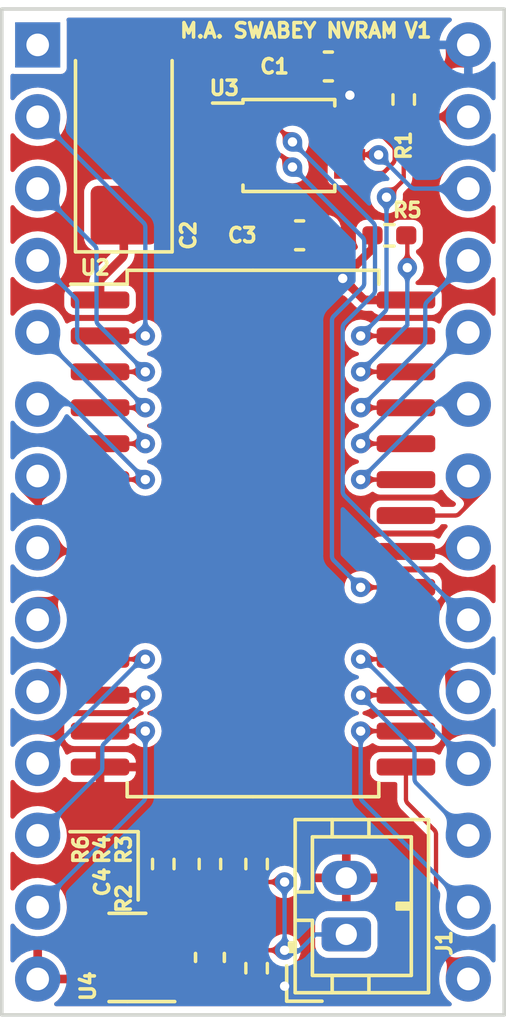
<source format=kicad_pcb>
(kicad_pcb (version 20211014) (generator pcbnew)
  (layers (0 "F.Cu" signal) (31 "B.Cu" signal) (34 "B.Paste" user) (35 "F.Paste" user) (36 "B.SilkS" user "B.Silkscreen") (37 "F.SilkS" user "F.Silkscreen") (38 "B.Mask" user) (39 "F.Mask" user) (44 "Edge.Cuts" user))
  (net 0 "")
  (net 1 "/D2")
  (net 2 "/D1")
  (net 3 "/A8")
  (net 4 "/D0")
  (net 5 "/A9")
  (net 6 "/A0")
  (net 7 "/A11")
  (net 8 "/A1")
  (net 9 "/A2")
  (net 10 "/A10")
  (net 11 "/A3")
  (net 12 "/A4")
  (net 13 "/D7")
  (net 14 "/A5")
  (net 15 "/D6")
  (net 16 "/A6")
  (net 17 "/D5")
  (net 18 "/A7")
  (net 19 "/D4")
  (net 20 "/A12")
  (net 21 "/D3")
  (net 22 "Net-(U3-Pad5)")
  (net 23 "GND")
  (net 24 "/CE2")
  (net 25 "/~{CE1}")
  (net 26 "/~{WE}")
  (net 27 "/~{OE}")
  (net 28 "+5V")
  (net 29 "Net-(R3-Pad2)")
  (net 30 "/BATT_FAKE")
  (net 31 "/VCAP")
  (net 32 "/~{CE_STK}")
  (net 34 "Net-(R5-Pad2)")
  (footprint "Package_SO_Cypress:SOIC-28W_8.7x18.4mm_P1.27mm" (layer "F.Cu") (at 119.38 75.692)
    (fp_text reference "U2")
    (fp_text value "STK12C68" hide)
  )
  (footprint "Package_SO:TSSOP-8_3x3mm_P0.65mm" (layer "F.Cu") (at 120.65 61.976)
    (fp_text reference "U3")
    (fp_text value "74AHC2G00" hide)
  )
  (footprint "Resistor_SMD:R_0402_1005Metric_Pad0.72x0.64mm_HandSolder" (layer "F.Cu") (at 124.714 60.3504 -90)
    (fp_text reference "R1")
    (fp_text value "10K")
  )
  (footprint "Resistor_SMD:R_0402_1005Metric_Pad0.72x0.64mm_HandSolder" (layer "F.Cu") (at 119.507 91.059 90)
    (fp_text reference "R2")
    (fp_text value "150")
  )
  (footprint "Connector_JST:JST_PH_B2B-PH-K_1x02_P2.00mm_Vertical" (layer "F.Cu") (at 122.682 89.8652 90)
    (fp_text reference "J1")
    (fp_text value "Conn_01x02" hide)
  )
  (footprint "Capacitor_SMD:C_0603_1608Metric" (layer "F.Cu") (at 122.047 59.182 180)
    (fp_text reference "C1")
    (fp_text value "0.22u" hide)
  )
  (footprint "Resistor_SMD:R_0402_1005Metric_Pad0.72x0.64mm_HandSolder" (layer "F.Cu") (at 119.507 87.376 90)
    (fp_text reference "R3")
    (fp_text value "1.3K")
  )
  (footprint "Package_TO_SOT_SMD:SOT-23" (layer "F.Cu") (at 114.935 90.678 180)
    (fp_text reference "U4")
    (fp_text value "TL431DBZ" hide)
  )
  (footprint "Resistor_SMD:R_0402_1005Metric_Pad0.72x0.64mm_HandSolder" (layer "F.Cu") (at 117.856 87.376 90)
    (fp_text reference "R4")
    (fp_text value "3.3K")
  )
  (footprint "Package_DIP_Adapter:DIP-28_W15.24mm_Socket_Adapter" (layer "F.Cu") (at 111.76 58.42)
    (fp_text reference "U1" hide)
    (fp_text value "TC5564APL_Adapter" hide)
  )
  (footprint "Capacitor_Tantalum_SMD:CP_EIA-6032-28_Kemet-C" (layer "F.Cu") (at 114.808 61.976 90)
    (fp_text reference "C2")
    (fp_text value "200nF" hide)
  )
  (footprint "Capacitor_SMD:C_0603_1608Metric" (layer "F.Cu") (at 121.031 65.151 180)
    (fp_text reference "C3")
    (fp_text value "0.22u" hide)
  )
  (footprint "Resistor_SMD:R_0402_1005Metric_Pad0.72x0.64mm_HandSolder" (layer "F.Cu") (at 116.205 87.376 90)
    (fp_text reference "R6")
    (fp_text value "-")
  )
  (footprint "Capacitor_SMD:C_0603_1608Metric" (layer "F.Cu") (at 117.856 90.678 90)
    (fp_text reference "C4")
    (fp_text value "0.22u")
  )
  (footprint "Resistor_SMD:R_0402_1005Metric_Pad0.72x0.64mm_HandSolder" (layer "F.Cu") (at 124.206 65.151)
    (fp_text reference "R5")
    (fp_text value "10K")
  )
  (gr_line (start 115.316 88.646) (end 115.316 86.233) (layer "F.SilkS") (width 0.127))
  (gr_line (start 115.316 86.233) (end 112.903 86.233) (layer "F.SilkS") (width 0.127))
  (gr_line (start 110.49 92.71) (end 110.49 57.15) (layer "Edge.Cuts") (width 0.127))
  (gr_line (start 128.27 92.71) (end 110.49 92.71) (layer "Edge.Cuts") (width 0.127))
  (gr_line (start 128.27 57.15) (end 128.27 92.71) (layer "Edge.Cuts") (width 0.127))
  (gr_line (start 110.49 57.15) (end 128.27 57.15) (layer "Edge.Cuts") (width 0.127))
  (gr_text "M.A. SWABEY NVRAM" (at 120.65 57.912) (layer "F.SilkS") (effects (font (size 0.508 0.508) (thickness 0.127))))
  (gr_text "V1\n" (at 125.222 57.912) (layer "F.SilkS") (effects (font (size 0.508 0.508) (thickness 0.127))))
  (segment (start 113.9675 82.677) (end 115.57 82.677) (width 0.1524) (layer "F.Cu") (net 1))
  (via (at 115.57 82.677) (size 0.6858) (drill 0.3302) (layers "F.Cu" "B.Cu") (net 1))
  (segment (start 111.76 88.9) (end 115.503045 85.156955) (width 0.1524) (layer "B.Cu") (net 1))
  (segment (start 115.57 84.995311) (end 115.57 82.677) (width 0.1524) (layer "B.Cu") (net 1))
  (arc (start 115.57 84.995311) (mid 115.552599 85.082792) (end 115.503045 85.156955) (width 0.1524) (layer "B.Cu") (net 1))
  (segment (start 113.9675 81.407) (end 115.582215 81.407) (width 0.1524) (layer "F.Cu") (net 2))
  (via (at 115.582215 81.407) (size 0.6858) (drill 0.3302) (layers "F.Cu" "B.Cu") (net 2))
  (segment (start 114.112956 83.118044) (end 115.51526 81.71574) (width 0.1524) (layer "B.Cu") (net 2))
  (segment (start 111.76 86.36) (end 113.979045 84.140955) (width 0.1524) (layer "B.Cu") (net 2))
  (segment (start 114.046 83.979311) (end 114.046 83.279689) (width 0.1524) (layer "B.Cu") (net 2))
  (segment (start 115.582215 81.554096) (end 115.582215 81.407) (width 0.1524) (layer "B.Cu") (net 2))
  (arc (start 115.582215 81.554096) (mid 115.564814 81.641577) (end 115.51526 81.71574) (width 0.1524) (layer "B.Cu") (net 2))
  (arc (start 114.046 83.979311) (mid 114.028599 84.066792) (end 113.979045 84.140955) (width 0.1524) (layer "B.Cu") (net 2))
  (arc (start 114.112956 83.118044) (mid 114.063401 83.192207) (end 114.046 83.279689) (width 0.1524) (layer "B.Cu") (net 2))
  (segment (start 124.7925 71.247) (end 123.19 71.247) (width 0.1524) (layer "F.Cu") (net 3))
  (via (at 123.19 71.247) (size 0.6858) (drill 0.3302) (layers "F.Cu" "B.Cu") (net 3))
  (segment (start 125.476 67.658689) (end 125.476 68.866311) (width 0.1524) (layer "B.Cu") (net 3))
  (segment (start 125.409044 69.027956) (end 123.19 71.247) (width 0.1524) (layer "B.Cu") (net 3))
  (segment (start 127 66.04) (end 125.542955 67.497045) (width 0.1524) (layer "B.Cu") (net 3))
  (arc (start 125.542955 67.497045) (mid 125.493401 67.571208) (end 125.476 67.658689) (width 0.1524) (layer "B.Cu") (net 3))
  (arc (start 125.476 68.866311) (mid 125.458599 68.953793) (end 125.409044 69.027956) (width 0.1524) (layer "B.Cu") (net 3))
  (segment (start 113.9675 80.137) (end 115.57 80.137) (width 0.1524) (layer "F.Cu") (net 4))
  (via (at 115.57 80.137) (size 0.6858) (drill 0.3302) (layers "F.Cu" "B.Cu") (net 4))
  (segment (start 115.537689 80.137) (end 115.57 80.137) (width 0.1524) (layer "B.Cu") (net 4))
  (segment (start 111.76 83.82) (end 115.376045 80.203955) (width 0.1524) (layer "B.Cu") (net 4))
  (arc (start 115.376045 80.203955) (mid 115.450208 80.154401) (end 115.537689 80.137) (width 0.1524) (layer "B.Cu") (net 4))
  (segment (start 124.7925 72.517) (end 123.19 72.517) (width 0.1524) (layer "F.Cu") (net 5))
  (via (at 123.19 72.517) (size 0.6858) (drill 0.3302) (layers "F.Cu" "B.Cu") (net 5))
  (segment (start 123.19 72.484689) (end 123.19 72.517) (width 0.1524) (layer "B.Cu") (net 5))
  (segment (start 127 68.58) (end 123.256955 72.323045) (width 0.1524) (layer "B.Cu") (net 5))
  (arc (start 123.19 72.484689) (mid 123.207401 72.397208) (end 123.256955 72.323045) (width 0.1524) (layer "B.Cu") (net 5))
  (segment (start 113.697311 79.502) (end 112.870689 79.502) (width 0.1524) (layer "F.Cu") (net 6))
  (segment (start 113.900544 79.393456) (end 113.858955 79.435045) (width 0.1524) (layer "F.Cu") (net 6))
  (segment (start 112.522 79.850689) (end 112.522 80.423311) (width 0.1524) (layer "F.Cu") (net 6))
  (segment (start 113.9675 78.867) (end 113.9675 79.231811) (width 0.1524) (layer "F.Cu") (net 6))
  (segment (start 112.455044 80.584956) (end 111.76 81.28) (width 0.1524) (layer "F.Cu") (net 6))
  (segment (start 112.709044 79.568956) (end 112.588955 79.689045) (width 0.1524) (layer "F.Cu") (net 6))
  (arc (start 112.522 79.850689) (mid 112.539401 79.763208) (end 112.588955 79.689045) (width 0.1524) (layer "F.Cu") (net 6))
  (arc (start 112.709044 79.568956) (mid 112.783207 79.519401) (end 112.870689 79.502) (width 0.1524) (layer "F.Cu") (net 6))
  (arc (start 113.9675 79.231811) (mid 113.950099 79.319293) (end 113.900544 79.393456) (width 0.1524) (layer "F.Cu") (net 6))
  (arc (start 113.858955 79.435045) (mid 113.784792 79.484599) (end 113.697311 79.502) (width 0.1524) (layer "F.Cu") (net 6))
  (arc (start 112.522 80.423311) (mid 112.504599 80.510793) (end 112.455044 80.584956) (width 0.1524) (layer "F.Cu") (net 6))
  (segment (start 124.7925 73.787) (end 123.19 73.787) (width 0.1524) (layer "F.Cu") (net 7))
  (via (at 123.19 73.787) (size 0.6858) (drill 0.3302) (layers "F.Cu" "B.Cu") (net 7))
  (segment (start 125.790044 71.186956) (end 123.19 73.787) (width 0.1524) (layer "B.Cu") (net 7))
  (segment (start 127 71.12) (end 125.951689 71.12) (width 0.1524) (layer "B.Cu") (net 7))
  (arc (start 125.951689 71.12) (mid 125.864207 71.137401) (end 125.790044 71.186956) (width 0.1524) (layer "B.Cu") (net 7))
  (segment (start 112.870689 77.597) (end 113.9675 77.597) (width 0.1524) (layer "F.Cu") (net 8))
  (segment (start 111.76 78.74) (end 111.76 78.707689) (width 0.1524) (layer "F.Cu") (net 8))
  (segment (start 111.826956 78.546044) (end 112.709045 77.663955) (width 0.1524) (layer "F.Cu") (net 8))
  (arc (start 112.870689 77.597) (mid 112.783208 77.614401) (end 112.709045 77.663955) (width 0.1524) (layer "F.Cu") (net 8))
  (arc (start 111.76 78.707689) (mid 111.777401 78.620207) (end 111.826956 78.546044) (width 0.1524) (layer "F.Cu") (net 8))
  (segment (start 111.887 76.327) (end 111.76 76.2) (width 0.1524) (layer "F.Cu") (net 9))
  (segment (start 113.9675 76.327) (end 111.887 76.327) (width 0.1524) (layer "F.Cu") (net 9))
  (segment (start 126.873 76.327) (end 127 76.2) (width 0.1524) (layer "F.Cu") (net 10))
  (segment (start 126.939956 76.260044) (end 127 76.2) (width 0.1524) (layer "F.Cu") (net 10))
  (segment (start 124.7925 76.327) (end 126.873 76.327) (width 0.1524) (layer "F.Cu") (net 10))
  (arc (start 126.778311 76.327) (mid 126.865793 76.309599) (end 126.939956 76.260044) (width 0.1524) (layer "F.Cu") (net 10))
  (segment (start 111.76 74.581311) (end 111.76 73.66) (width 0.1524) (layer "F.Cu") (net 11))
  (segment (start 113.9675 75.057) (end 112.235689 75.057) (width 0.1524) (layer "F.Cu") (net 11))
  (segment (start 112.074044 74.990044) (end 111.826955 74.742955) (width 0.1524) (layer "F.Cu") (net 11))
  (arc (start 111.76 74.581311) (mid 111.777401 74.668792) (end 111.826955 74.742955) (width 0.1524) (layer "F.Cu") (net 11))
  (arc (start 112.235689 75.057) (mid 112.148207 75.039599) (end 112.074044 74.990044) (width 0.1524) (layer "F.Cu") (net 11))
  (segment (start 113.9675 73.787) (end 115.57 73.787) (width 0.1524) (layer "F.Cu") (net 12))
  (via (at 115.57 73.787) (size 0.6858) (drill 0.3302) (layers "F.Cu" "B.Cu") (net 12))
  (segment (start 112.969956 71.186956) (end 115.57 73.787) (width 0.1524) (layer "B.Cu") (net 12))
  (segment (start 111.76 71.12) (end 112.808311 71.12) (width 0.1524) (layer "B.Cu") (net 12))
  (arc (start 112.808311 71.12) (mid 112.895793 71.137401) (end 112.969956 71.186956) (width 0.1524) (layer "B.Cu") (net 12))
  (segment (start 124.7925 78.867) (end 124.7925 79.231811) (width 0.1524) (layer "F.Cu") (net 13))
  (segment (start 125.062689 79.502) (end 125.889311 79.502) (width 0.1524) (layer "F.Cu") (net 13))
  (segment (start 126.050956 79.568956) (end 126.171045 79.689045) (width 0.1524) (layer "F.Cu") (net 13))
  (segment (start 126.304956 80.584956) (end 127 81.28) (width 0.1524) (layer "F.Cu") (net 13))
  (segment (start 124.859456 79.393456) (end 124.901045 79.435045) (width 0.1524) (layer "F.Cu") (net 13))
  (segment (start 126.238 79.850689) (end 126.238 80.423311) (width 0.1524) (layer "F.Cu") (net 13))
  (arc (start 124.901045 79.435045) (mid 124.975208 79.484599) (end 125.062689 79.502) (width 0.1524) (layer "F.Cu") (net 13))
  (arc (start 126.238 79.850689) (mid 126.220599 79.763208) (end 126.171045 79.689045) (width 0.1524) (layer "F.Cu") (net 13))
  (arc (start 124.859456 79.393456) (mid 124.809901 79.319293) (end 124.7925 79.231811) (width 0.1524) (layer "F.Cu") (net 13))
  (arc (start 126.238 80.423311) (mid 126.255401 80.510793) (end 126.304956 80.584956) (width 0.1524) (layer "F.Cu") (net 13))
  (arc (start 126.050956 79.568956) (mid 125.976793 79.519401) (end 125.889311 79.502) (width 0.1524) (layer "F.Cu") (net 13))
  (segment (start 113.9675 72.517) (end 115.57 72.517) (width 0.1524) (layer "F.Cu") (net 14))
  (via (at 115.57 72.517) (size 0.6858) (drill 0.3302) (layers "F.Cu" "B.Cu") (net 14))
  (segment (start 115.57 72.484689) (end 115.57 72.517) (width 0.1524) (layer "B.Cu") (net 14))
  (segment (start 111.76 68.58) (end 115.503045 72.323045) (width 0.1524) (layer "B.Cu") (net 14))
  (arc (start 115.57 72.484689) (mid 115.552599 72.397208) (end 115.503045 72.323045) (width 0.1524) (layer "B.Cu") (net 14))
  (segment (start 124.7925 80.137) (end 123.19 80.137) (width 0.1524) (layer "F.Cu") (net 15))
  (via (at 123.19 80.137) (size 0.6858) (drill 0.3302) (layers "F.Cu" "B.Cu") (net 15))
  (segment (start 123.222311 80.137) (end 123.19 80.137) (width 0.1524) (layer "B.Cu") (net 15))
  (segment (start 127 83.82) (end 123.383955 80.203955) (width 0.1524) (layer "B.Cu") (net 15))
  (arc (start 123.222311 80.137) (mid 123.309792 80.154401) (end 123.383955 80.203955) (width 0.1524) (layer "B.Cu") (net 15))
  (segment (start 113.9675 71.247) (end 115.57 71.247) (width 0.1524) (layer "F.Cu") (net 16))
  (via (at 115.57 71.247) (size 0.6858) (drill 0.3302) (layers "F.Cu" "B.Cu") (net 16))
  (segment (start 113.223956 68.900956) (end 115.57 71.247) (width 0.1524) (layer "B.Cu") (net 16))
  (segment (start 111.76 66.04) (end 113.090045 67.370045) (width 0.1524) (layer "B.Cu") (net 16))
  (segment (start 113.157 67.531689) (end 113.157 68.739311) (width 0.1524) (layer "B.Cu") (net 16))
  (arc (start 113.157 67.531689) (mid 113.139599 67.444208) (end 113.090045 67.370045) (width 0.1524) (layer "B.Cu") (net 16))
  (arc (start 113.157 68.739311) (mid 113.174401 68.826793) (end 113.223956 68.900956) (width 0.1524) (layer "B.Cu") (net 16))
  (segment (start 124.7925 81.407) (end 123.19 81.407) (width 0.1524) (layer "F.Cu") (net 17))
  (via (at 123.19 81.407) (size 0.6858) (drill 0.3302) (layers "F.Cu" "B.Cu") (net 17))
  (segment (start 125.095 84.360311) (end 125.095 83.406689) (width 0.1524) (layer "B.Cu") (net 17))
  (segment (start 127 86.36) (end 125.161955 84.521955) (width 0.1524) (layer "B.Cu") (net 17))
  (segment (start 125.028044 83.245044) (end 123.19 81.407) (width 0.1524) (layer "B.Cu") (net 17))
  (arc (start 125.095 83.406689) (mid 125.077599 83.319207) (end 125.028044 83.245044) (width 0.1524) (layer "B.Cu") (net 17))
  (arc (start 125.095 84.360311) (mid 125.112401 84.447792) (end 125.161955 84.521955) (width 0.1524) (layer "B.Cu") (net 17))
  (segment (start 113.9675 69.977) (end 115.57 69.977) (width 0.1524) (layer "F.Cu") (net 18))
  (via (at 115.57 69.977) (size 0.6858) (drill 0.3302) (layers "F.Cu" "B.Cu") (net 18))
  (segment (start 111.76 63.5) (end 113.775855 65.515855) (width 0.1524) (layer "B.Cu") (net 18))
  (segment (start 113.909766 68.316766) (end 115.57 69.977) (width 0.1524) (layer "B.Cu") (net 18))
  (segment (start 113.84281 65.677499) (end 113.84281 68.155121) (width 0.1524) (layer "B.Cu") (net 18))
  (arc (start 113.909766 68.316766) (mid 113.860211 68.242603) (end 113.84281 68.155121) (width 0.1524) (layer "B.Cu") (net 18))
  (arc (start 113.775855 65.515855) (mid 113.825409 65.590018) (end 113.84281 65.677499) (width 0.1524) (layer "B.Cu") (net 18))
  (segment (start 124.7925 82.677) (end 123.19 82.677) (width 0.1524) (layer "F.Cu") (net 19))
  (via (at 123.19 82.677) (size 0.6858) (drill 0.3302) (layers "F.Cu" "B.Cu") (net 19))
  (segment (start 123.19 84.995311) (end 123.19 82.677) (width 0.1524) (layer "B.Cu") (net 19))
  (segment (start 127 88.9) (end 123.256955 85.156955) (width 0.1524) (layer "B.Cu") (net 19))
  (arc (start 123.19 84.995311) (mid 123.207401 85.082792) (end 123.256955 85.156955) (width 0.1524) (layer "B.Cu") (net 19))
  (segment (start 113.9675 68.707) (end 115.57 68.707) (width 0.1524) (layer "F.Cu") (net 20))
  (via (at 115.57 68.707) (size 0.6858) (drill 0.3302) (layers "F.Cu" "B.Cu") (net 20))
  (segment (start 115.57 64.864689) (end 115.57 68.707) (width 0.1524) (layer "B.Cu") (net 20))
  (segment (start 111.76 60.96) (end 115.503045 64.703045) (width 0.1524) (layer "B.Cu") (net 20))
  (arc (start 115.57 64.864689) (mid 115.552599 64.777208) (end 115.503045 64.703045) (width 0.1524) (layer "B.Cu") (net 20))
  (segment (start 125.857 86.327689) (end 125.857 90.202311) (width 0.1524) (layer "F.Cu") (net 21))
  (segment (start 125.923956 90.363956) (end 127 91.44) (width 0.1524) (layer "F.Cu") (net 21))
  (segment (start 124.859456 85.235456) (end 125.790045 86.166045) (width 0.1524) (layer "F.Cu") (net 21))
  (segment (start 124.7925 83.947) (end 124.7925 85.073811) (width 0.1524) (layer "F.Cu") (net 21))
  (arc (start 124.859456 85.235456) (mid 124.809901 85.161293) (end 124.7925 85.073811) (width 0.1524) (layer "F.Cu") (net 21))
  (arc (start 125.790045 86.166045) (mid 125.839599 86.240208) (end 125.857 86.327689) (width 0.1524) (layer "F.Cu") (net 21))
  (arc (start 125.857 90.202311) (mid 125.874401 90.289793) (end 125.923956 90.363956) (width 0.1524) (layer "F.Cu") (net 21))
  (segment (start 124.329044 62.609672) (end 124.054671 62.884045) (width 0.1524) (layer "F.Cu") (net 22))
  (segment (start 124.396 62.164373) (end 124.396 62.448027) (width 0.1524) (layer "F.Cu") (net 22))
  (segment (start 124.044272 61.717956) (end 124.329045 62.002729) (width 0.1524) (layer "F.Cu") (net 22))
  (segment (start 123.893027 62.951) (end 122.8 62.951) (width 0.1524) (layer "F.Cu") (net 22))
  (segment (start 122.8 61.651) (end 123.882627 61.651) (width 0.1524) (layer "F.Cu") (net 22))
  (arc (start 124.396 62.164373) (mid 124.378599 62.076892) (end 124.329045 62.002729) (width 0.1524) (layer "F.Cu") (net 22))
  (arc (start 123.893027 62.951) (mid 123.980508 62.933599) (end 124.054671 62.884045) (width 0.1524) (layer "F.Cu") (net 22))
  (arc (start 123.882627 61.651) (mid 123.970109 61.668401) (end 124.044272 61.717956) (width 0.1524) (layer "F.Cu") (net 22))
  (arc (start 124.329044 62.609672) (mid 124.378599 62.535509) (end 124.396 62.448027) (width 0.1524) (layer "F.Cu") (net 22))
  (segment (start 122.8 62.301) (end 123.8198 62.301) (width 0.1524) (layer "F.Cu") (net 24))
  (segment (start 123.8198 62.301) (end 123.825 62.3062) (width 0.1524) (layer "F.Cu") (net 24))
  (via (at 123.825 62.3062) (size 0.6858) (drill 0.3302) (layers "F.Cu" "B.Cu") (net 24))
  (segment (start 127 63.5) (end 125.113489 63.5) (width 0.1524) (layer "B.Cu") (net 24))
  (segment (start 124.951844 63.433044) (end 123.825 62.3062) (width 0.1524) (layer "B.Cu") (net 24))
  (arc (start 125.113489 63.5) (mid 125.026007 63.482599) (end 124.951844 63.433044) (width 0.1524) (layer "B.Cu") (net 24))
  (segment (start 117.668956 61.147044) (end 117.748045 61.067955) (width 0.1524) (layer "F.Cu") (net 25))
  (segment (start 117.718044 61.584044) (end 117.668955 61.534955) (width 0.1524) (layer "F.Cu") (net 25))
  (segment (start 118.5 61.651) (end 117.879689 61.651) (width 0.1524) (layer "F.Cu") (net 25))
  (segment (start 117.602 61.373311) (end 117.602 61.308689) (width 0.1524) (layer "F.Cu") (net 25))
  (segment (start 119.995956 61.067956) (end 120.777 61.849) (width 0.1524) (layer "F.Cu") (net 25))
  (segment (start 118.5 61.001) (end 119.834311 61.001) (width 0.1524) (layer "F.Cu") (net 25))
  (segment (start 117.909689 61.001) (end 118.5 61.001) (width 0.1524) (layer "F.Cu") (net 25))
  (via (at 120.777 61.849) (size 0.6858) (drill 0.3302) (layers "F.Cu" "B.Cu") (net 25))
  (arc (start 119.834311 61.001) (mid 119.921793 61.018401) (end 119.995956 61.067956) (width 0.1524) (layer "F.Cu") (net 25))
  (arc (start 117.718044 61.584044) (mid 117.792207 61.633599) (end 117.879689 61.651) (width 0.1524) (layer "F.Cu") (net 25))
  (arc (start 117.602 61.373311) (mid 117.619401 61.460792) (end 117.668955 61.534955) (width 0.1524) (layer "F.Cu") (net 25))
  (arc (start 117.602 61.308689) (mid 117.619401 61.221207) (end 117.668956 61.147044) (width 0.1524) (layer "F.Cu") (net 25))
  (arc (start 117.909689 61.001) (mid 117.822208 61.018401) (end 117.748045 61.067955) (width 0.1524) (layer "F.Cu") (net 25))
  (segment (start 123.698 67.088311) (end 123.698 64.864689) (width 0.1524) (layer "B.Cu") (net 25))
  (segment (start 122.621956 68.259044) (end 123.631045 67.249955) (width 0.1524) (layer "B.Cu") (net 25))
  (segment (start 123.631044 64.703044) (end 120.777 61.849) (width 0.1524) (layer "B.Cu") (net 25))
  (segment (start 127 78.74) (end 122.621955 74.361955) (width 0.1524) (layer "B.Cu") (net 25))
  (segment (start 122.555 74.200311) (end 122.555 68.420689) (width 0.1524) (layer "B.Cu") (net 25))
  (arc (start 123.631044 64.703044) (mid 123.680599 64.777207) (end 123.698 64.864689) (width 0.1524) (layer "B.Cu") (net 25))
  (arc (start 122.621956 68.259044) (mid 122.572401 68.333207) (end 122.555 68.420689) (width 0.1524) (layer "B.Cu") (net 25))
  (arc (start 123.698 67.088311) (mid 123.680599 67.175792) (end 123.631045 67.249955) (width 0.1524) (layer "B.Cu") (net 25))
  (arc (start 122.621955 74.361955) (mid 122.572401 74.287792) (end 122.555 74.200311) (width 0.1524) (layer "B.Cu") (net 25))
  (segment (start 124.714 63.100511) (end 124.714 60.9479) (width 0.1524) (layer "F.Cu") (net 26))
  (segment (start 124.7261 60.96) (end 127 60.96) (width 0.1524) (layer "F.Cu") (net 26))
  (segment (start 124.7925 68.707) (end 123.19 68.707) (width 0.1524) (layer "F.Cu") (net 26))
  (segment (start 124.1044 63.8048) (end 124.647044 63.262156) (width 0.1524) (layer "F.Cu") (net 26))
  (via (at 123.19 68.707) (size 0.6858) (drill 0.3302) (layers "F.Cu" "B.Cu") (net 26))
  (via (at 124.1044 63.8048) (size 0.6858) (drill 0.3302) (layers "F.Cu" "B.Cu") (net 26))
  (arc (start 124.647044 63.262156) (mid 124.696599 63.187993) (end 124.714 63.100511) (width 0.1524) (layer "F.Cu") (net 26))
  (segment (start 124.1044 67.697911) (end 124.1044 63.8048) (width 0.1524) (layer "B.Cu") (net 26))
  (segment (start 123.19 68.707) (end 124.037445 67.859555) (width 0.1524) (layer "B.Cu") (net 26))
  (arc (start 124.037445 67.859555) (mid 124.086999 67.785392) (end 124.1044 67.697911) (width 0.1524) (layer "B.Cu") (net 26))
  (segment (start 126.685956 74.990044) (end 126.933045 74.742955) (width 0.1524) (layer "F.Cu") (net 27))
  (segment (start 124.7925 75.057) (end 126.524311 75.057) (width 0.1524) (layer "F.Cu") (net 27))
  (segment (start 127 74.581311) (end 127 73.66) (width 0.1524) (layer "F.Cu") (net 27))
  (arc (start 126.685956 74.990044) (mid 126.611793 75.039599) (end 126.524311 75.057) (width 0.1524) (layer "F.Cu") (net 27))
  (arc (start 126.933045 74.742955) (mid 126.982599 74.668792) (end 127 74.581311) (width 0.1524) (layer "F.Cu") (net 27))
  (segment (start 122.809 59.817) (end 122.809 60.198) (width 0.3048) (layer "F.Cu") (net 28))
  (segment (start 119.5445 91.694) (end 119.507 91.6565) (width 0.3048) (layer "F.Cu") (net 28))
  (segment (start 122.822 59.804) (end 122.809 59.817) (width 0.3048) (layer "F.Cu") (net 28))
  (segment (start 121.806 65.151) (end 121.806 65.831311) (width 0.3048) (layer "F.Cu") (net 28))
  (segment (start 123.250044 67.370044) (end 122.555 66.675) (width 0.3048) (layer "F.Cu") (net 28))
  (segment (start 125.6671 59.7529) (end 127 58.42) (width 0.3048) (layer "F.Cu") (net 28))
  (segment (start 122.8 60.207) (end 122.809 60.198) (width 0.3048) (layer "F.Cu") (net 28))
  (segment (start 121.872956 65.992956) (end 122.555 66.675) (width 0.3048) (layer "F.Cu") (net 28))
  (segment (start 122.555 66.675) (end 123.6085 65.6215) (width 0.3048) (layer "F.Cu") (net 28))
  (segment (start 124.7925 67.437) (end 123.411689 67.437) (width 0.3048) (layer "F.Cu") (net 28))
  (segment (start 122.822 59.182) (end 122.822 59.804) (width 0.3048) (layer "F.Cu") (net 28))
  (segment (start 123.6085 65.6215) (end 123.6085 65.151) (width 0.3048) (layer "F.Cu") (net 28))
  (segment (start 120.4976 91.694) (end 119.5445 91.694) (width 0.3048) (layer "F.Cu") (net 28))
  (segment (start 125.6671 59.7529) (end 124.714 59.7529) (width 0.3048) (layer "F.Cu") (net 28))
  (segment (start 122.8 61.001) (end 122.8 60.207) (width 0.3048) (layer "F.Cu") (net 28))
  (via (at 122.555 66.675) (size 0.6858) (drill 0.3302) (layers "F.Cu" "B.Cu") (net 28))
  (via (at 120.4976 91.694) (size 0.6858) (drill 0.3302) (layers "F.Cu" "B.Cu") (net 28))
  (via (at 122.809 60.198) (size 0.6858) (drill 0.3302) (layers "F.Cu" "B.Cu") (net 28))
  (arc (start 123.250044 67.370044) (mid 123.324207 67.419599) (end 123.411689 67.437) (width 0.3048) (layer "F.Cu") (net 28))
  (arc (start 121.806 65.831311) (mid 121.823401 65.918793) (end 121.872956 65.992956) (width 0.3048) (layer "F.Cu") (net 28))
  (segment (start 116.205 87.9735) (end 117.856 87.9735) (width 0.1524) (layer "F.Cu") (net 29))
  (segment (start 118.312 87.9735) (end 119.507 86.7785) (width 0.1524) (layer "F.Cu") (net 29))
  (segment (start 115.8725 89.728) (end 115.8725 89.327189) (width 0.1524) (layer "F.Cu") (net 29))
  (segment (start 116.205 88.805311) (end 116.205 88.201) (width 0.1524) (layer "F.Cu") (net 29))
  (segment (start 115.939456 89.165544) (end 116.138045 88.966955) (width 0.1524) (layer "F.Cu") (net 29))
  (segment (start 117.856 87.9735) (end 118.312 87.9735) (width 0.1524) (layer "F.Cu") (net 29))
  (arc (start 116.138045 88.966955) (mid 116.187599 88.892792) (end 116.205 88.805311) (width 0.1524) (layer "F.Cu") (net 29))
  (arc (start 115.939456 89.165544) (mid 115.889901 89.239707) (end 115.8725 89.327189) (width 0.1524) (layer "F.Cu") (net 29))
  (segment (start 117.175689 91.453) (end 117.856 91.453) (width 0.1524) (layer "F.Cu") (net 30))
  (segment (start 119.507 90.4615) (end 119.5445 90.424) (width 0.1524) (layer "F.Cu") (net 30))
  (segment (start 119.5445 88.011) (end 119.507 87.9735) (width 0.1524) (layer "F.Cu") (net 30))
  (segment (start 117.856 91.453) (end 118.5155 91.453) (width 0.1524) (layer "F.Cu") (net 30))
  (segment (start 119.5445 90.424) (end 120.4976 90.424) (width 0.1524) (layer "F.Cu") (net 30))
  (segment (start 116.972956 91.561044) (end 117.014045 91.519955) (width 0.1524) (layer "F.Cu") (net 30))
  (segment (start 120.4976 88.011) (end 119.5445 88.011) (width 0.1524) (layer "F.Cu") (net 30))
  (segment (start 118.5155 91.453) (end 119.507 90.4615) (width 0.1524) (layer "F.Cu") (net 30))
  (segment (start 115.8725 91.628) (end 116.811311 91.628) (width 0.1524) (layer "F.Cu") (net 30))
  (via (at 120.4976 90.424) (size 0.6858) (drill 0.3302) (layers "F.Cu" "B.Cu") (net 30))
  (via (at 120.4976 88.011) (size 0.6858) (drill 0.3302) (layers "F.Cu" "B.Cu") (net 30))
  (arc (start 117.014045 91.519955) (mid 117.088208 91.470401) (end 117.175689 91.453) (width 0.1524) (layer "F.Cu") (net 30))
  (arc (start 116.972956 91.561044) (mid 116.898793 91.610599) (end 116.811311 91.628) (width 0.1524) (layer "F.Cu") (net 30))
  (segment (start 122.682 89.8652) (end 121.5898 89.8652) (width 0.1524) (layer "B.Cu") (net 30))
  (segment (start 121.031 90.424) (end 120.4976 90.424) (width 0.1524) (layer "B.Cu") (net 30))
  (segment (start 120.4976 90.424) (end 120.4976 88.011) (width 0.1524) (layer "B.Cu") (net 30))
  (segment (start 121.5898 89.8652) (end 121.031 90.424) (width 0.1524) (layer "B.Cu") (net 30))
  (segment (start 114.808 65.792911) (end 114.808 64.4385) (width 0.3048) (layer "F.Cu") (net 31))
  (segment (start 114.034456 66.661144) (end 114.741045 65.954555) (width 0.3048) (layer "F.Cu") (net 31))
  (segment (start 113.9675 67.437) (end 113.9675 66.822789) (width 0.3048) (layer "F.Cu") (net 31))
  (arc (start 114.808 65.792911) (mid 114.790599 65.880392) (end 114.741045 65.954555) (width 0.3048) (layer "F.Cu") (net 31))
  (arc (start 113.9675 66.822789) (mid 113.984901 66.735307) (end 114.034456 66.661144) (width 0.3048) (layer "F.Cu") (net 31))
  (segment (start 124.7925 77.597) (end 123.19 77.597) (width 0.1524) (layer "F.Cu") (net 32))
  (segment (start 120.406956 62.367956) (end 120.777 62.738) (width 0.1524) (layer "F.Cu") (net 32))
  (segment (start 118.5 62.301) (end 120.245311 62.301) (width 0.1524) (layer "F.Cu") (net 32))
  (via (at 123.19 77.597) (size 0.6858) (drill 0.3302) (layers "F.Cu" "B.Cu") (net 32))
  (via (at 120.777 62.738) (size 0.6858) (drill 0.3302) (layers "F.Cu" "B.Cu") (net 32))
  (arc (start 120.406956 62.367956) (mid 120.332793 62.318401) (end 120.245311 62.301) (width 0.1524) (layer "F.Cu") (net 32))
  (segment (start 122.240956 68.005044) (end 123.250045 66.995955) (width 0.1524) (layer "B.Cu") (net 32))
  (segment (start 123.19 77.597) (end 122.240955 76.647955) (width 0.1524) (layer "B.Cu") (net 32))
  (segment (start 123.250044 65.211044) (end 120.777 62.738) (width 0.1524) (layer "B.Cu") (net 32))
  (segment (start 123.317 66.834311) (end 123.317 65.372689) (width 0.1524) (layer "B.Cu") (net 32))
  (segment (start 122.174 76.486311) (end 122.174 68.166689) (width 0.1524) (layer "B.Cu") (net 32))
  (arc (start 123.250044 65.211044) (mid 123.299599 65.285207) (end 123.317 65.372689) (width 0.1524) (layer "B.Cu") (net 32))
  (arc (start 123.250045 66.995955) (mid 123.299599 66.921792) (end 123.317 66.834311) (width 0.1524) (layer "B.Cu") (net 32))
  (arc (start 122.240955 76.647955) (mid 122.191401 76.573792) (end 122.174 76.486311) (width 0.1524) (layer "B.Cu") (net 32))
  (arc (start 122.240956 68.005044) (mid 122.191401 68.079207) (end 122.174 68.166689) (width 0.1524) (layer "B.Cu") (net 32))
  (segment (start 124.7925 69.977) (end 123.19 69.977) (width 0.1524) (layer "F.Cu") (net 34))
  (segment (start 124.8035 65.151) (end 124.841 65.1885) (width 0.1524) (layer "F.Cu") (net 34))
  (segment (start 124.841 65.1885) (end 124.841 66.294) (width 0.1524) (layer "F.Cu") (net 34))
  (via (at 124.841 66.294) (size 0.6858) (drill 0.3302) (layers "F.Cu" "B.Cu") (net 34))
  (via (at 123.19 69.977) (size 0.6858) (drill 0.3302) (layers "F.Cu" "B.Cu") (net 34))
  (segment (start 124.841 66.294) (end 124.841 68.326) (width 0.1524) (layer "B.Cu") (net 34))
  (segment (start 124.841 68.326) (end 123.19 69.977) (width 0.1524) (layer "B.Cu") (net 34))
  (zone (net 23) (net_name "GND") (layer "F.Cu") (connect_pads (clearance 0.2286)) (min_thickness 0.1524) (fill yes (thermal_gap 0.2286) (thermal_bridge_width 0.3048))
    (polygon (pts (xy 128.27 92.71) (xy 110.49 92.71) (xy 110.49 57.15) (xy 128.27 57.15)))
  )
  (zone (net 32) (net_name "/~{CE_STK}") (layer "F.Cu") (priority 16962) (connect_pads yes (clearance 0)) (min_thickness 0.0254) (fill yes (thermal_gap 0.508) (thermal_bridge_width 0.508))
    (polygon (pts (xy 120.227881 62.37819) (xy 120.252662 62.376241) (xy 120.275104 62.376318) (xy 120.295328 62.378334) (xy 120.313459 62.382203) (xy 120.329619 62.387839) (xy 120.343931 62.395155) (xy 120.356519 62.404065) (xy 120.367505 62.414483) (xy 120.377012 62.426323) (xy 120.385164 62.439498) (xy 120.392083 62.453922) (xy 120.397894 62.469508) (xy 120.402718 62.486171) (xy 120.406678 62.503824) (xy 120.409899 62.522381) (xy 120.412503 62.541756) (xy 120.414613 62.561862) (xy 120.416352 62.582613) (xy 120.417843 62.603923) (xy 120.419209 62.625705) (xy 120.420574 62.647873) (xy 120.42206 62.670342) (xy 120.423791 62.693023) (xy 120.425889 62.715833) (xy 120.428478 62.738683) (xy 120.431681 62.761488) (xy 120.43562 62.784162) (xy 120.44042 62.806617) (xy 120.446202 62.828769) (xy 120.453091 62.850531) (xy 120.898233 62.859233) (xy 120.737812 62.397347) (xy 120.714562 62.399267) (xy 120.692721 62.399588) (xy 120.672181 62.398422) (xy 120.652832 62.395887) (xy 120.634566 62.392096) (xy 120.617272 62.387166) (xy 120.600842 62.381212) (xy 120.585167 62.374348) (xy 120.570137 62.366691) (xy 120.555645 62.358356) (xy 120.54158 62.349458) (xy 120.527833 62.340112) (xy 120.514295 62.330434) (xy 120.500858 62.320538) (xy 120.487412 62.310541) (xy 120.473848 62.300557) (xy 120.460056 62.290703) (xy 120.445929 62.281092) (xy 120.431356 62.271841) (xy 120.416229 62.263065) (xy 120.400438 62.254879) (xy 120.383875 62.247399) (xy 120.36643 62.240739) (xy 120.347995 62.235015) (xy 120.328459 62.230343) (xy 120.307715 62.226838) (xy 120.285652 62.224614) (xy 120.262162 62.223788) (xy 120.237136 62.224475) (xy 120.210465 62.22679)))
  )
  (zone (net 6) (net_name "/A0") (layer "F.Cu") (priority 16962) (connect_pads yes (clearance 0)) (min_thickness 0.0254) (fill yes (thermal_gap 0.508) (thermal_bridge_width 0.508))
    (polygon (pts (xy 112.4458 80.305792) (xy 112.444026 80.351516) (xy 112.438805 80.391584) (xy 112.430285 80.426317) (xy 112.418615 80.456039) (xy 112.403944 80.481071) (xy 112.386421 80.501734) (xy 112.366195 80.518351) (xy 112.343415 80.531243) (xy 112.318229 80.540734) (xy 112.290787 80.547144) (xy 112.261238 80.550795) (xy 112.22973 80.552011) (xy 112.196413 80.551111) (xy 112.161435 80.54842) (xy 112.124945 80.544258) (xy 112.087093 80.538947) (xy 112.048026 80.53281) (xy 112.007895 80.526168) (xy 111.966847 80.519344) (xy 111.925033 80.512659) (xy 111.8826 80.506435) (xy 111.839698 80.500994) (xy 111.796476 80.496659) (xy 111.753082 80.493751) (xy 111.709666 80.492593) (xy 111.666376 80.493505) (xy 111.623362 80.496811) (xy 111.580771 80.502832) (xy 111.538754 80.51189) (xy 111.49746 80.524307) (xy 111.477158 81.562842) (xy 112.56 81.28) (xy 112.560124 81.237878) (xy 112.560486 81.198111) (xy 112.561069 81.160519) (xy 112.561856 81.12492) (xy 112.562829 81.091134) (xy 112.563972 81.058978) (xy 112.565268 81.028272) (xy 112.5667 80.998836) (xy 112.568251 80.970487) (xy 112.569903 80.943045) (xy 112.571641 80.916329) (xy 112.573446 80.890158) (xy 112.575302 80.86435) (xy 112.577192 80.838724) (xy 112.5791 80.8131) (xy 112.581007 80.787297) (xy 112.582897 80.761133) (xy 112.584753 80.734427) (xy 112.586558 80.706998) (xy 112.588296 80.678666) (xy 112.589948 80.649248) (xy 112.591499 80.618565) (xy 112.592931 80.586434) (xy 112.594227 80.552675) (xy 112.59537 80.517107) (xy 112.596343 80.479549) (xy 112.59713 80.439819) (xy 112.597713 80.397737) (xy 112.598075 80.353122) (xy 112.5982 80.305792)))
  )
  (zone (net 28) (net_name "+5V") (layer "F.Cu") (priority 16962) (connect_pads yes (clearance 0)) (min_thickness 0.0254) (fill yes (thermal_gap 0.508) (thermal_bridge_width 0.508))
    (polygon (pts (xy 122.061341 66.396867) (xy 122.075781 66.411681) (xy 122.089027 66.426028) (xy 122.101141 66.439946) (xy 122.112186 66.45347) (xy 122.122225 66.466639) (xy 122.131321 66.479488) (xy 122.139539 66.492054) (xy 122.14694 66.504373) (xy 122.153587 66.516484) (xy 122.159545 66.528422) (xy 122.164876 66.540224) (xy 122.169644 66.551927) (xy 122.173911 66.563568) (xy 122.177741 66.575183) (xy 122.181197 66.586809) (xy 122.184342 66.598483) (xy 122.187239 66.610242) (xy 122.189951 66.622123) (xy 122.192542 66.634161) (xy 122.195075 66.646394) (xy 122.197612 66.658859) (xy 122.200218 66.671592) (xy 122.202955 66.684631) (xy 122.205886 66.698011) (xy 122.209074 66.71177) (xy 122.212584 66.725944) (xy 122.216477 66.740571) (xy 122.220817 66.755686) (xy 122.225667 66.771327) (xy 122.231091 66.787531) (xy 122.676233 66.796233) (xy 122.667531 66.351091) (xy 122.651327 66.345667) (xy 122.635686 66.340817) (xy 122.620571 66.336477) (xy 122.605944 66.332584) (xy 122.59177 66.329074) (xy 122.578011 66.325886) (xy 122.564631 66.322955) (xy 122.551592 66.320218) (xy 122.538859 66.317612) (xy 122.526394 66.315075) (xy 122.514161 66.312542) (xy 122.502123 66.309951) (xy 122.490242 66.307239) (xy 122.478483 66.304342) (xy 122.466809 66.301197) (xy 122.455183 66.297741) (xy 122.443568 66.293911) (xy 122.431927 66.289644) (xy 122.420224 66.284876) (xy 122.408422 66.279545) (xy 122.396484 66.273587) (xy 122.384373 66.26694) (xy 122.372054 66.259539) (xy 122.359488 66.251321) (xy 122.346639 66.242225) (xy 122.33347 66.232186) (xy 122.319946 66.221141) (xy 122.306028 66.209027) (xy 122.291681 66.195781) (xy 122.276867 66.181341)))
  )
  (zone (net 11) (net_name "/A3") (layer "F.Cu") (priority 16962) (connect_pads yes (clearance 0)) (min_thickness 0.0254) (fill yes (thermal_gap 0.508) (thermal_bridge_width 0.508))
    (polygon (pts (xy 112.007515 74.815752) (xy 111.977574 74.783431) (xy 111.953674 74.752523) (xy 111.935505 74.722917) (xy 111.922757 74.6945) (xy 111.91512 74.667161) (xy 111.912285 74.64079) (xy 111.913943 74.615274) (xy 111.919784 74.590504) (xy 111.929497 74.566366) (xy 111.942775 74.542751) (xy 111.959307 74.519547) (xy 111.978783 74.496642) (xy 112.000895 74.473925) (xy 112.025332 74.451285) (xy 112.051785 74.428611) (xy 112.079945 74.405792) (xy 112.109501 74.382715) (xy 112.140145 74.359271) (xy 112.171566 74.335347) (xy 112.203456 74.310832) (xy 112.235504 74.285615) (xy 112.267401 74.259585) (xy 112.298838 74.23263) (xy 112.329505 74.204639) (xy 112.359092 74.175502) (xy 112.38729 74.145105) (xy 112.413789 74.113339) (xy 112.43828 74.080092) (xy 112.460454 74.045253) (xy 112.48 74.008711) (xy 111.76 73.26) (xy 111.194315 74.225685) (xy 111.224642 74.255987) (xy 111.253302 74.284575) (xy 111.280422 74.311579) (xy 111.30613 74.337131) (xy 111.330556 74.361362) (xy 111.353827 74.384406) (xy 111.376071 74.406392) (xy 111.397418 74.427454) (xy 111.417996 74.447723) (xy 111.437932 74.46733) (xy 111.457356 74.486408) (xy 111.476396 74.505088) (xy 111.495179 74.523502) (xy 111.513835 74.541781) (xy 111.532492 74.560059) (xy 111.551278 74.578465) (xy 111.570322 74.597132) (xy 111.589752 74.616193) (xy 111.609696 74.635777) (xy 111.630283 74.656018) (xy 111.651641 74.677047) (xy 111.673899 74.698996) (xy 111.697185 74.721997) (xy 111.721627 74.746181) (xy 111.747354 74.77168) (xy 111.774493 74.798626) (xy 111.803175 74.827151) (xy 111.833526 74.857386) (xy 111.865675 74.889463) (xy 111.899752 74.923515)))
  )
  (zone (net 28) (net_name "+5V") (layer "F.Cu") (priority 16962) (connect_pads yes (clearance 0)) (min_thickness 0.0254) (fill yes (thermal_gap 0.508) (thermal_bridge_width 0.508))
    (polygon (pts (xy 122.9524 60.75274) (xy 122.952665 60.731911) (xy 122.95345 60.712264) (xy 122.954736 60.693727) (xy 122.956505 60.67623) (xy 122.958741 60.659702) (xy 122.961423 60.644072) (xy 122.964536 60.629272) (xy 122.968061 60.615229) (xy 122.971979 60.601873) (xy 122.976274 60.589134) (xy 122.980927 60.576942) (xy 122.985921 60.565226) (xy 122.991237 60.553915) (xy 122.996858 60.542939) (xy 123.002766 60.532228) (xy 123.008943 60.521711) (xy 123.015371 60.511317) (xy 123.022032 60.500976) (xy 123.028909 60.490618) (xy 123.035983 60.480172) (xy 123.043237 60.469568) (xy 123.050652 60.458735) (xy 123.058211 60.447602) (xy 123.065897 60.436099) (xy 123.07369 60.424157) (xy 123.081574 60.411703) (xy 123.08953 60.398668) (xy 123.09754 60.384982) (xy 123.105588 60.370573) (xy 123.113654 60.355372) (xy 122.813419 60.026607) (xy 122.49664 60.339461) (xy 122.504086 60.355454) (xy 122.511529 60.370618) (xy 122.518951 60.385024) (xy 122.526334 60.398746) (xy 122.533662 60.411855) (xy 122.540917 60.424424) (xy 122.548081 60.436526) (xy 122.555136 60.448233) (xy 122.562066 60.459619) (xy 122.568853 60.470754) (xy 122.575479 60.481713) (xy 122.581927 60.492566) (xy 122.588179 60.503388) (xy 122.594219 60.51425) (xy 122.600027 60.525225) (xy 122.605588 60.536386) (xy 122.610883 60.547805) (xy 122.615895 60.559555) (xy 122.620606 60.571707) (xy 122.625 60.584336) (xy 122.629058 60.597512) (xy 122.632763 60.611309) (xy 122.636097 60.6258) (xy 122.639044 60.641056) (xy 122.641585 60.657151) (xy 122.643704 60.674157) (xy 122.645382 60.692146) (xy 122.646602 60.711191) (xy 122.647347 60.731365) (xy 122.6476 60.75274)))
  )
  (zone (net 17) (net_name "/D5") (layer "F.Cu") (priority 16962) (connect_pads yes (clearance 0)) (min_thickness 0.0254) (fill yes (thermal_gap 0.508) (thermal_bridge_width 0.508))
    (polygon (pts (xy 123.73574 81.3308) (xy 123.713564 81.330323) (xy 123.692914 81.328924) (xy 123.673691 81.326648) (xy 123.655799 81.323539) (xy 123.63914 81.319643) (xy 123.623617 81.315005) (xy 123.609133 81.30967) (xy 123.595592 81.303683) (xy 123.582895 81.297089) (xy 123.570946 81.289934) (xy 123.559648 81.282262) (xy 123.548904 81.274119) (xy 123.538616 81.26555) (xy 123.528688 81.2566) (xy 123.519021 81.247313) (xy 123.50952 81.237736) (xy 123.500087 81.227913) (xy 123.490625 81.21789) (xy 123.481037 81.207711) (xy 123.471226 81.197422) (xy 123.461094 81.187067) (xy 123.450544 81.176693) (xy 123.43948 81.166344) (xy 123.427804 81.156064) (xy 123.41542 81.1459) (xy 123.402229 81.135897) (xy 123.388136 81.126099) (xy 123.373042 81.116552) (xy 123.356851 81.1073) (xy 123.339466 81.09839) (xy 123.01855 81.407) (xy 123.339466 81.71561) (xy 123.356851 81.706699) (xy 123.373042 81.697447) (xy 123.388136 81.6879) (xy 123.402229 81.678102) (xy 123.41542 81.668099) (xy 123.427804 81.657935) (xy 123.43948 81.647655) (xy 123.450544 81.637306) (xy 123.461094 81.626932) (xy 123.471226 81.616577) (xy 123.481037 81.606288) (xy 123.490625 81.596109) (xy 123.500087 81.586086) (xy 123.50952 81.576263) (xy 123.519021 81.566686) (xy 123.528688 81.557399) (xy 123.538616 81.548449) (xy 123.548904 81.53988) (xy 123.559648 81.531737) (xy 123.570946 81.524065) (xy 123.582895 81.51691) (xy 123.595592 81.510316) (xy 123.609133 81.504329) (xy 123.623617 81.498994) (xy 123.63914 81.494356) (xy 123.655799 81.49046) (xy 123.673691 81.487351) (xy 123.692914 81.485075) (xy 123.713564 81.483676) (xy 123.73574 81.4832)))
  )
  (zone (net 30) (net_name "/BATT_FAKE") (layer "F.Cu") (priority 16962) (connect_pads yes (clearance 0)) (min_thickness 0.0254) (fill yes (thermal_gap 0.508) (thermal_bridge_width 0.508))
    (polygon (pts (xy 119.95186 90.5002) (xy 119.974035 90.500676) (xy 119.994685 90.502075) (xy 120.013908 90.504351) (xy 120.0318 90.50746) (xy 120.048459 90.511356) (xy 120.063982 90.515994) (xy 120.078466 90.521329) (xy 120.092007 90.527316) (xy 120.104704 90.53391) (xy 120.116653 90.541065) (xy 120.127951 90.548737) (xy 120.138695 90.55688) (xy 120.148983 90.565449) (xy 120.158911 90.574399) (xy 120.168578 90.583686) (xy 120.178079 90.593263) (xy 120.187512 90.603086) (xy 120.196974 90.613109) (xy 120.206562 90.623288) (xy 120.216373 90.633577) (xy 120.226505 90.643932) (xy 120.237055 90.654306) (xy 120.248119 90.664655) (xy 120.259795 90.674935) (xy 120.272179 90.685099) (xy 120.28537 90.695102) (xy 120.299463 90.7049) (xy 120.314557 90.714447) (xy 120.330748 90.723699) (xy 120.348134 90.73261) (xy 120.66905 90.424) (xy 120.348134 90.11539) (xy 120.330748 90.1243) (xy 120.314557 90.133552) (xy 120.299463 90.143099) (xy 120.28537 90.152897) (xy 120.272179 90.1629) (xy 120.259795 90.173064) (xy 120.248119 90.183344) (xy 120.237055 90.193693) (xy 120.226505 90.204067) (xy 120.216373 90.214422) (xy 120.206562 90.224711) (xy 120.196974 90.23489) (xy 120.187512 90.244913) (xy 120.178079 90.254736) (xy 120.168578 90.264313) (xy 120.158911 90.2736) (xy 120.148983 90.28255) (xy 120.138695 90.291119) (xy 120.127951 90.299262) (xy 120.116653 90.306934) (xy 120.104704 90.314089) (xy 120.092007 90.320683) (xy 120.078466 90.32667) (xy 120.063982 90.332005) (xy 120.048459 90.336643) (xy 120.0318 90.340539) (xy 120.013908 90.343648) (xy 119.994685 90.345924) (xy 119.974035 90.347323) (xy 119.95186 90.3478)))
  )
  (zone (net 10) (net_name "/A10") (layer "F.Cu") (priority 16962) (connect_pads yes (clearance 0)) (min_thickness 0.0254) (fill yes (thermal_gap 0.508) (thermal_bridge_width 0.508))
    (polygon (pts (xy 125.723 76.4032) (xy 125.780271 76.404542) (xy 125.833494 76.40847) (xy 125.882936 76.414836) (xy 125.928867 76.423491) (xy 125.971555 76.434286) (xy 126.011267 76.447074) (xy 126.048271 76.461706) (xy 126.082836 76.478034) (xy 126.115231 76.495909) (xy 126.145722 76.515182) (xy 126.174579 76.535706) (xy 126.202069 76.557332) (xy 126.228461 76.579912) (xy 126.254023 76.603297) (xy 126.279023 76.627339) (xy 126.303728 76.65189) (xy 126.328409 76.676801) (xy 126.353331 76.701923) (xy 126.378765 76.727109) (xy 126.404977 76.75221) (xy 126.432236 76.777078) (xy 126.460811 76.801564) (xy 126.490969 76.82552) (xy 126.522978 76.848797) (xy 126.557107 76.871247) (xy 126.593624 76.892722) (xy 126.632797 76.913074) (xy 126.674894 76.932153) (xy 126.720183 76.949812) (xy 126.768934 76.965903) (xy 127.395016 76.137056) (xy 126.542332 75.543845) (xy 126.504518 75.571877) (xy 126.469853 75.600821) (xy 126.438077 75.630545) (xy 126.40893 75.66092) (xy 126.382152 75.691813) (xy 126.357484 75.723096) (xy 126.334666 75.754636) (xy 126.313437 75.786304) (xy 126.293539 75.817969) (xy 126.274712 75.849499) (xy 126.256695 75.880765) (xy 126.23923 75.911636) (xy 126.222056 75.941982) (xy 126.204914 75.97167) (xy 126.187544 76.000572) (xy 126.169686 76.028556) (xy 126.15108 76.055491) (xy 126.131467 76.081247) (xy 126.110587 76.105694) (xy 126.08818 76.1287) (xy 126.063987 76.150135) (xy 126.037748 76.169869) (xy 126.009202 76.18777) (xy 125.978091 76.203708) (xy 125.944155 76.217553) (xy 125.907133 76.229173) (xy 125.866766 76.238439) (xy 125.822795 76.245219) (xy 125.774959 76.249383) (xy 125.723 76.2508)))
  )
  (zone (net 26) (net_name "/~{WE}") (layer "F.Cu") (priority 16962) (connect_pads yes (clearance 0)) (min_thickness 0.0254) (fill yes (thermal_gap 0.508) (thermal_bridge_width 0.508))
    (polygon (pts (xy 124.436414 63.365023) (xy 124.420396 63.380366) (xy 124.404805 63.393979) (xy 124.389603 63.405962) (xy 124.374753 63.416415) (xy 124.360218 63.42544) (xy 124.345963 63.433136) (xy 124.331949 63.439605) (xy 124.31814 63.444947) (xy 124.3045 63.449263) (xy 124.290992 63.452652) (xy 124.277578 63.455216) (xy 124.264223 63.457056) (xy 124.250889 63.458271) (xy 124.237539 63.458962) (xy 124.224138 63.459231) (xy 124.210648 63.459177) (xy 124.197032 63.458902) (xy 124.183254 63.458505) (xy 124.169276 63.458087) (xy 124.155063 63.457749) (xy 124.140577 63.457592) (xy 124.125781 63.457715) (xy 124.11064 63.458221) (xy 124.095115 63.459208) (xy 124.079171 63.460778) (xy 124.062771 63.463032) (xy 124.045877 63.466069) (xy 124.028453 63.469991) (xy 124.010463 63.474898) (xy 123.991869 63.480891) (xy 123.983167 63.926033) (xy 124.428309 63.917331) (xy 124.434301 63.898736) (xy 124.439208 63.880746) (xy 124.44313 63.863322) (xy 124.446167 63.846428) (xy 124.448421 63.830028) (xy 124.449991 63.814084) (xy 124.450978 63.798559) (xy 124.451484 63.783418) (xy 124.451607 63.768622) (xy 124.45145 63.754136) (xy 124.451112 63.739923) (xy 124.450694 63.725945) (xy 124.450297 63.712167) (xy 124.450022 63.698551) (xy 124.449968 63.685061) (xy 124.450237 63.67166) (xy 124.450928 63.65831) (xy 124.452143 63.644976) (xy 124.453983 63.631621) (xy 124.456547 63.618207) (xy 124.459936 63.604699) (xy 124.464252 63.591059) (xy 124.469594 63.57725) (xy 124.476063 63.563236) (xy 124.483759 63.548981) (xy 124.492784 63.534446) (xy 124.503237 63.519596) (xy 124.51522 63.504394) (xy 124.528833 63.488803) (xy 124.544177 63.472786)))
  )
  (zone (net 28) (net_name "+5V") (layer "F.Cu") (priority 16962) (connect_pads yes (clearance 0)) (min_thickness 0.0254) (fill yes (thermal_gap 0.508) (thermal_bridge_width 0.508))
    (polygon (pts (xy 119.95186 91.8464) (xy 119.972546 91.846663) (xy 119.992057 91.847442) (xy 120.010465 91.848718) (xy 120.027838 91.850472) (xy 120.044248 91.852684) (xy 120.059766 91.855337) (xy 120.074462 91.858413) (xy 120.088406 91.861891) (xy 120.101671 91.865754) (xy 120.114325 91.869982) (xy 120.12644 91.874558) (xy 120.138087 91.879462) (xy 120.149335 91.884676) (xy 120.160257 91.890181) (xy 120.170921 91.895958) (xy 120.1814 91.901989) (xy 120.191763 91.908256) (xy 120.202082 91.914738) (xy 120.212427 91.921419) (xy 120.222868 91.928278) (xy 120.233476 91.935298) (xy 120.244322 91.942459) (xy 120.255477 91.949743) (xy 120.267011 91.957132) (xy 120.278995 91.964607) (xy 120.291499 91.972148) (xy 120.304594 91.979738) (xy 120.318351 91.987357) (xy 120.332841 91.994987) (xy 120.348134 92.00261) (xy 120.66905 91.694) (xy 120.348134 91.38539) (xy 120.332841 91.393012) (xy 120.318351 91.400642) (xy 120.304594 91.408261) (xy 120.291499 91.415851) (xy 120.278995 91.423392) (xy 120.267011 91.430867) (xy 120.255477 91.438256) (xy 120.244322 91.44554) (xy 120.233476 91.452701) (xy 120.222868 91.459721) (xy 120.212427 91.46658) (xy 120.202082 91.473261) (xy 120.191763 91.479743) (xy 120.1814 91.48601) (xy 120.170921 91.492041) (xy 120.160257 91.497818) (xy 120.149335 91.503323) (xy 120.138087 91.508537) (xy 120.12644 91.513441) (xy 120.114325 91.518017) (xy 120.101671 91.522245) (xy 120.088406 91.526108) (xy 120.074462 91.529586) (xy 120.059766 91.532662) (xy 120.044248 91.535315) (xy 120.027838 91.537527) (xy 120.010465 91.539281) (xy 119.992057 91.540557) (xy 119.972546 91.541336) (xy 119.95186 91.5416)))
  )
  (zone (net 26) (net_name "/~{WE}") (layer "F.Cu") (priority 16962) (connect_pads yes (clearance 0)) (min_thickness 0.0254) (fill yes (thermal_gap 0.508) (thermal_bridge_width 0.508))
    (polygon (pts (xy 125.73 61.0362) (xy 125.784066 61.037596) (xy 125.834047 61.041691) (xy 125.880208 61.048343) (xy 125.922815 61.057412) (xy 125.962131 61.068758) (xy 125.998423 61.082238) (xy 126.031955 61.097712) (xy 126.062993 61.11504) (xy 126.091802 61.13408) (xy 126.118646 61.154692) (xy 126.143791 61.176735) (xy 126.167502 61.200067) (xy 126.190044 61.224548) (xy 126.211682 61.250037) (xy 126.232681 61.276393) (xy 126.253307 61.303476) (xy 126.273824 61.331144) (xy 126.294498 61.359257) (xy 126.315593 61.387673) (xy 126.337375 61.416252) (xy 126.360109 61.444852) (xy 126.38406 61.473334) (xy 126.409493 61.501556) (xy 126.436673 61.529377) (xy 126.465865 61.556657) (xy 126.497334 61.583254) (xy 126.531347 61.609028) (xy 126.568166 61.633837) (xy 126.608058 61.657541) (xy 126.651289 61.68) (xy 127.4 60.96) (xy 126.651289 60.24) (xy 126.608058 60.262458) (xy 126.568166 60.286162) (xy 126.531347 60.310971) (xy 126.497334 60.336745) (xy 126.465865 60.363342) (xy 126.436673 60.390622) (xy 126.409493 60.418443) (xy 126.38406 60.446665) (xy 126.360109 60.475147) (xy 126.337375 60.503747) (xy 126.315593 60.532326) (xy 126.294498 60.560742) (xy 126.273824 60.588855) (xy 126.253307 60.616523) (xy 126.232681 60.643606) (xy 126.211682 60.669962) (xy 126.190044 60.695451) (xy 126.167502 60.719932) (xy 126.143791 60.743264) (xy 126.118646 60.765307) (xy 126.091802 60.785919) (xy 126.062993 60.804959) (xy 126.031955 60.822287) (xy 125.998423 60.837761) (xy 125.962131 60.851241) (xy 125.922815 60.862587) (xy 125.880208 60.871656) (xy 125.834047 60.878308) (xy 125.784066 60.882403) (xy 125.73 60.8838)))
  )
  (zone (net 27) (net_name "/~{OE}") (layer "F.Cu") (priority 16962) (connect_pads yes (clearance 0)) (min_thickness 0.0254) (fill yes (thermal_gap 0.508) (thermal_bridge_width 0.508))
    (polygon (pts (xy 126.860252 74.923511) (xy 126.894327 74.889459) (xy 126.926477 74.857382) (xy 126.956828 74.827147) (xy 126.985509 74.798623) (xy 127.012649 74.771677) (xy 127.038375 74.746178) (xy 127.062817 74.721994) (xy 127.086103 74.698994) (xy 127.10836 74.677045) (xy 127.129718 74.656016) (xy 127.150305 74.635775) (xy 127.170249 74.61619) (xy 127.189679 74.59713) (xy 127.208723 74.578463) (xy 127.227509 74.560057) (xy 127.246166 74.54178) (xy 127.264822 74.5235) (xy 127.283605 74.505086) (xy 127.302644 74.486406) (xy 127.322068 74.467329) (xy 127.342004 74.447722) (xy 127.362582 74.427453) (xy 127.383929 74.406391) (xy 127.406173 74.384405) (xy 127.429444 74.361362) (xy 127.453869 74.33713) (xy 127.479578 74.311578) (xy 127.506697 74.284575) (xy 127.535357 74.255987) (xy 127.565685 74.225685) (xy 127 73.26) (xy 126.28 74.008711) (xy 126.299545 74.045253) (xy 126.321719 74.080092) (xy 126.34621 74.113339) (xy 126.372709 74.145105) (xy 126.400907 74.175501) (xy 126.430494 74.204639) (xy 126.461161 74.232629) (xy 126.492598 74.259584) (xy 126.524496 74.285614) (xy 126.556544 74.310831) (xy 126.588434 74.335345) (xy 126.619855 74.359269) (xy 126.650499 74.382714) (xy 126.680056 74.40579) (xy 126.708215 74.428609) (xy 126.734669 74.451283) (xy 126.759106 74.473923) (xy 126.781218 74.496639) (xy 126.800695 74.519544) (xy 126.817227 74.542748) (xy 126.830504 74.566363) (xy 126.840218 74.5905) (xy 126.846059 74.615271) (xy 126.847717 74.640786) (xy 126.844883 74.667157) (xy 126.837246 74.694496) (xy 126.824498 74.722913) (xy 126.806329 74.752519) (xy 126.782429 74.783427) (xy 126.752489 74.815748)))
  )
  (zone (net 28) (net_name "+5V") (layer "F.Cu") (priority 16962) (connect_pads yes (clearance 0)) (min_thickness 0.0254) (fill yes (thermal_gap 0.508) (thermal_bridge_width 0.508))
    (polygon (pts (xy 126.209738 59.425788) (xy 126.247475 59.389724) (xy 126.28423 59.357884) (xy 126.320088 59.33002) (xy 126.355135 59.305884) (xy 126.389456 59.285229) (xy 126.423137 59.267807) (xy 126.456263 59.25337) (xy 126.488922 59.241671) (xy 126.521198 59.232462) (xy 126.553178 59.225496) (xy 126.584946 59.220524) (xy 126.616589 59.217299) (xy 126.648193 59.215574) (xy 126.679843 59.215101) (xy 126.711625 59.215632) (xy 126.743625 59.216919) (xy 126.775929 59.218715) (xy 126.808622 59.220773) (xy 126.841791 59.222844) (xy 126.87552 59.224681) (xy 126.909897 59.226036) (xy 126.945005 59.226662) (xy 126.980932 59.22631) (xy 127.017764 59.224735) (xy 127.055585 59.221686) (xy 127.094481 59.216918) (xy 127.134539 59.210182) (xy 127.175844 59.201231) (xy 127.218483 59.189817) (xy 127.26254 59.175693) (xy 127.282842 58.137158) (xy 126.244307 58.15746) (xy 126.230182 58.201516) (xy 126.218768 58.244155) (xy 126.209817 58.28546) (xy 126.203081 58.325518) (xy 126.198313 58.364414) (xy 126.195264 58.402235) (xy 126.193689 58.439067) (xy 126.193337 58.474994) (xy 126.193963 58.510102) (xy 126.195318 58.544479) (xy 126.197155 58.578208) (xy 126.199226 58.611377) (xy 126.201284 58.64407) (xy 126.20308 58.676374) (xy 126.204367 58.708374) (xy 126.204898 58.740156) (xy 126.204425 58.771806) (xy 126.2027 58.80341) (xy 126.199475 58.835053) (xy 126.194503 58.866821) (xy 126.187537 58.898801) (xy 126.178328 58.931077) (xy 126.166629 58.963736) (xy 126.152192 58.996862) (xy 126.13477 59.030543) (xy 126.114115 59.064864) (xy 126.089979 59.099911) (xy 126.062115 59.135769) (xy 126.030275 59.172524) (xy 125.994212 59.210262)))
  )
  (zone (net 9) (net_name "/A2") (layer "F.Cu") (priority 16962) (connect_pads yes (clearance 0)) (min_thickness 0.0254) (fill yes (thermal_gap 0.508) (thermal_bridge_width 0.508))
    (polygon (pts (xy 113.037 76.2508) (xy 112.98504 76.249383) (xy 112.937204 76.245219) (xy 112.893233 76.238439) (xy 112.852866 76.229173) (xy 112.815844 76.217553) (xy 112.781908 76.203708) (xy 112.750797 76.18777) (xy 112.722251 76.169869) (xy 112.696012 76.150135) (xy 112.671819 76.1287) (xy 112.649412 76.105694) (xy 112.628532 76.081247) (xy 112.608919 76.055491) (xy 112.590313 76.028556) (xy 112.572455 76.000572) (xy 112.555085 75.97167) (xy 112.537943 75.941982) (xy 112.520769 75.911636) (xy 112.503304 75.880765) (xy 112.485287 75.849499) (xy 112.46646 75.817969) (xy 112.446562 75.786304) (xy 112.425333 75.754636) (xy 112.402515 75.723096) (xy 112.377847 75.691813) (xy 112.351069 75.66092) (xy 112.321922 75.630545) (xy 112.290146 75.600821) (xy 112.255481 75.571877) (xy 112.217668 75.543845) (xy 111.364984 76.137056) (xy 111.991066 76.965903) (xy 112.039816 76.949812) (xy 112.085105 76.932153) (xy 112.127202 76.913074) (xy 112.166375 76.892722) (xy 112.202892 76.871247) (xy 112.237021 76.848797) (xy 112.26903 76.82552) (xy 112.299188 76.801564) (xy 112.327763 76.777078) (xy 112.355022 76.75221) (xy 112.381234 76.727109) (xy 112.406668 76.701923) (xy 112.43159 76.676801) (xy 112.456271 76.65189) (xy 112.480976 76.627339) (xy 112.505976 76.603297) (xy 112.531538 76.579912) (xy 112.55793 76.557332) (xy 112.58542 76.535706) (xy 112.614277 76.515182) (xy 112.644768 76.495909) (xy 112.677163 76.478034) (xy 112.711728 76.461706) (xy 112.748732 76.447074) (xy 112.788444 76.434286) (xy 112.831132 76.423491) (xy 112.877063 76.414836) (xy 112.926505 76.40847) (xy 112.979728 76.404542) (xy 113.037 76.4032)))
  )
  (zone (net 15) (net_name "/D6") (layer "F.Cu") (priority 16962) (connect_pads yes (clearance 0)) (min_thickness 0.0254) (fill yes (thermal_gap 0.508) (thermal_bridge_width 0.508))
    (polygon (pts (xy 123.73574 80.0608) (xy 123.713564 80.060323) (xy 123.692914 80.058924) (xy 123.673691 80.056648) (xy 123.655799 80.053539) (xy 123.63914 80.049643) (xy 123.623617 80.045005) (xy 123.609133 80.03967) (xy 123.595592 80.033683) (xy 123.582895 80.027089) (xy 123.570946 80.019934) (xy 123.559648 80.012262) (xy 123.548904 80.004119) (xy 123.538616 79.99555) (xy 123.528688 79.9866) (xy 123.519021 79.977313) (xy 123.50952 79.967736) (xy 123.500087 79.957913) (xy 123.490625 79.94789) (xy 123.481037 79.937711) (xy 123.471226 79.927422) (xy 123.461094 79.917067) (xy 123.450544 79.906693) (xy 123.43948 79.896344) (xy 123.427804 79.886064) (xy 123.41542 79.8759) (xy 123.402229 79.865897) (xy 123.388136 79.856099) (xy 123.373042 79.846552) (xy 123.356851 79.8373) (xy 123.339466 79.82839) (xy 123.01855 80.137) (xy 123.339466 80.44561) (xy 123.356851 80.436699) (xy 123.373042 80.427447) (xy 123.388136 80.4179) (xy 123.402229 80.408102) (xy 123.41542 80.398099) (xy 123.427804 80.387935) (xy 123.43948 80.377655) (xy 123.450544 80.367306) (xy 123.461094 80.356932) (xy 123.471226 80.346577) (xy 123.481037 80.336288) (xy 123.490625 80.326109) (xy 123.500087 80.316086) (xy 123.50952 80.306263) (xy 123.519021 80.296686) (xy 123.528688 80.287399) (xy 123.538616 80.278449) (xy 123.548904 80.26988) (xy 123.559648 80.261737) (xy 123.570946 80.254065) (xy 123.582895 80.24691) (xy 123.595592 80.240316) (xy 123.609133 80.234329) (xy 123.623617 80.228994) (xy 123.63914 80.224356) (xy 123.655799 80.22046) (xy 123.673691 80.217351) (xy 123.692914 80.215075) (xy 123.713564 80.213676) (xy 123.73574 80.2132)))
  )
  (zone (net 32) (net_name "/~{CE_STK}") (layer "F.Cu") (priority 16962) (connect_pads yes (clearance 0)) (min_thickness 0.0254) (fill yes (thermal_gap 0.508) (thermal_bridge_width 0.508))
    (polygon (pts (xy 123.73574 77.5208) (xy 123.713564 77.520323) (xy 123.692914 77.518924) (xy 123.673691 77.516648) (xy 123.655799 77.513539) (xy 123.63914 77.509643) (xy 123.623617 77.505005) (xy 123.609133 77.49967) (xy 123.595592 77.493683) (xy 123.582895 77.487089) (xy 123.570946 77.479934) (xy 123.559648 77.472262) (xy 123.548904 77.464119) (xy 123.538616 77.45555) (xy 123.528688 77.4466) (xy 123.519021 77.437313) (xy 123.50952 77.427736) (xy 123.500087 77.417913) (xy 123.490625 77.40789) (xy 123.481037 77.397711) (xy 123.471226 77.387422) (xy 123.461094 77.377067) (xy 123.450544 77.366693) (xy 123.43948 77.356344) (xy 123.427804 77.346064) (xy 123.41542 77.3359) (xy 123.402229 77.325897) (xy 123.388136 77.316099) (xy 123.373042 77.306552) (xy 123.356851 77.2973) (xy 123.339466 77.28839) (xy 123.01855 77.597) (xy 123.339466 77.90561) (xy 123.356851 77.896699) (xy 123.373042 77.887447) (xy 123.388136 77.8779) (xy 123.402229 77.868102) (xy 123.41542 77.858099) (xy 123.427804 77.847935) (xy 123.43948 77.837655) (xy 123.450544 77.827306) (xy 123.461094 77.816932) (xy 123.471226 77.806577) (xy 123.481037 77.796288) (xy 123.490625 77.786109) (xy 123.500087 77.776086) (xy 123.50952 77.766263) (xy 123.519021 77.756686) (xy 123.528688 77.747399) (xy 123.538616 77.738449) (xy 123.548904 77.72988) (xy 123.559648 77.721737) (xy 123.570946 77.714065) (xy 123.582895 77.70691) (xy 123.595592 77.700316) (xy 123.609133 77.694329) (xy 123.623617 77.688994) (xy 123.63914 77.684356) (xy 123.655799 77.68046) (xy 123.673691 77.677351) (xy 123.692914 77.675075) (xy 123.713564 77.673676) (xy 123.73574 77.6732)))
  )
  (zone (net 19) (net_name "/D4") (layer "F.Cu") (priority 16962) (connect_pads yes (clearance 0)) (min_thickness 0.0254) (fill yes (thermal_gap 0.508) (thermal_bridge_width 0.508))
    (polygon (pts (xy 123.73574 82.6008) (xy 123.713564 82.600323) (xy 123.692914 82.598924) (xy 123.673691 82.596648) (xy 123.655799 82.593539) (xy 123.63914 82.589643) (xy 123.623617 82.585005) (xy 123.609133 82.57967) (xy 123.595592 82.573683) (xy 123.582895 82.567089) (xy 123.570946 82.559934) (xy 123.559648 82.552262) (xy 123.548904 82.544119) (xy 123.538616 82.53555) (xy 123.528688 82.5266) (xy 123.519021 82.517313) (xy 123.50952 82.507736) (xy 123.500087 82.497913) (xy 123.490625 82.48789) (xy 123.481037 82.477711) (xy 123.471226 82.467422) (xy 123.461094 82.457067) (xy 123.450544 82.446693) (xy 123.43948 82.436344) (xy 123.427804 82.426064) (xy 123.41542 82.4159) (xy 123.402229 82.405897) (xy 123.388136 82.396099) (xy 123.373042 82.386552) (xy 123.356851 82.3773) (xy 123.339466 82.36839) (xy 123.01855 82.677) (xy 123.339466 82.98561) (xy 123.356851 82.976699) (xy 123.373042 82.967447) (xy 123.388136 82.9579) (xy 123.402229 82.948102) (xy 123.41542 82.938099) (xy 123.427804 82.927935) (xy 123.43948 82.917655) (xy 123.450544 82.907306) (xy 123.461094 82.896932) (xy 123.471226 82.886577) (xy 123.481037 82.876288) (xy 123.490625 82.866109) (xy 123.500087 82.856086) (xy 123.50952 82.846263) (xy 123.519021 82.836686) (xy 123.528688 82.827399) (xy 123.538616 82.818449) (xy 123.548904 82.80988) (xy 123.559648 82.801737) (xy 123.570946 82.794065) (xy 123.582895 82.78691) (xy 123.595592 82.780316) (xy 123.609133 82.774329) (xy 123.623617 82.768994) (xy 123.63914 82.764356) (xy 123.655799 82.76046) (xy 123.673691 82.757351) (xy 123.692914 82.755075) (xy 123.713564 82.753676) (xy 123.73574 82.7532)))
  )
  (zone (net 12) (net_name "/A4") (layer "F.Cu") (priority 16962) (connect_pads yes (clearance 0)) (min_thickness 0.0254) (fill yes (thermal_gap 0.508) (thermal_bridge_width 0.508))
    (polygon (pts (xy 115.02426 73.8632) (xy 115.046435 73.863676) (xy 115.067085 73.865075) (xy 115.086308 73.867351) (xy 115.1042 73.87046) (xy 115.120859 73.874356) (xy 115.136382 73.878994) (xy 115.150866 73.884329) (xy 115.164407 73.890316) (xy 115.177104 73.89691) (xy 115.189053 73.904065) (xy 115.200351 73.911737) (xy 115.211095 73.91988) (xy 115.221383 73.928449) (xy 115.231311 73.937399) (xy 115.240978 73.946686) (xy 115.250479 73.956263) (xy 115.259912 73.966086) (xy 115.269374 73.976109) (xy 115.278962 73.986288) (xy 115.288773 73.996577) (xy 115.298905 74.006932) (xy 115.309455 74.017306) (xy 115.320519 74.027655) (xy 115.332195 74.037935) (xy 115.344579 74.048099) (xy 115.35777 74.058102) (xy 115.371863 74.0679) (xy 115.386957 74.077447) (xy 115.403148 74.086699) (xy 115.420534 74.09561) (xy 115.74145 73.787) (xy 115.420534 73.47839) (xy 115.403148 73.4873) (xy 115.386957 73.496552) (xy 115.371863 73.506099) (xy 115.35777 73.515897) (xy 115.344579 73.5259) (xy 115.332195 73.536064) (xy 115.320519 73.546344) (xy 115.309455 73.556693) (xy 115.298905 73.567067) (xy 115.288773 73.577422) (xy 115.278962 73.587711) (xy 115.269374 73.59789) (xy 115.259912 73.607913) (xy 115.250479 73.617736) (xy 115.240978 73.627313) (xy 115.231311 73.6366) (xy 115.221383 73.64555) (xy 115.211095 73.654119) (xy 115.200351 73.662262) (xy 115.189053 73.669934) (xy 115.177104 73.677089) (xy 115.164407 73.683683) (xy 115.150866 73.68967) (xy 115.136382 73.695005) (xy 115.120859 73.699643) (xy 115.1042 73.703539) (xy 115.086308 73.706648) (xy 115.067085 73.708924) (xy 115.046435 73.710323) (xy 115.02426 73.7108)))
  )
  (zone (net 25) (net_name "/~{CE1}") (layer "F.Cu") (priority 16962) (connect_pads yes (clearance 0)) (min_thickness 0.0254) (fill yes (thermal_gap 0.508) (thermal_bridge_width 0.508))
    (polygon (pts (xy 120.337223 61.516986) (xy 120.352566 61.533003) (xy 120.366179 61.548594) (xy 120.378162 61.563796) (xy 120.388615 61.578646) (xy 120.39764 61.593181) (xy 120.405336 61.607436) (xy 120.411805 61.62145) (xy 120.417147 61.635259) (xy 120.421463 61.648899) (xy 120.424852 61.662407) (xy 120.427416 61.675821) (xy 120.429256 61.689176) (xy 120.430471 61.70251) (xy 120.431162 61.71586) (xy 120.431431 61.729261) (xy 120.431377 61.742751) (xy 120.431102 61.756367) (xy 120.430705 61.770145) (xy 120.430287 61.784123) (xy 120.429949 61.798336) (xy 120.429792 61.812822) (xy 120.429915 61.827618) (xy 120.430421 61.842759) (xy 120.431408 61.858284) (xy 120.432978 61.874228) (xy 120.435232 61.890628) (xy 120.438269 61.907522) (xy 120.442191 61.924946) (xy 120.447098 61.942936) (xy 120.453091 61.961531) (xy 120.898233 61.970233) (xy 120.889531 61.525091) (xy 120.870936 61.519098) (xy 120.852946 61.514191) (xy 120.835522 61.510269) (xy 120.818628 61.507232) (xy 120.802228 61.504978) (xy 120.786284 61.503408) (xy 120.770759 61.502421) (xy 120.755618 61.501915) (xy 120.740822 61.501792) (xy 120.726336 61.501949) (xy 120.712123 61.502287) (xy 120.698145 61.502705) (xy 120.684367 61.503102) (xy 120.670751 61.503377) (xy 120.657261 61.503431) (xy 120.64386 61.503162) (xy 120.63051 61.502471) (xy 120.617176 61.501256) (xy 120.603821 61.499416) (xy 120.590407 61.496852) (xy 120.576899 61.493463) (xy 120.563259 61.489147) (xy 120.54945 61.483805) (xy 120.535436 61.477336) (xy 120.521181 61.46964) (xy 120.506646 61.460615) (xy 120.491796 61.450162) (xy 120.476594 61.438179) (xy 120.461003 61.424566) (xy 120.444986 61.409223)))
  )
  (zone (net 5) (net_name "/A9") (layer "F.Cu") (priority 16962) (connect_pads yes (clearance 0)) (min_thickness 0.0254) (fill yes (thermal_gap 0.508) (thermal_bridge_width 0.508))
    (polygon (pts (xy 123.73574 72.4408) (xy 123.713564 72.440323) (xy 123.692914 72.438924) (xy 123.673691 72.436648) (xy 123.655799 72.433539) (xy 123.63914 72.429643) (xy 123.623617 72.425005) (xy 123.609133 72.41967) (xy 123.595592 72.413683) (xy 123.582895 72.407089) (xy 123.570946 72.399934) (xy 123.559648 72.392262) (xy 123.548904 72.384119) (xy 123.538616 72.37555) (xy 123.528688 72.3666) (xy 123.519021 72.357313) (xy 123.50952 72.347736) (xy 123.500087 72.337913) (xy 123.490625 72.32789) (xy 123.481037 72.317711) (xy 123.471226 72.307422) (xy 123.461094 72.297067) (xy 123.450544 72.286693) (xy 123.43948 72.276344) (xy 123.427804 72.266064) (xy 123.41542 72.2559) (xy 123.402229 72.245897) (xy 123.388136 72.236099) (xy 123.373042 72.226552) (xy 123.356851 72.2173) (xy 123.339466 72.20839) (xy 123.01855 72.517) (xy 123.339466 72.82561) (xy 123.356851 72.816699) (xy 123.373042 72.807447) (xy 123.388136 72.7979) (xy 123.402229 72.788102) (xy 123.41542 72.778099) (xy 123.427804 72.767935) (xy 123.43948 72.757655) (xy 123.450544 72.747306) (xy 123.461094 72.736932) (xy 123.471226 72.726577) (xy 123.481037 72.716288) (xy 123.490625 72.706109) (xy 123.500087 72.696086) (xy 123.50952 72.686263) (xy 123.519021 72.676686) (xy 123.528688 72.667399) (xy 123.538616 72.658449) (xy 123.548904 72.64988) (xy 123.559648 72.641737) (xy 123.570946 72.634065) (xy 123.582895 72.62691) (xy 123.595592 72.620316) (xy 123.609133 72.614329) (xy 123.623617 72.608994) (xy 123.63914 72.604356) (xy 123.655799 72.60046) (xy 123.673691 72.597351) (xy 123.692914 72.595075) (xy 123.713564 72.593676) (xy 123.73574 72.5932)))
  )
  (zone (net 24) (net_name "/CE2") (layer "F.Cu") (priority 16962) (connect_pads yes (clearance 0)) (min_thickness 0.0254) (fill yes (thermal_gap 0.508) (thermal_bridge_width 0.508))
    (polygon (pts (xy 123.27406 62.3772) (xy 123.29633 62.377675) (xy 123.317071 62.379073) (xy 123.336379 62.381349) (xy 123.35435 62.384459) (xy 123.371083 62.388357) (xy 123.386674 62.393001) (xy 123.401221 62.398344) (xy 123.41482 62.404344) (xy 123.427568 62.410955) (xy 123.439564 62.418134) (xy 123.450904 62.425835) (xy 123.461684 62.434015) (xy 123.472003 62.44263) (xy 123.481958 62.451634) (xy 123.491645 62.460984) (xy 123.501161 62.470635) (xy 123.510604 62.480542) (xy 123.520072 62.490662) (xy 123.52966 62.50095) (xy 123.539466 62.511362) (xy 123.549588 62.521853) (xy 123.560123 62.532379) (xy 123.571166 62.542896) (xy 123.582817 62.553359) (xy 123.595172 62.563723) (xy 123.608327 62.573946) (xy 123.622381 62.583981) (xy 123.63743 62.593785) (xy 123.653571 62.603314) (xy 123.670903 62.612523) (xy 123.99643 62.308782) (xy 123.680199 61.995374) (xy 123.662411 62.004141) (xy 123.645829 62.013249) (xy 123.630355 62.022653) (xy 123.615892 62.032308) (xy 123.602341 62.042169) (xy 123.589605 62.052191) (xy 123.577586 62.06233) (xy 123.566185 62.072541) (xy 123.555306 62.082779) (xy 123.544851 62.092999) (xy 123.534721 62.103157) (xy 123.524819 62.113208) (xy 123.515048 62.123108) (xy 123.505308 62.13281) (xy 123.495503 62.142271) (xy 123.485535 62.151447) (xy 123.475305 62.160291) (xy 123.464717 62.16876) (xy 123.453672 62.176808) (xy 123.442072 62.184391) (xy 123.42982 62.191465) (xy 123.416818 62.197984) (xy 123.402968 62.203903) (xy 123.388172 62.209179) (xy 123.372333 62.213765) (xy 123.355352 62.217618) (xy 123.337132 62.220693) (xy 123.317575 62.222945) (xy 123.296584 62.224328) (xy 123.27406 62.2248)))
  )
  (zone (net 18) (net_name "/A7") (layer "F.Cu") (priority 16962) (connect_pads yes (clearance 0)) (min_thickness 0.0254) (fill yes (thermal_gap 0.508) (thermal_bridge_width 0.508))
    (polygon (pts (xy 115.02426 70.0532) (xy 115.046435 70.053676) (xy 115.067085 70.055075) (xy 115.086308 70.057351) (xy 115.1042 70.06046) (xy 115.120859 70.064356) (xy 115.136382 70.068994) (xy 115.150866 70.074329) (xy 115.164407 70.080316) (xy 115.177104 70.08691) (xy 115.189053 70.094065) (xy 115.200351 70.101737) (xy 115.211095 70.10988) (xy 115.221383 70.118449) (xy 115.231311 70.127399) (xy 115.240978 70.136686) (xy 115.250479 70.146263) (xy 115.259912 70.156086) (xy 115.269374 70.166109) (xy 115.278962 70.176288) (xy 115.288773 70.186577) (xy 115.298905 70.196932) (xy 115.309455 70.207306) (xy 115.320519 70.217655) (xy 115.332195 70.227935) (xy 115.344579 70.238099) (xy 115.35777 70.248102) (xy 115.371863 70.2579) (xy 115.386957 70.267447) (xy 115.403148 70.276699) (xy 115.420534 70.28561) (xy 115.74145 69.977) (xy 115.420534 69.66839) (xy 115.403148 69.6773) (xy 115.386957 69.686552) (xy 115.371863 69.696099) (xy 115.35777 69.705897) (xy 115.344579 69.7159) (xy 115.332195 69.726064) (xy 115.320519 69.736344) (xy 115.309455 69.746693) (xy 115.298905 69.757067) (xy 115.288773 69.767422) (xy 115.278962 69.777711) (xy 115.269374 69.78789) (xy 115.259912 69.797913) (xy 115.250479 69.807736) (xy 115.240978 69.817313) (xy 115.231311 69.8266) (xy 115.221383 69.83555) (xy 115.211095 69.844119) (xy 115.200351 69.852262) (xy 115.189053 69.859934) (xy 115.177104 69.867089) (xy 115.164407 69.873683) (xy 115.150866 69.87967) (xy 115.136382 69.885005) (xy 115.120859 69.889643) (xy 115.1042 69.893539) (xy 115.086308 69.896648) (xy 115.067085 69.898924) (xy 115.046435 69.900323) (xy 115.02426 69.9008)))
  )
  (zone (net 4) (net_name "/D0") (layer "F.Cu") (priority 16962) (connect_pads yes (clearance 0)) (min_thickness 0.0254) (fill yes (thermal_gap 0.508) (thermal_bridge_width 0.508))
    (polygon (pts (xy 115.02426 80.2132) (xy 115.046435 80.213676) (xy 115.067085 80.215075) (xy 115.086308 80.217351) (xy 115.1042 80.22046) (xy 115.120859 80.224356) (xy 115.136382 80.228994) (xy 115.150866 80.234329) (xy 115.164407 80.240316) (xy 115.177104 80.24691) (xy 115.189053 80.254065) (xy 115.200351 80.261737) (xy 115.211095 80.26988) (xy 115.221383 80.278449) (xy 115.231311 80.287399) (xy 115.240978 80.296686) (xy 115.250479 80.306263) (xy 115.259912 80.316086) (xy 115.269374 80.326109) (xy 115.278962 80.336288) (xy 115.288773 80.346577) (xy 115.298905 80.356932) (xy 115.309455 80.367306) (xy 115.320519 80.377655) (xy 115.332195 80.387935) (xy 115.344579 80.398099) (xy 115.35777 80.408102) (xy 115.371863 80.4179) (xy 115.386957 80.427447) (xy 115.403148 80.436699) (xy 115.420534 80.44561) (xy 115.74145 80.137) (xy 115.420534 79.82839) (xy 115.403148 79.8373) (xy 115.386957 79.846552) (xy 115.371863 79.856099) (xy 115.35777 79.865897) (xy 115.344579 79.8759) (xy 115.332195 79.886064) (xy 115.320519 79.896344) (xy 115.309455 79.906693) (xy 115.298905 79.917067) (xy 115.288773 79.927422) (xy 115.278962 79.937711) (xy 115.269374 79.94789) (xy 115.259912 79.957913) (xy 115.250479 79.967736) (xy 115.240978 79.977313) (xy 115.231311 79.9866) (xy 115.221383 79.99555) (xy 115.211095 80.004119) (xy 115.200351 80.012262) (xy 115.189053 80.019934) (xy 115.177104 80.027089) (xy 115.164407 80.033683) (xy 115.150866 80.03967) (xy 115.136382 80.045005) (xy 115.120859 80.049643) (xy 115.1042 80.053539) (xy 115.086308 80.056648) (xy 115.067085 80.058924) (xy 115.046435 80.060323) (xy 115.02426 80.0608)))
  )
  (zone (net 13) (net_name "/D7") (layer "F.Cu") (priority 16962) (connect_pads yes (clearance 0)) (min_thickness 0.0254) (fill yes (thermal_gap 0.508) (thermal_bridge_width 0.508))
    (polygon (pts (xy 126.1618 80.305792) (xy 126.161924 80.353122) (xy 126.162286 80.397737) (xy 126.162869 80.439819) (xy 126.163656 80.479549) (xy 126.164629 80.517107) (xy 126.165772 80.552675) (xy 126.167068 80.586434) (xy 126.1685 80.618565) (xy 126.170051 80.649248) (xy 126.171703 80.678666) (xy 126.173441 80.706998) (xy 126.175246 80.734427) (xy 126.177102 80.761133) (xy 126.178992 80.787297) (xy 126.1809 80.8131) (xy 126.182807 80.838724) (xy 126.184697 80.86435) (xy 126.186553 80.890158) (xy 126.188358 80.916329) (xy 126.190096 80.943045) (xy 126.191748 80.970487) (xy 126.193299 80.998836) (xy 126.194731 81.028272) (xy 126.196027 81.058978) (xy 126.19717 81.091134) (xy 126.198143 81.12492) (xy 126.19893 81.160519) (xy 126.199513 81.198111) (xy 126.199875 81.237878) (xy 126.2 81.28) (xy 127.282842 81.562842) (xy 127.26254 80.524307) (xy 127.221245 80.51189) (xy 127.179228 80.502832) (xy 127.136637 80.496811) (xy 127.093623 80.493505) (xy 127.050333 80.492593) (xy 127.006917 80.493751) (xy 126.963523 80.496659) (xy 126.920301 80.500994) (xy 126.877399 80.506435) (xy 126.834966 80.512659) (xy 126.793152 80.519344) (xy 126.752104 80.526168) (xy 126.711973 80.53281) (xy 126.672906 80.538947) (xy 126.635054 80.544258) (xy 126.598564 80.54842) (xy 126.563586 80.551111) (xy 126.530269 80.552011) (xy 126.498761 80.550795) (xy 126.469212 80.547144) (xy 126.44177 80.540734) (xy 126.416584 80.531243) (xy 126.393804 80.518351) (xy 126.373578 80.501734) (xy 126.356055 80.481071) (xy 126.341384 80.456039) (xy 126.329714 80.426317) (xy 126.321194 80.391584) (xy 126.315973 80.351516) (xy 126.3142 80.305792)))
  )
  (zone (net 1) (net_name "/D2") (layer "F.Cu") (priority 16962) (connect_pads yes (clearance 0)) (min_thickness 0.0254) (fill yes (thermal_gap 0.508) (thermal_bridge_width 0.508))
    (polygon (pts (xy 115.02426 82.7532) (xy 115.046435 82.753676) (xy 115.067085 82.755075) (xy 115.086308 82.757351) (xy 115.1042 82.76046) (xy 115.120859 82.764356) (xy 115.136382 82.768994) (xy 115.150866 82.774329) (xy 115.164407 82.780316) (xy 115.177104 82.78691) (xy 115.189053 82.794065) (xy 115.200351 82.801737) (xy 115.211095 82.80988) (xy 115.221383 82.818449) (xy 115.231311 82.827399) (xy 115.240978 82.836686) (xy 115.250479 82.846263) (xy 115.259912 82.856086) (xy 115.269374 82.866109) (xy 115.278962 82.876288) (xy 115.288773 82.886577) (xy 115.298905 82.896932) (xy 115.309455 82.907306) (xy 115.320519 82.917655) (xy 115.332195 82.927935) (xy 115.344579 82.938099) (xy 115.35777 82.948102) (xy 115.371863 82.9579) (xy 115.386957 82.967447) (xy 115.403148 82.976699) (xy 115.420534 82.98561) (xy 115.74145 82.677) (xy 115.420534 82.36839) (xy 115.403148 82.3773) (xy 115.386957 82.386552) (xy 115.371863 82.396099) (xy 115.35777 82.405897) (xy 115.344579 82.4159) (xy 115.332195 82.426064) (xy 115.320519 82.436344) (xy 115.309455 82.446693) (xy 115.298905 82.457067) (xy 115.288773 82.467422) (xy 115.278962 82.477711) (xy 115.269374 82.48789) (xy 115.259912 82.497913) (xy 115.250479 82.507736) (xy 115.240978 82.517313) (xy 115.231311 82.5266) (xy 115.221383 82.53555) (xy 115.211095 82.544119) (xy 115.200351 82.552262) (xy 115.189053 82.559934) (xy 115.177104 82.567089) (xy 115.164407 82.573683) (xy 115.150866 82.57967) (xy 115.136382 82.585005) (xy 115.120859 82.589643) (xy 115.1042 82.593539) (xy 115.086308 82.596648) (xy 115.067085 82.598924) (xy 115.046435 82.600323) (xy 115.02426 82.6008)))
  )
  (zone (net 30) (net_name "/BATT_FAKE") (layer "F.Cu") (priority 16962) (connect_pads yes (clearance 0)) (min_thickness 0.0254) (fill yes (thermal_gap 0.508) (thermal_bridge_width 0.508))
    (polygon (pts (xy 119.95186 88.0872) (xy 119.974035 88.087676) (xy 119.994685 88.089075) (xy 120.013908 88.091351) (xy 120.0318 88.09446) (xy 120.048459 88.098356) (xy 120.063982 88.102994) (xy 120.078466 88.108329) (xy 120.092007 88.114316) (xy 120.104704 88.12091) (xy 120.116653 88.128065) (xy 120.127951 88.135737) (xy 120.138695 88.14388) (xy 120.148983 88.152449) (xy 120.158911 88.161399) (xy 120.168578 88.170686) (xy 120.178079 88.180263) (xy 120.187512 88.190086) (xy 120.196974 88.200109) (xy 120.206562 88.210288) (xy 120.216373 88.220577) (xy 120.226505 88.230932) (xy 120.237055 88.241306) (xy 120.248119 88.251655) (xy 120.259795 88.261935) (xy 120.272179 88.272099) (xy 120.28537 88.282102) (xy 120.299463 88.2919) (xy 120.314557 88.301447) (xy 120.330748 88.310699) (xy 120.348134 88.31961) (xy 120.66905 88.011) (xy 120.348134 87.70239) (xy 120.330748 87.7113) (xy 120.314557 87.720552) (xy 120.299463 87.730099) (xy 120.28537 87.739897) (xy 120.272179 87.7499) (xy 120.259795 87.760064) (xy 120.248119 87.770344) (xy 120.237055 87.780693) (xy 120.226505 87.791067) (xy 120.216373 87.801422) (xy 120.206562 87.811711) (xy 120.196974 87.82189) (xy 120.187512 87.831913) (xy 120.178079 87.841736) (xy 120.168578 87.851313) (xy 120.158911 87.8606) (xy 120.148983 87.86955) (xy 120.138695 87.878119) (xy 120.127951 87.886262) (xy 120.116653 87.893934) (xy 120.104704 87.901089) (xy 120.092007 87.907683) (xy 120.078466 87.91367) (xy 120.063982 87.919005) (xy 120.048459 87.923643) (xy 120.0318 87.927539) (xy 120.013908 87.930648) (xy 119.994685 87.932924) (xy 119.974035 87.934323) (xy 119.95186 87.9348)))
  )
  (zone (net 14) (net_name "/A5") (layer "F.Cu") (priority 16962) (connect_pads yes (clearance 0)) (min_thickness 0.0254) (fill yes (thermal_gap 0.508) (thermal_bridge_width 0.508))
    (polygon (pts (xy 115.02426 72.5932) (xy 115.046435 72.593676) (xy 115.067085 72.595075) (xy 115.086308 72.597351) (xy 115.1042 72.60046) (xy 115.120859 72.604356) (xy 115.136382 72.608994) (xy 115.150866 72.614329) (xy 115.164407 72.620316) (xy 115.177104 72.62691) (xy 115.189053 72.634065) (xy 115.200351 72.641737) (xy 115.211095 72.64988) (xy 115.221383 72.658449) (xy 115.231311 72.667399) (xy 115.240978 72.676686) (xy 115.250479 72.686263) (xy 115.259912 72.696086) (xy 115.269374 72.706109) (xy 115.278962 72.716288) (xy 115.288773 72.726577) (xy 115.298905 72.736932) (xy 115.309455 72.747306) (xy 115.320519 72.757655) (xy 115.332195 72.767935) (xy 115.344579 72.778099) (xy 115.35777 72.788102) (xy 115.371863 72.7979) (xy 115.386957 72.807447) (xy 115.403148 72.816699) (xy 115.420534 72.82561) (xy 115.74145 72.517) (xy 115.420534 72.20839) (xy 115.403148 72.2173) (xy 115.386957 72.226552) (xy 115.371863 72.236099) (xy 115.35777 72.245897) (xy 115.344579 72.2559) (xy 115.332195 72.266064) (xy 115.320519 72.276344) (xy 115.309455 72.286693) (xy 115.298905 72.297067) (xy 115.288773 72.307422) (xy 115.278962 72.317711) (xy 115.269374 72.32789) (xy 115.259912 72.337913) (xy 115.250479 72.347736) (xy 115.240978 72.357313) (xy 115.231311 72.3666) (xy 115.221383 72.37555) (xy 115.211095 72.384119) (xy 115.200351 72.392262) (xy 115.189053 72.399934) (xy 115.177104 72.407089) (xy 115.164407 72.413683) (xy 115.150866 72.41967) (xy 115.136382 72.425005) (xy 115.120859 72.429643) (xy 115.1042 72.433539) (xy 115.086308 72.436648) (xy 115.067085 72.438924) (xy 115.046435 72.440323) (xy 115.02426 72.4408)))
  )
  (zone (net 34) (net_name "Net-(R5-Pad2)") (layer "F.Cu") (priority 16962) (connect_pads yes (clearance 0)) (min_thickness 0.0254) (fill yes (thermal_gap 0.508) (thermal_bridge_width 0.508))
    (polygon (pts (xy 124.7648 65.74826) (xy 124.764323 65.770435) (xy 124.762924 65.791085) (xy 124.760648 65.810308) (xy 124.757539 65.8282) (xy 124.753643 65.844859) (xy 124.749005 65.860382) (xy 124.74367 65.874866) (xy 124.737683 65.888407) (xy 124.731089 65.901104) (xy 124.723934 65.913053) (xy 124.716262 65.924351) (xy 124.708119 65.935095) (xy 124.69955 65.945383) (xy 124.6906 65.955311) (xy 124.681313 65.964978) (xy 124.671736 65.974479) (xy 124.661913 65.983912) (xy 124.65189 65.993374) (xy 124.641711 66.002962) (xy 124.631422 66.012773) (xy 124.621067 66.022905) (xy 124.610693 66.033455) (xy 124.600344 66.044519) (xy 124.590064 66.056195) (xy 124.5799 66.068579) (xy 124.569897 66.08177) (xy 124.560099 66.095863) (xy 124.550552 66.110957) (xy 124.5413 66.127148) (xy 124.53239 66.144534) (xy 124.841 66.46545) (xy 125.14961 66.144534) (xy 125.140699 66.127148) (xy 125.131447 66.110957) (xy 125.1219 66.095863) (xy 125.112102 66.08177) (xy 125.102099 66.068579) (xy 125.091935 66.056195) (xy 125.081655 66.044519) (xy 125.071306 66.033455) (xy 125.060932 66.022905) (xy 125.050577 66.012773) (xy 125.040288 66.002962) (xy 125.030109 65.993374) (xy 125.020086 65.983912) (xy 125.010263 65.974479) (xy 125.000686 65.964978) (xy 124.991399 65.955311) (xy 124.982449 65.945383) (xy 124.97388 65.935095) (xy 124.965737 65.924351) (xy 124.958065 65.913053) (xy 124.95091 65.901104) (xy 124.944316 65.888407) (xy 124.938329 65.874866) (xy 124.932994 65.860382) (xy 124.928356 65.844859) (xy 124.92446 65.8282) (xy 124.921351 65.810308) (xy 124.919075 65.791085) (xy 124.917676 65.770435) (xy 124.9172 65.74826)))
  )
  (zone (net 26) (net_name "/~{WE}") (layer "F.Cu") (priority 16962) (connect_pads yes (clearance 0)) (min_thickness 0.0254) (fill yes (thermal_gap 0.508) (thermal_bridge_width 0.508))
    (polygon (pts (xy 123.73574 68.6308) (xy 123.713564 68.630323) (xy 123.692914 68.628924) (xy 123.673691 68.626648) (xy 123.655799 68.623539) (xy 123.63914 68.619643) (xy 123.623617 68.615005) (xy 123.609133 68.60967) (xy 123.595592 68.603683) (xy 123.582895 68.597089) (xy 123.570946 68.589934) (xy 123.559648 68.582262) (xy 123.548904 68.574119) (xy 123.538616 68.56555) (xy 123.528688 68.5566) (xy 123.519021 68.547313) (xy 123.50952 68.537736) (xy 123.500087 68.527913) (xy 123.490625 68.51789) (xy 123.481037 68.507711) (xy 123.471226 68.497422) (xy 123.461094 68.487067) (xy 123.450544 68.476693) (xy 123.43948 68.466344) (xy 123.427804 68.456064) (xy 123.41542 68.4459) (xy 123.402229 68.435897) (xy 123.388136 68.426099) (xy 123.373042 68.416552) (xy 123.356851 68.4073) (xy 123.339466 68.39839) (xy 123.01855 68.707) (xy 123.339466 69.01561) (xy 123.356851 69.006699) (xy 123.373042 68.997447) (xy 123.388136 68.9879) (xy 123.402229 68.978102) (xy 123.41542 68.968099) (xy 123.427804 68.957935) (xy 123.43948 68.947655) (xy 123.450544 68.937306) (xy 123.461094 68.926932) (xy 123.471226 68.916577) (xy 123.481037 68.906288) (xy 123.490625 68.896109) (xy 123.500087 68.886086) (xy 123.50952 68.876263) (xy 123.519021 68.866686) (xy 123.528688 68.857399) (xy 123.538616 68.848449) (xy 123.548904 68.83988) (xy 123.559648 68.831737) (xy 123.570946 68.824065) (xy 123.582895 68.81691) (xy 123.595592 68.810316) (xy 123.609133 68.804329) (xy 123.623617 68.798994) (xy 123.63914 68.794356) (xy 123.655799 68.79046) (xy 123.673691 68.787351) (xy 123.692914 68.785075) (xy 123.713564 68.783676) (xy 123.73574 68.7832)))
  )
  (zone (net 34) (net_name "Net-(R5-Pad2)") (layer "F.Cu") (priority 16962) (connect_pads yes (clearance 0)) (min_thickness 0.0254) (fill yes (thermal_gap 0.508) (thermal_bridge_width 0.508))
    (polygon (pts (xy 123.73574 69.9008) (xy 123.713564 69.900323) (xy 123.692914 69.898924) (xy 123.673691 69.896648) (xy 123.655799 69.893539) (xy 123.63914 69.889643) (xy 123.623617 69.885005) (xy 123.609133 69.87967) (xy 123.595592 69.873683) (xy 123.582895 69.867089) (xy 123.570946 69.859934) (xy 123.559648 69.852262) (xy 123.548904 69.844119) (xy 123.538616 69.83555) (xy 123.528688 69.8266) (xy 123.519021 69.817313) (xy 123.50952 69.807736) (xy 123.500087 69.797913) (xy 123.490625 69.78789) (xy 123.481037 69.777711) (xy 123.471226 69.767422) (xy 123.461094 69.757067) (xy 123.450544 69.746693) (xy 123.43948 69.736344) (xy 123.427804 69.726064) (xy 123.41542 69.7159) (xy 123.402229 69.705897) (xy 123.388136 69.696099) (xy 123.373042 69.686552) (xy 123.356851 69.6773) (xy 123.339466 69.66839) (xy 123.01855 69.977) (xy 123.339466 70.28561) (xy 123.356851 70.276699) (xy 123.373042 70.267447) (xy 123.388136 70.2579) (xy 123.402229 70.248102) (xy 123.41542 70.238099) (xy 123.427804 70.227935) (xy 123.43948 70.217655) (xy 123.450544 70.207306) (xy 123.461094 70.196932) (xy 123.471226 70.186577) (xy 123.481037 70.176288) (xy 123.490625 70.166109) (xy 123.500087 70.156086) (xy 123.50952 70.146263) (xy 123.519021 70.136686) (xy 123.528688 70.127399) (xy 123.538616 70.118449) (xy 123.548904 70.10988) (xy 123.559648 70.101737) (xy 123.570946 70.094065) (xy 123.582895 70.08691) (xy 123.595592 70.080316) (xy 123.609133 70.074329) (xy 123.623617 70.068994) (xy 123.63914 70.064356) (xy 123.655799 70.06046) (xy 123.673691 70.057351) (xy 123.692914 70.055075) (xy 123.713564 70.053676) (xy 123.73574 70.0532)))
  )
  (zone (net 16) (net_name "/A6") (layer "F.Cu") (priority 16962) (connect_pads yes (clearance 0)) (min_thickness 0.0254) (fill yes (thermal_gap 0.508) (thermal_bridge_width 0.508))
    (polygon (pts (xy 115.02426 71.3232) (xy 115.046435 71.323676) (xy 115.067085 71.325075) (xy 115.086308 71.327351) (xy 115.1042 71.33046) (xy 115.120859 71.334356) (xy 115.136382 71.338994) (xy 115.150866 71.344329) (xy 115.164407 71.350316) (xy 115.177104 71.35691) (xy 115.189053 71.364065) (xy 115.200351 71.371737) (xy 115.211095 71.37988) (xy 115.221383 71.388449) (xy 115.231311 71.397399) (xy 115.240978 71.406686) (xy 115.250479 71.416263) (xy 115.259912 71.426086) (xy 115.269374 71.436109) (xy 115.278962 71.446288) (xy 115.288773 71.456577) (xy 115.298905 71.466932) (xy 115.309455 71.477306) (xy 115.320519 71.487655) (xy 115.332195 71.497935) (xy 115.344579 71.508099) (xy 115.35777 71.518102) (xy 115.371863 71.5279) (xy 115.386957 71.537447) (xy 115.403148 71.546699) (xy 115.420534 71.55561) (xy 115.74145 71.247) (xy 115.420534 70.93839) (xy 115.403148 70.9473) (xy 115.386957 70.956552) (xy 115.371863 70.966099) (xy 115.35777 70.975897) (xy 115.344579 70.9859) (xy 115.332195 70.996064) (xy 115.320519 71.006344) (xy 115.309455 71.016693) (xy 115.298905 71.027067) (xy 115.288773 71.037422) (xy 115.278962 71.047711) (xy 115.269374 71.05789) (xy 115.259912 71.067913) (xy 115.250479 71.077736) (xy 115.240978 71.087313) (xy 115.231311 71.0966) (xy 115.221383 71.10555) (xy 115.211095 71.114119) (xy 115.200351 71.122262) (xy 115.189053 71.129934) (xy 115.177104 71.137089) (xy 115.164407 71.143683) (xy 115.150866 71.14967) (xy 115.136382 71.155005) (xy 115.120859 71.159643) (xy 115.1042 71.163539) (xy 115.086308 71.166648) (xy 115.067085 71.168924) (xy 115.046435 71.170323) (xy 115.02426 71.1708)))
  )
  (zone (net 2) (net_name "/D1") (layer "F.Cu") (priority 16962) (connect_pads yes (clearance 0)) (min_thickness 0.0254) (fill yes (thermal_gap 0.508) (thermal_bridge_width 0.508))
    (polygon (pts (xy 115.036475 81.4832) (xy 115.05865 81.483676) (xy 115.0793 81.485075) (xy 115.098523 81.487351) (xy 115.116415 81.49046) (xy 115.133074 81.494356) (xy 115.148597 81.498994) (xy 115.163081 81.504329) (xy 115.176622 81.510316) (xy 115.189319 81.51691) (xy 115.201268 81.524065) (xy 115.212566 81.531737) (xy 115.22331 81.53988) (xy 115.233598 81.548449) (xy 115.243526 81.557399) (xy 115.253193 81.566686) (xy 115.262694 81.576263) (xy 115.272127 81.586086) (xy 115.281589 81.596109) (xy 115.291177 81.606288) (xy 115.300988 81.616577) (xy 115.31112 81.626932) (xy 115.32167 81.637306) (xy 115.332734 81.647655) (xy 115.34441 81.657935) (xy 115.356794 81.668099) (xy 115.369985 81.678102) (xy 115.384078 81.6879) (xy 115.399172 81.697447) (xy 115.415363 81.706699) (xy 115.432749 81.71561) (xy 115.753665 81.407) (xy 115.432749 81.09839) (xy 115.415363 81.1073) (xy 115.399172 81.116552) (xy 115.384078 81.126099) (xy 115.369985 81.135897) (xy 115.356794 81.1459) (xy 115.34441 81.156064) (xy 115.332734 81.166344) (xy 115.32167 81.176693) (xy 115.31112 81.187067) (xy 115.300988 81.197422) (xy 115.291177 81.207711) (xy 115.281589 81.21789) (xy 115.272127 81.227913) (xy 115.262694 81.237736) (xy 115.253193 81.247313) (xy 115.243526 81.2566) (xy 115.233598 81.26555) (xy 115.22331 81.274119) (xy 115.212566 81.282262) (xy 115.201268 81.289934) (xy 115.189319 81.297089) (xy 115.176622 81.303683) (xy 115.163081 81.30967) (xy 115.148597 81.315005) (xy 115.133074 81.319643) (xy 115.116415 81.323539) (xy 115.098523 81.326648) (xy 115.0793 81.328924) (xy 115.05865 81.330323) (xy 115.036475 81.3308)))
  )
  (zone (net 28) (net_name "+5V") (layer "F.Cu") (priority 16962) (connect_pads yes (clearance 0)) (min_thickness 0.0254) (fill yes (thermal_gap 0.508) (thermal_bridge_width 0.508))
    (polygon (pts (xy 122.833133 66.181341) (xy 122.818318 66.195781) (xy 122.803971 66.209027) (xy 122.790053 66.221141) (xy 122.776529 66.232186) (xy 122.76336 66.242225) (xy 122.750511 66.251321) (xy 122.737945 66.259539) (xy 122.725626 66.26694) (xy 122.713515 66.273587) (xy 122.701577 66.279545) (xy 122.689775 66.284876) (xy 122.678072 66.289644) (xy 122.666431 66.293911) (xy 122.654816 66.297741) (xy 122.64319 66.301197) (xy 122.631516 66.304342) (xy 122.619757 66.307239) (xy 122.607876 66.309951) (xy 122.595838 66.312542) (xy 122.583605 66.315075) (xy 122.57114 66.317612) (xy 122.558407 66.320218) (xy 122.545368 66.322955) (xy 122.531988 66.325886) (xy 122.518229 66.329074) (xy 122.504055 66.332584) (xy 122.489428 66.336477) (xy 122.474313 66.340817) (xy 122.458672 66.345667) (xy 122.442469 66.351091) (xy 122.433767 66.796233) (xy 122.878909 66.787531) (xy 122.884332 66.771327) (xy 122.889182 66.755686) (xy 122.893522 66.740571) (xy 122.897415 66.725944) (xy 122.900925 66.71177) (xy 122.904113 66.698011) (xy 122.907044 66.684631) (xy 122.909781 66.671592) (xy 122.912387 66.658859) (xy 122.914924 66.646394) (xy 122.917457 66.634161) (xy 122.920048 66.622123) (xy 122.92276 66.610242) (xy 122.925657 66.598483) (xy 122.928802 66.586809) (xy 122.932258 66.575183) (xy 122.936088 66.563568) (xy 122.940355 66.551927) (xy 122.945123 66.540224) (xy 122.950454 66.528422) (xy 122.956412 66.516484) (xy 122.963059 66.504373) (xy 122.97046 66.492054) (xy 122.978678 66.479488) (xy 122.987774 66.466639) (xy 122.997813 66.45347) (xy 123.008858 66.439946) (xy 123.020972 66.426028) (xy 123.034218 66.411681) (xy 123.048659 66.396867)))
  )
  (zone (net 7) (net_name "/A11") (layer "F.Cu") (priority 16962) (connect_pads yes (clearance 0)) (min_thickness 0.0254) (fill yes (thermal_gap 0.508) (thermal_bridge_width 0.508))
    (polygon (pts (xy 123.73574 73.7108) (xy 123.713564 73.710323) (xy 123.692914 73.708924) (xy 123.673691 73.706648) (xy 123.655799 73.703539) (xy 123.63914 73.699643) (xy 123.623617 73.695005) (xy 123.609133 73.68967) (xy 123.595592 73.683683) (xy 123.582895 73.677089) (xy 123.570946 73.669934) (xy 123.559648 73.662262) (xy 123.548904 73.654119) (xy 123.538616 73.64555) (xy 123.528688 73.6366) (xy 123.519021 73.627313) (xy 123.50952 73.617736) (xy 123.500087 73.607913) (xy 123.490625 73.59789) (xy 123.481037 73.587711) (xy 123.471226 73.577422) (xy 123.461094 73.567067) (xy 123.450544 73.556693) (xy 123.43948 73.546344) (xy 123.427804 73.536064) (xy 123.41542 73.5259) (xy 123.402229 73.515897) (xy 123.388136 73.506099) (xy 123.373042 73.496552) (xy 123.356851 73.4873) (xy 123.339466 73.47839) (xy 123.01855 73.787) (xy 123.339466 74.09561) (xy 123.356851 74.086699) (xy 123.373042 74.077447) (xy 123.388136 74.0679) (xy 123.402229 74.058102) (xy 123.41542 74.048099) (xy 123.427804 74.037935) (xy 123.43948 74.027655) (xy 123.450544 74.017306) (xy 123.461094 74.006932) (xy 123.471226 73.996577) (xy 123.481037 73.986288) (xy 123.490625 73.976109) (xy 123.500087 73.966086) (xy 123.50952 73.956263) (xy 123.519021 73.946686) (xy 123.528688 73.937399) (xy 123.538616 73.928449) (xy 123.548904 73.91988) (xy 123.559648 73.911737) (xy 123.570946 73.904065) (xy 123.582895 73.89691) (xy 123.595592 73.890316) (xy 123.609133 73.884329) (xy 123.623617 73.878994) (xy 123.63914 73.874356) (xy 123.655799 73.87046) (xy 123.673691 73.867351) (xy 123.692914 73.865075) (xy 123.713564 73.863676) (xy 123.73574 73.8632)))
  )
  (zone (net 20) (net_name "/A12") (layer "F.Cu") (priority 16962) (connect_pads yes (clearance 0)) (min_thickness 0.0254) (fill yes (thermal_gap 0.508) (thermal_bridge_width 0.508))
    (polygon (pts (xy 115.02426 68.7832) (xy 115.046435 68.783676) (xy 115.067085 68.785075) (xy 115.086308 68.787351) (xy 115.1042 68.79046) (xy 115.120859 68.794356) (xy 115.136382 68.798994) (xy 115.150866 68.804329) (xy 115.164407 68.810316) (xy 115.177104 68.81691) (xy 115.189053 68.824065) (xy 115.200351 68.831737) (xy 115.211095 68.83988) (xy 115.221383 68.848449) (xy 115.231311 68.857399) (xy 115.240978 68.866686) (xy 115.250479 68.876263) (xy 115.259912 68.886086) (xy 115.269374 68.896109) (xy 115.278962 68.906288) (xy 115.288773 68.916577) (xy 115.298905 68.926932) (xy 115.309455 68.937306) (xy 115.320519 68.947655) (xy 115.332195 68.957935) (xy 115.344579 68.968099) (xy 115.35777 68.978102) (xy 115.371863 68.9879) (xy 115.386957 68.997447) (xy 115.403148 69.006699) (xy 115.420534 69.01561) (xy 115.74145 68.707) (xy 115.420534 68.39839) (xy 115.403148 68.4073) (xy 115.386957 68.416552) (xy 115.371863 68.426099) (xy 115.35777 68.435897) (xy 115.344579 68.4459) (xy 115.332195 68.456064) (xy 115.320519 68.466344) (xy 115.309455 68.476693) (xy 115.298905 68.487067) (xy 115.288773 68.497422) (xy 115.278962 68.507711) (xy 115.269374 68.51789) (xy 115.259912 68.527913) (xy 115.250479 68.537736) (xy 115.240978 68.547313) (xy 115.231311 68.5566) (xy 115.221383 68.56555) (xy 115.211095 68.574119) (xy 115.200351 68.582262) (xy 115.189053 68.589934) (xy 115.177104 68.597089) (xy 115.164407 68.603683) (xy 115.150866 68.60967) (xy 115.136382 68.615005) (xy 115.120859 68.619643) (xy 115.1042 68.623539) (xy 115.086308 68.626648) (xy 115.067085 68.628924) (xy 115.046435 68.630323) (xy 115.02426 68.6308)))
  )
  (zone (net 28) (net_name "+5V") (layer "F.Cu") (priority 16962) (connect_pads yes (clearance 0)) (min_thickness 0.0254) (fill yes (thermal_gap 0.508) (thermal_bridge_width 0.508))
    (polygon (pts (xy 122.6696 59.647645) (xy 122.669299 59.668764) (xy 122.668411 59.688659) (xy 122.666961 59.707403) (xy 122.664972 59.72507) (xy 122.662466 59.741734) (xy 122.659467 59.757469) (xy 122.655999 59.772348) (xy 122.652085 59.786447) (xy 122.647748 59.799837) (xy 122.643011 59.812595) (xy 122.637899 59.824792) (xy 122.632434 59.836504) (xy 122.62664 59.847804) (xy 122.620539 59.858767) (xy 122.614156 59.869465) (xy 122.607514 59.879974) (xy 122.600636 59.890366) (xy 122.593546 59.900716) (xy 122.586266 59.911098) (xy 122.578821 59.921585) (xy 122.571233 59.932253) (xy 122.563526 59.943173) (xy 122.555724 59.954421) (xy 122.547849 59.96607) (xy 122.539925 59.978195) (xy 122.531976 59.990869) (xy 122.524024 60.004166) (xy 122.516094 60.018159) (xy 122.508208 60.032924) (xy 122.50039 60.048534) (xy 122.809 60.36945) (xy 123.11761 60.048534) (xy 123.110034 60.033234) (xy 123.10253 60.018707) (xy 123.095112 60.004884) (xy 123.087793 59.991697) (xy 123.080585 59.979076) (xy 123.073501 59.966955) (xy 123.066555 59.955263) (xy 123.059759 59.943933) (xy 123.053125 59.932896) (xy 123.046668 59.922084) (xy 123.0404 59.911429) (xy 123.034334 59.900861) (xy 123.028482 59.890313) (xy 123.022858 59.879716) (xy 123.017475 59.869002) (xy 123.012345 59.858101) (xy 123.007482 59.846946) (xy 123.002899 59.835469) (xy 122.998608 59.8236) (xy 122.994622 59.811271) (xy 122.990954 59.798415) (xy 122.987618 59.784962) (xy 122.984625 59.770843) (xy 122.98199 59.755991) (xy 122.979724 59.740338) (xy 122.977842 59.723814) (xy 122.976355 59.706351) (xy 122.975277 59.687881) (xy 122.974621 59.668335) (xy 122.9744 59.647645)))
  )
  (zone (net 8) (net_name "/A1") (layer "F.Cu") (priority 16962) (connect_pads yes (clearance 0)) (min_thickness 0.0254) (fill yes (thermal_gap 0.508) (thermal_bridge_width 0.508))
    (polygon (pts (xy 112.550891 77.714346) (xy 112.509871 77.753447) (xy 112.469881 77.787823) (xy 112.430834 77.817764) (xy 112.392641 77.843564) (xy 112.355217 77.865514) (xy 112.318474 77.883907) (xy 112.282326 77.899034) (xy 112.246686 77.911189) (xy 112.211467 77.920664) (xy 112.176581 77.927751) (xy 112.141943 77.932741) (xy 112.107466 77.935928) (xy 112.073061 77.937604) (xy 112.038644 77.938061) (xy 112.004125 77.937592) (xy 111.96942 77.936487) (xy 111.934441 77.935041) (xy 111.899101 77.933545) (xy 111.863313 77.932291) (xy 111.82699 77.931572) (xy 111.790046 77.93168) (xy 111.752393 77.932908) (xy 111.713945 77.935547) (xy 111.674615 77.93989) (xy 111.634316 77.946229) (xy 111.592962 77.954856) (xy 111.550464 77.966065) (xy 111.506737 77.980146) (xy 111.461693 77.997392) (xy 111.415246 78.018097) (xy 111.510281 79.052474) (xy 112.540154 78.917085) (xy 112.549417 78.870135) (xy 112.555707 78.824759) (xy 112.559305 78.780866) (xy 112.560489 78.738363) (xy 112.559537 78.69716) (xy 112.556731 78.657164) (xy 112.552348 78.618286) (xy 112.546668 78.580433) (xy 112.539969 78.543514) (xy 112.532533 78.507437) (xy 112.524636 78.472111) (xy 112.51656 78.437446) (xy 112.508582 78.403348) (xy 112.500983 78.369728) (xy 112.49404 78.336493) (xy 112.488035 78.303553) (xy 112.483245 78.270816) (xy 112.47995 78.23819) (xy 112.478429 78.205584) (xy 112.478962 78.172906) (xy 112.481827 78.140066) (xy 112.487305 78.106972) (xy 112.495673 78.073533) (xy 112.507211 78.039657) (xy 112.522199 78.005252) (xy 112.540916 77.970228) (xy 112.56364 77.934493) (xy 112.590652 77.897956) (xy 112.62223 77.860525) (xy 112.658654 77.822109)))
  )
  (zone (net 21) (net_name "/D3") (layer "F.Cu") (priority 16962) (connect_pads yes (clearance 0)) (min_thickness 0.0254) (fill yes (thermal_gap 0.508) (thermal_bridge_width 0.508))
    (polygon (pts (xy 126.048094 90.595857) (xy 126.085337 90.635074) (xy 126.117783 90.673312) (xy 126.14572 90.710657) (xy 126.169434 90.747197) (xy 126.189213 90.78302) (xy 126.205343 90.818214) (xy 126.218112 90.852867) (xy 126.227806 90.887067) (xy 126.234714 90.920901) (xy 126.239121 90.954457) (xy 126.241314 90.987824) (xy 126.241582 91.021088) (xy 126.240211 91.054339) (xy 126.237488 91.087663) (xy 126.2337 91.121148) (xy 126.229134 91.154883) (xy 126.224078 91.188955) (xy 126.218818 91.223452) (xy 126.213641 91.258461) (xy 126.208835 91.294072) (xy 126.204686 91.330371) (xy 126.201482 91.367446) (xy 126.19951 91.405386) (xy 126.199057 91.444278) (xy 126.200409 91.484209) (xy 126.203854 91.525268) (xy 126.20968 91.567543) (xy 126.218172 91.611121) (xy 126.229619 91.656091) (xy 126.244307 91.70254) (xy 127.282842 91.722842) (xy 127.26254 90.684307) (xy 127.216091 90.669619) (xy 127.171121 90.658172) (xy 127.127543 90.64968) (xy 127.085268 90.643854) (xy 127.044209 90.640409) (xy 127.004278 90.639057) (xy 126.965386 90.63951) (xy 126.927446 90.641482) (xy 126.890371 90.644686) (xy 126.854072 90.648835) (xy 126.818461 90.653641) (xy 126.783452 90.658818) (xy 126.748955 90.664078) (xy 126.714883 90.669134) (xy 126.681148 90.6737) (xy 126.647663 90.677488) (xy 126.614339 90.680211) (xy 126.581088 90.681582) (xy 126.547824 90.681314) (xy 126.514457 90.679121) (xy 126.480901 90.674714) (xy 126.447067 90.667806) (xy 126.412867 90.658112) (xy 126.378214 90.645343) (xy 126.34302 90.629213) (xy 126.307197 90.609434) (xy 126.270657 90.58572) (xy 126.233312 90.557783) (xy 126.195074 90.525337) (xy 126.155857 90.488094)))
  )
  (zone (net 3) (net_name "/A8") (layer "F.Cu") (priority 16962) (connect_pads yes (clearance 0)) (min_thickness 0.0254) (fill yes (thermal_gap 0.508) (thermal_bridge_width 0.508))
    (polygon (pts (xy 123.73574 71.1708) (xy 123.713564 71.170323) (xy 123.692914 71.168924) (xy 123.673691 71.166648) (xy 123.655799 71.163539) (xy 123.63914 71.159643) (xy 123.623617 71.155005) (xy 123.609133 71.14967) (xy 123.595592 71.143683) (xy 123.582895 71.137089) (xy 123.570946 71.129934) (xy 123.559648 71.122262) (xy 123.548904 71.114119) (xy 123.538616 71.10555) (xy 123.528688 71.0966) (xy 123.519021 71.087313) (xy 123.50952 71.077736) (xy 123.500087 71.067913) (xy 123.490625 71.05789) (xy 123.481037 71.047711) (xy 123.471226 71.037422) (xy 123.461094 71.027067) (xy 123.450544 71.016693) (xy 123.43948 71.006344) (xy 123.427804 70.996064) (xy 123.41542 70.9859) (xy 123.402229 70.975897) (xy 123.388136 70.966099) (xy 123.373042 70.956552) (xy 123.356851 70.9473) (xy 123.339466 70.93839) (xy 123.01855 71.247) (xy 123.339466 71.55561) (xy 123.356851 71.546699) (xy 123.373042 71.537447) (xy 123.388136 71.5279) (xy 123.402229 71.518102) (xy 123.41542 71.508099) (xy 123.427804 71.497935) (xy 123.43948 71.487655) (xy 123.450544 71.477306) (xy 123.461094 71.466932) (xy 123.471226 71.456577) (xy 123.481037 71.446288) (xy 123.490625 71.436109) (xy 123.500087 71.426086) (xy 123.50952 71.416263) (xy 123.519021 71.406686) (xy 123.528688 71.397399) (xy 123.538616 71.388449) (xy 123.548904 71.37988) (xy 123.559648 71.371737) (xy 123.570946 71.364065) (xy 123.582895 71.35691) (xy 123.595592 71.350316) (xy 123.609133 71.344329) (xy 123.623617 71.338994) (xy 123.63914 71.334356) (xy 123.655799 71.33046) (xy 123.673691 71.327351) (xy 123.692914 71.325075) (xy 123.713564 71.323676) (xy 123.73574 71.3232)))
  )
  (zone (net 28) (net_name "+5V") (layer "F.Cu") (priority 16962) (connect_pads yes (clearance 0)) (min_thickness 0.0254) (fill yes (thermal_gap 0.508) (thermal_bridge_width 0.508))
    (polygon (pts (xy 123.048659 66.953133) (xy 123.034218 66.938318) (xy 123.020972 66.923971) (xy 123.008858 66.910053) (xy 122.997813 66.896529) (xy 122.987774 66.88336) (xy 122.978678 66.870511) (xy 122.97046 66.857945) (xy 122.963059 66.845626) (xy 122.956412 66.833515) (xy 122.950454 66.821577) (xy 122.945123 66.809775) (xy 122.940355 66.798072) (xy 122.936088 66.786431) (xy 122.932258 66.774816) (xy 122.928802 66.76319) (xy 122.925657 66.751516) (xy 122.92276 66.739757) (xy 122.920048 66.727876) (xy 122.917457 66.715838) (xy 122.914924 66.703605) (xy 122.912387 66.69114) (xy 122.909781 66.678407) (xy 122.907044 66.665368) (xy 122.904113 66.651988) (xy 122.900925 66.638229) (xy 122.897415 66.624055) (xy 122.893522 66.609428) (xy 122.889182 66.594313) (xy 122.884332 66.578672) (xy 122.878909 66.562469) (xy 122.433767 66.553767) (xy 122.442469 66.998909) (xy 122.458672 67.004332) (xy 122.474313 67.009182) (xy 122.489428 67.013522) (xy 122.504055 67.017415) (xy 122.518229 67.020925) (xy 122.531988 67.024113) (xy 122.545368 67.027044) (xy 122.558407 67.029781) (xy 122.57114 67.032387) (xy 122.583605 67.034924) (xy 122.595838 67.037457) (xy 122.607876 67.040048) (xy 122.619757 67.04276) (xy 122.631516 67.045657) (xy 122.64319 67.048802) (xy 122.654816 67.052258) (xy 122.666431 67.056088) (xy 122.678072 67.060355) (xy 122.689775 67.065123) (xy 122.701577 67.070454) (xy 122.713515 67.076412) (xy 122.725626 67.083059) (xy 122.737945 67.09046) (xy 122.750511 67.098678) (xy 122.76336 67.107774) (xy 122.776529 67.117813) (xy 122.790053 67.128858) (xy 122.803971 67.140972) (xy 122.818318 67.154218) (xy 122.833133 67.168659)))
  )
  (zone (net 28) (net_name "+5V") (layer "B.Cu") (connect_pads (clearance 0.2286)) (min_thickness 0.1524) (fill yes (thermal_gap 0.2286) (thermal_bridge_width 0.3048))
    (polygon (pts (xy 128.27 92.71) (xy 110.49 92.71) (xy 110.49 57.15) (xy 128.27 57.15)))
  )
  (zone (net 12) (net_name "/A4") (layer "B.Cu") (priority 16962) (connect_pads yes (clearance 0)) (min_thickness 0.0254) (fill yes (thermal_gap 0.508) (thermal_bridge_width 0.508))
    (polygon (pts (xy 113.060712 71.16995) (xy 113.027611 71.137239) (xy 112.996041 71.1068) (xy 112.965899 71.07848) (xy 112.937086 71.052126) (xy 112.909501 71.027583) (xy 112.883045 71.0047) (xy 112.857616 70.983322) (xy 112.833115 70.963295) (xy 112.809441 70.944468) (xy 112.786494 70.926685) (xy 112.764173 70.909794) (xy 112.742378 70.893642) (xy 112.721009 70.878075) (xy 112.699966 70.862939) (xy 112.679148 70.848082) (xy 112.658455 70.833349) (xy 112.637786 70.818588) (xy 112.617042 70.803646) (xy 112.596121 70.788368) (xy 112.574924 70.772601) (xy 112.553351 70.756192) (xy 112.5313 70.738988) (xy 112.508672 70.720835) (xy 112.485367 70.70158) (xy 112.461283 70.681069) (xy 112.436321 70.65915) (xy 112.410381 70.635668) (xy 112.383361 70.61047) (xy 112.355163 70.583404) (xy 112.325685 70.554315) (xy 111.36 71.12) (xy 112.108711 71.84) (xy 112.148246 71.818637) (xy 112.185739 71.794114) (xy 112.221326 71.76679) (xy 112.25514 71.737021) (xy 112.287317 71.705167) (xy 112.31799 71.671585) (xy 112.347294 71.636632) (xy 112.375364 71.600667) (xy 112.402334 71.564048) (xy 112.42834 71.527132) (xy 112.453514 71.490277) (xy 112.477993 71.453842) (xy 112.50191 71.418184) (xy 112.5254 71.383661) (xy 112.548597 71.350631) (xy 112.571637 71.319452) (xy 112.594653 71.290482) (xy 112.61778 71.264078) (xy 112.641153 71.240599) (xy 112.664907 71.220403) (xy 112.689175 71.203847) (xy 112.714092 71.191289) (xy 112.739793 71.183087) (xy 112.766412 71.179599) (xy 112.794085 71.181184) (xy 112.822945 71.188198) (xy 112.853127 71.201) (xy 112.884765 71.219948) (xy 112.917994 71.245399) (xy 112.95295 71.277712)))
  )
  (zone (net 7) (net_name "/A11") (layer "B.Cu") (priority 16962) (connect_pads yes (clearance 0)) (min_thickness 0.0254) (fill yes (thermal_gap 0.508) (thermal_bridge_width 0.508))
    (polygon (pts (xy 125.80705 71.277712) (xy 125.842005 71.245399) (xy 125.875234 71.219948) (xy 125.906872 71.201) (xy 125.937054 71.188198) (xy 125.965914 71.181184) (xy 125.993587 71.179599) (xy 126.020206 71.183087) (xy 126.045907 71.191289) (xy 126.070824 71.203847) (xy 126.095092 71.220403) (xy 126.118846 71.240599) (xy 126.142219 71.264078) (xy 126.165346 71.290482) (xy 126.188362 71.319452) (xy 126.211402 71.350631) (xy 126.234599 71.383661) (xy 126.258089 71.418184) (xy 126.282006 71.453842) (xy 126.306485 71.490277) (xy 126.331659 71.527132) (xy 126.357665 71.564048) (xy 126.384635 71.600667) (xy 126.412705 71.636632) (xy 126.442009 71.671585) (xy 126.472682 71.705167) (xy 126.504859 71.737021) (xy 126.538673 71.76679) (xy 126.57426 71.794114) (xy 126.611753 71.818637) (xy 126.651289 71.84) (xy 127.4 71.12) (xy 126.434315 70.554315) (xy 126.404836 70.583404) (xy 126.376638 70.61047) (xy 126.349618 70.635668) (xy 126.323678 70.65915) (xy 126.298716 70.681069) (xy 126.274632 70.70158) (xy 126.251327 70.720835) (xy 126.228699 70.738988) (xy 126.206648 70.756192) (xy 126.185075 70.772601) (xy 126.163878 70.788368) (xy 126.142957 70.803646) (xy 126.122213 70.818588) (xy 126.101544 70.833349) (xy 126.080851 70.848082) (xy 126.060033 70.862939) (xy 126.03899 70.878075) (xy 126.017621 70.893642) (xy 125.995826 70.909794) (xy 125.973505 70.926685) (xy 125.950558 70.944468) (xy 125.926884 70.963295) (xy 125.902383 70.983322) (xy 125.876954 71.0047) (xy 125.850498 71.027583) (xy 125.822913 71.052126) (xy 125.7941 71.07848) (xy 125.763958 71.1068) (xy 125.732388 71.137239) (xy 125.699288 71.16995)))
  )
  (zone (net 32) (net_name "/~{CE_STK}") (layer "B.Cu") (priority 16962) (connect_pads yes (clearance 0)) (min_thickness 0.0254) (fill yes (thermal_gap 0.508) (thermal_bridge_width 0.508))
    (polygon (pts (xy 121.216777 63.070014) (xy 121.201433 63.053996) (xy 121.18782 63.038405) (xy 121.175837 63.023203) (xy 121.165384 63.008353) (xy 121.156359 62.993818) (xy 121.148663 62.979563) (xy 121.142194 62.965549) (xy 121.136852 62.95174) (xy 121.132536 62.9381) (xy 121.129147 62.924592) (xy 121.126583 62.911178) (xy 121.124743 62.897823) (xy 121.123528 62.884489) (xy 121.122837 62.871139) (xy 121.122568 62.857738) (xy 121.122622 62.844248) (xy 121.122897 62.830632) (xy 121.123294 62.816854) (xy 121.123712 62.802876) (xy 121.12405 62.788663) (xy 121.124207 62.774177) (xy 121.124084 62.759381) (xy 121.123578 62.74424) (xy 121.122591 62.728715) (xy 121.121021 62.712771) (xy 121.118767 62.696371) (xy 121.11573 62.679477) (xy 121.111808 62.662053) (xy 121.106901 62.644063) (xy 121.100909 62.625469) (xy 120.655767 62.616767) (xy 120.664469 63.061909) (xy 120.683063 63.067901) (xy 120.701053 63.072808) (xy 120.718477 63.07673) (xy 120.735371 63.079767) (xy 120.751771 63.082021) (xy 120.767715 63.083591) (xy 120.78324 63.084578) (xy 120.798381 63.085084) (xy 120.813177 63.085207) (xy 120.827663 63.08505) (xy 120.841876 63.084712) (xy 120.855854 63.084294) (xy 120.869632 63.083897) (xy 120.883248 63.083622) (xy 120.896738 63.083568) (xy 120.910139 63.083837) (xy 120.923489 63.084528) (xy 120.936823 63.085743) (xy 120.950178 63.087583) (xy 120.963592 63.090147) (xy 120.9771 63.093536) (xy 120.99074 63.097852) (xy 121.004549 63.103194) (xy 121.018563 63.109663) (xy 121.032818 63.117359) (xy 121.047353 63.126384) (xy 121.062203 63.136837) (xy 121.077405 63.14882) (xy 121.092996 63.162433) (xy 121.109014 63.177777)))
  )
  (zone (net 18) (net_name "/A7") (layer "B.Cu") (priority 16962) (connect_pads yes (clearance 0)) (min_thickness 0.0254) (fill yes (thermal_gap 0.508) (thermal_bridge_width 0.508))
    (polygon (pts (xy 112.711906 64.344143) (xy 112.674662 64.304925) (xy 112.642216 64.266687) (xy 112.614279 64.229342) (xy 112.590565 64.192802) (xy 112.570786 64.156979) (xy 112.554656 64.121785) (xy 112.541887 64.087132) (xy 112.532193 64.052932) (xy 112.525285 64.019098) (xy 112.520878 63.985542) (xy 112.518685 63.952175) (xy 112.518417 63.918911) (xy 112.519788 63.88566) (xy 112.522511 63.852336) (xy 112.526299 63.818851) (xy 112.530865 63.785116) (xy 112.535921 63.751044) (xy 112.541181 63.716547) (xy 112.546358 63.681538) (xy 112.551164 63.645927) (xy 112.555313 63.609628) (xy 112.558517 63.572553) (xy 112.560489 63.534613) (xy 112.560942 63.495721) (xy 112.55959 63.45579) (xy 112.556145 63.414731) (xy 112.550319 63.372456) (xy 112.541827 63.328878) (xy 112.53038 63.283908) (xy 112.515693 63.23746) (xy 111.477158 63.217158) (xy 111.49746 64.255693) (xy 111.543908 64.27038) (xy 111.588878 64.281827) (xy 111.632456 64.290319) (xy 111.674731 64.296145) (xy 111.71579 64.29959) (xy 111.755721 64.300942) (xy 111.794613 64.300489) (xy 111.832553 64.298517) (xy 111.869628 64.295313) (xy 111.905927 64.291164) (xy 111.941538 64.286358) (xy 111.976547 64.281181) (xy 112.011044 64.275921) (xy 112.045116 64.270865) (xy 112.078851 64.266299) (xy 112.112336 64.262511) (xy 112.14566 64.259788) (xy 112.178911 64.258417) (xy 112.212175 64.258685) (xy 112.245542 64.260878) (xy 112.279098 64.265285) (xy 112.312932 64.272193) (xy 112.347132 64.281887) (xy 112.381785 64.294656) (xy 112.416979 64.310786) (xy 112.452802 64.330565) (xy 112.489342 64.354279) (xy 112.526687 64.382216) (xy 112.564925 64.414662) (xy 112.604143 64.451906)))
  )
  (zone (net 17) (net_name "/D5") (layer "B.Cu") (priority 16962) (connect_pads yes (clearance 0)) (min_thickness 0.0254) (fill yes (thermal_gap 0.508) (thermal_bridge_width 0.508))
    (polygon (pts (xy 126.048094 85.515857) (xy 126.085337 85.555074) (xy 126.117783 85.593312) (xy 126.14572 85.630657) (xy 126.169434 85.667197) (xy 126.189213 85.70302) (xy 126.205343 85.738214) (xy 126.218112 85.772867) (xy 126.227806 85.807067) (xy 126.234714 85.840901) (xy 126.239121 85.874457) (xy 126.241314 85.907824) (xy 126.241582 85.941088) (xy 126.240211 85.974339) (xy 126.237488 86.007663) (xy 126.2337 86.041148) (xy 126.229134 86.074883) (xy 126.224078 86.108955) (xy 126.218818 86.143452) (xy 126.213641 86.178461) (xy 126.208835 86.214072) (xy 126.204686 86.250371) (xy 126.201482 86.287446) (xy 126.19951 86.325386) (xy 126.199057 86.364278) (xy 126.200409 86.404209) (xy 126.203854 86.445268) (xy 126.20968 86.487543) (xy 126.218172 86.531121) (xy 126.229619 86.576091) (xy 126.244307 86.62254) (xy 127.282842 86.642842) (xy 127.26254 85.604307) (xy 127.216091 85.589619) (xy 127.171121 85.578172) (xy 127.127543 85.56968) (xy 127.085268 85.563854) (xy 127.044209 85.560409) (xy 127.004278 85.559057) (xy 126.965386 85.55951) (xy 126.927446 85.561482) (xy 126.890371 85.564686) (xy 126.854072 85.568835) (xy 126.818461 85.573641) (xy 126.783452 85.578818) (xy 126.748955 85.584078) (xy 126.714883 85.589134) (xy 126.681148 85.5937) (xy 126.647663 85.597488) (xy 126.614339 85.600211) (xy 126.581088 85.601582) (xy 126.547824 85.601314) (xy 126.514457 85.599121) (xy 126.480901 85.594714) (xy 126.447067 85.587806) (xy 126.412867 85.578112) (xy 126.378214 85.565343) (xy 126.34302 85.549213) (xy 126.307197 85.529434) (xy 126.270657 85.50572) (xy 126.233312 85.477783) (xy 126.195074 85.445337) (xy 126.155857 85.408094)))
  )
  (zone (net 7) (net_name "/A11") (layer "B.Cu") (priority 16962) (connect_pads yes (clearance 0)) (min_thickness 0.0254) (fill yes (thermal_gap 0.508) (thermal_bridge_width 0.508))
    (polygon (pts (xy 123.522014 73.347223) (xy 123.505996 73.362566) (xy 123.490405 73.376179) (xy 123.475203 73.388162) (xy 123.460353 73.398615) (xy 123.445818 73.40764) (xy 123.431563 73.415336) (xy 123.417549 73.421805) (xy 123.40374 73.427147) (xy 123.3901 73.431463) (xy 123.376592 73.434852) (xy 123.363178 73.437416) (xy 123.349823 73.439256) (xy 123.336489 73.440471) (xy 123.323139 73.441162) (xy 123.309738 73.441431) (xy 123.296248 73.441377) (xy 123.282632 73.441102) (xy 123.268854 73.440705) (xy 123.254876 73.440287) (xy 123.240663 73.439949) (xy 123.226177 73.439792) (xy 123.211381 73.439915) (xy 123.19624 73.440421) (xy 123.180715 73.441408) (xy 123.164771 73.442978) (xy 123.148371 73.445232) (xy 123.131477 73.448269) (xy 123.114053 73.452191) (xy 123.096063 73.457098) (xy 123.077469 73.463091) (xy 123.068767 73.908233) (xy 123.513909 73.899531) (xy 123.519901 73.880936) (xy 123.524808 73.862946) (xy 123.52873 73.845522) (xy 123.531767 73.828628) (xy 123.534021 73.812228) (xy 123.535591 73.796284) (xy 123.536578 73.780759) (xy 123.537084 73.765618) (xy 123.537207 73.750822) (xy 123.53705 73.736336) (xy 123.536712 73.722123) (xy 123.536294 73.708145) (xy 123.535897 73.694367) (xy 123.535622 73.680751) (xy 123.535568 73.667261) (xy 123.535837 73.65386) (xy 123.536528 73.64051) (xy 123.537743 73.627176) (xy 123.539583 73.613821) (xy 123.542147 73.600407) (xy 123.545536 73.586899) (xy 123.549852 73.573259) (xy 123.555194 73.55945) (xy 123.561663 73.545436) (xy 123.569359 73.531181) (xy 123.578384 73.516646) (xy 123.588837 73.501796) (xy 123.60082 73.486594) (xy 123.614433 73.471003) (xy 123.629777 73.454986)))
  )
  (zone (net 20) (net_name "/A12") (layer "B.Cu") (priority 16962) (connect_pads yes (clearance 0)) (min_thickness 0.0254) (fill yes (thermal_gap 0.508) (thermal_bridge_width 0.508))
    (polygon (pts (xy 112.711906 61.804143) (xy 112.674662 61.764925) (xy 112.642216 61.726687) (xy 112.614279 61.689342) (xy 112.590565 61.652802) (xy 112.570786 61.616979) (xy 112.554656 61.581785) (xy 112.541887 61.547132) (xy 112.532193 61.512932) (xy 112.525285 61.479098) (xy 112.520878 61.445542) (xy 112.518685 61.412175) (xy 112.518417 61.378911) (xy 112.519788 61.34566) (xy 112.522511 61.312336) (xy 112.526299 61.278851) (xy 112.530865 61.245116) (xy 112.535921 61.211044) (xy 112.541181 61.176547) (xy 112.546358 61.141538) (xy 112.551164 61.105927) (xy 112.555313 61.069628) (xy 112.558517 61.032553) (xy 112.560489 60.994613) (xy 112.560942 60.955721) (xy 112.55959 60.91579) (xy 112.556145 60.874731) (xy 112.550319 60.832456) (xy 112.541827 60.788878) (xy 112.53038 60.743908) (xy 112.515693 60.69746) (xy 111.477158 60.677158) (xy 111.49746 61.715693) (xy 111.543908 61.73038) (xy 111.588878 61.741827) (xy 111.632456 61.750319) (xy 111.674731 61.756145) (xy 111.71579 61.75959) (xy 111.755721 61.760942) (xy 111.794613 61.760489) (xy 111.832553 61.758517) (xy 111.869628 61.755313) (xy 111.905927 61.751164) (xy 111.941538 61.746358) (xy 111.976547 61.741181) (xy 112.011044 61.735921) (xy 112.045116 61.730865) (xy 112.078851 61.726299) (xy 112.112336 61.722511) (xy 112.14566 61.719788) (xy 112.178911 61.718417) (xy 112.212175 61.718685) (xy 112.245542 61.720878) (xy 112.279098 61.725285) (xy 112.312932 61.732193) (xy 112.347132 61.741887) (xy 112.381785 61.754656) (xy 112.416979 61.770786) (xy 112.452802 61.790565) (xy 112.489342 61.814279) (xy 112.526687 61.842216) (xy 112.564925 61.874662) (xy 112.604143 61.911906)))
  )
  (zone (net 20) (net_name "/A12") (layer "B.Cu") (priority 16962) (connect_pads yes (clearance 0)) (min_thickness 0.0254) (fill yes (thermal_gap 0.508) (thermal_bridge_width 0.508))
    (polygon (pts (xy 115.4938 68.16126) (xy 115.493323 68.183435) (xy 115.491924 68.204085) (xy 115.489648 68.223308) (xy 115.486539 68.2412) (xy 115.482643 68.257859) (xy 115.478005 68.273382) (xy 115.47267 68.287866) (xy 115.466683 68.301407) (xy 115.460089 68.314104) (xy 115.452934 68.326053) (xy 115.445262 68.337351) (xy 115.437119 68.348095) (xy 115.42855 68.358383) (xy 115.4196 68.368311) (xy 115.410313 68.377978) (xy 115.400736 68.387479) (xy 115.390913 68.396912) (xy 115.38089 68.406374) (xy 115.370711 68.415962) (xy 115.360422 68.425773) (xy 115.350067 68.435905) (xy 115.339693 68.446455) (xy 115.329344 68.457519) (xy 115.319064 68.469195) (xy 115.3089 68.481579) (xy 115.298897 68.49477) (xy 115.289099 68.508863) (xy 115.279552 68.523957) (xy 115.2703 68.540148) (xy 115.26139 68.557534) (xy 115.57 68.87845) (xy 115.87861 68.557534) (xy 115.869699 68.540148) (xy 115.860447 68.523957) (xy 115.8509 68.508863) (xy 115.841102 68.49477) (xy 115.831099 68.481579) (xy 115.820935 68.469195) (xy 115.810655 68.457519) (xy 115.800306 68.446455) (xy 115.789932 68.435905) (xy 115.779577 68.425773) (xy 115.769288 68.415962) (xy 115.759109 68.406374) (xy 115.749086 68.396912) (xy 115.739263 68.387479) (xy 115.729686 68.377978) (xy 115.720399 68.368311) (xy 115.711449 68.358383) (xy 115.70288 68.348095) (xy 115.694737 68.337351) (xy 115.687065 68.326053) (xy 115.67991 68.314104) (xy 115.673316 68.301407) (xy 115.667329 68.287866) (xy 115.661994 68.273382) (xy 115.657356 68.257859) (xy 115.65346 68.2412) (xy 115.650351 68.223308) (xy 115.648075 68.204085) (xy 115.646676 68.183435) (xy 115.6462 68.16126)))
  )
  (zone (net 24) (net_name "/CE2") (layer "B.Cu") (priority 16962) (connect_pads yes (clearance 0)) (min_thickness 0.0254) (fill yes (thermal_gap 0.508) (thermal_bridge_width 0.508))
    (polygon (pts (xy 125.73 63.5762) (xy 125.784066 63.577596) (xy 125.834047 63.581691) (xy 125.880208 63.588343) (xy 125.922815 63.597412) (xy 125.962131 63.608758) (xy 125.998423 63.622238) (xy 126.031955 63.637712) (xy 126.062993 63.65504) (xy 126.091802 63.67408) (xy 126.118646 63.694692) (xy 126.143791 63.716735) (xy 126.167502 63.740067) (xy 126.190044 63.764548) (xy 126.211682 63.790037) (xy 126.232681 63.816393) (xy 126.253307 63.843476) (xy 126.273824 63.871144) (xy 126.294498 63.899257) (xy 126.315593 63.927673) (xy 126.337375 63.956252) (xy 126.360109 63.984852) (xy 126.38406 64.013334) (xy 126.409493 64.041556) (xy 126.436673 64.069377) (xy 126.465865 64.096657) (xy 126.497334 64.123254) (xy 126.531347 64.149028) (xy 126.568166 64.173837) (xy 126.608058 64.197541) (xy 126.651289 64.22) (xy 127.4 63.5) (xy 126.651289 62.78) (xy 126.608058 62.802458) (xy 126.568166 62.826162) (xy 126.531347 62.850971) (xy 126.497334 62.876745) (xy 126.465865 62.903342) (xy 126.436673 62.930622) (xy 126.409493 62.958443) (xy 126.38406 62.986665) (xy 126.360109 63.015147) (xy 126.337375 63.043747) (xy 126.315593 63.072326) (xy 126.294498 63.100742) (xy 126.273824 63.128855) (xy 126.253307 63.156523) (xy 126.232681 63.183606) (xy 126.211682 63.209962) (xy 126.190044 63.235451) (xy 126.167502 63.259932) (xy 126.143791 63.283264) (xy 126.118646 63.305307) (xy 126.091802 63.325919) (xy 126.062993 63.344959) (xy 126.031955 63.362287) (xy 125.998423 63.377761) (xy 125.962131 63.391241) (xy 125.922815 63.402587) (xy 125.880208 63.411656) (xy 125.834047 63.418308) (xy 125.784066 63.422403) (xy 125.73 63.4238)))
  )
  (zone (net 17) (net_name "/D5") (layer "B.Cu") (priority 16962) (connect_pads yes (clearance 0)) (min_thickness 0.0254) (fill yes (thermal_gap 0.508) (thermal_bridge_width 0.508))
    (polygon (pts (xy 123.629777 81.739014) (xy 123.614433 81.722996) (xy 123.60082 81.707405) (xy 123.588837 81.692203) (xy 123.578384 81.677353) (xy 123.569359 81.662818) (xy 123.561663 81.648563) (xy 123.555194 81.634549) (xy 123.549852 81.62074) (xy 123.545536 81.6071) (xy 123.542147 81.593592) (xy 123.539583 81.580178) (xy 123.537743 81.566823) (xy 123.536528 81.553489) (xy 123.535837 81.540139) (xy 123.535568 81.526738) (xy 123.535622 81.513248) (xy 123.535897 81.499632) (xy 123.536294 81.485854) (xy 123.536712 81.471876) (xy 123.53705 81.457663) (xy 123.537207 81.443177) (xy 123.537084 81.428381) (xy 123.536578 81.41324) (xy 123.535591 81.397715) (xy 123.534021 81.381771) (xy 123.531767 81.365371) (xy 123.52873 81.348477) (xy 123.524808 81.331053) (xy 123.519901 81.313063) (xy 123.513909 81.294469) (xy 123.068767 81.285767) (xy 123.077469 81.730909) (xy 123.096063 81.736901) (xy 123.114053 81.741808) (xy 123.131477 81.74573) (xy 123.148371 81.748767) (xy 123.164771 81.751021) (xy 123.180715 81.752591) (xy 123.19624 81.753578) (xy 123.211381 81.754084) (xy 123.226177 81.754207) (xy 123.240663 81.75405) (xy 123.254876 81.753712) (xy 123.268854 81.753294) (xy 123.282632 81.752897) (xy 123.296248 81.752622) (xy 123.309738 81.752568) (xy 123.323139 81.752837) (xy 123.336489 81.753528) (xy 123.349823 81.754743) (xy 123.363178 81.756583) (xy 123.376592 81.759147) (xy 123.3901 81.762536) (xy 123.40374 81.766852) (xy 123.417549 81.772194) (xy 123.431563 81.778663) (xy 123.445818 81.786359) (xy 123.460353 81.795384) (xy 123.475203 81.805837) (xy 123.490405 81.81782) (xy 123.505996 81.831433) (xy 123.522014 81.846777)))
  )
  (zone (net 1) (net_name "/D2") (layer "B.Cu") (priority 16962) (connect_pads yes (clearance 0)) (min_thickness 0.0254) (fill yes (thermal_gap 0.508) (thermal_bridge_width 0.508))
    (polygon (pts (xy 115.6462 83.22274) (xy 115.646676 83.200564) (xy 115.648075 83.179914) (xy 115.650351 83.160691) (xy 115.65346 83.142799) (xy 115.657356 83.12614) (xy 115.661994 83.110617) (xy 115.667329 83.096133) (xy 115.673316 83.082592) (xy 115.67991 83.069895) (xy 115.687065 83.057946) (xy 115.694737 83.046648) (xy 115.70288 83.035904) (xy 115.711449 83.025616) (xy 115.720399 83.015688) (xy 115.729686 83.006021) (xy 115.739263 82.99652) (xy 115.749086 82.987087) (xy 115.759109 82.977625) (xy 115.769288 82.968037) (xy 115.779577 82.958226) (xy 115.789932 82.948094) (xy 115.800306 82.937544) (xy 115.810655 82.92648) (xy 115.820935 82.914804) (xy 115.831099 82.90242) (xy 115.841102 82.889229) (xy 115.8509 82.875136) (xy 115.860447 82.860042) (xy 115.869699 82.843851) (xy 115.87861 82.826466) (xy 115.57 82.50555) (xy 115.26139 82.826466) (xy 115.2703 82.843851) (xy 115.279552 82.860042) (xy 115.289099 82.875136) (xy 115.298897 82.889229) (xy 115.3089 82.90242) (xy 115.319064 82.914804) (xy 115.329344 82.92648) (xy 115.339693 82.937544) (xy 115.350067 82.948094) (xy 115.360422 82.958226) (xy 115.370711 82.968037) (xy 115.38089 82.977625) (xy 115.390913 82.987087) (xy 115.400736 82.99652) (xy 115.410313 83.006021) (xy 115.4196 83.015688) (xy 115.42855 83.025616) (xy 115.437119 83.035904) (xy 115.445262 83.046648) (xy 115.452934 83.057946) (xy 115.460089 83.069895) (xy 115.466683 83.082592) (xy 115.47267 83.096133) (xy 115.478005 83.110617) (xy 115.482643 83.12614) (xy 115.486539 83.142799) (xy 115.489648 83.160691) (xy 115.491924 83.179914) (xy 115.493323 83.200564) (xy 115.4938 83.22274)))
  )
  (zone (net 19) (net_name "/D4") (layer "B.Cu") (priority 16962) (connect_pads yes (clearance 0)) (min_thickness 0.0254) (fill yes (thermal_gap 0.508) (thermal_bridge_width 0.508))
    (polygon (pts (xy 126.048094 88.055857) (xy 126.085337 88.095074) (xy 126.117783 88.133312) (xy 126.14572 88.170657) (xy 126.169434 88.207197) (xy 126.189213 88.24302) (xy 126.205343 88.278214) (xy 126.218112 88.312867) (xy 126.227806 88.347067) (xy 126.234714 88.380901) (xy 126.239121 88.414457) (xy 126.241314 88.447824) (xy 126.241582 88.481088) (xy 126.240211 88.514339) (xy 126.237488 88.547663) (xy 126.2337 88.581148) (xy 126.229134 88.614883) (xy 126.224078 88.648955) (xy 126.218818 88.683452) (xy 126.213641 88.718461) (xy 126.208835 88.754072) (xy 126.204686 88.790371) (xy 126.201482 88.827446) (xy 126.19951 88.865386) (xy 126.199057 88.904278) (xy 126.200409 88.944209) (xy 126.203854 88.985268) (xy 126.20968 89.027543) (xy 126.218172 89.071121) (xy 126.229619 89.116091) (xy 126.244307 89.16254) (xy 127.282842 89.182842) (xy 127.26254 88.144307) (xy 127.216091 88.129619) (xy 127.171121 88.118172) (xy 127.127543 88.10968) (xy 127.085268 88.103854) (xy 127.044209 88.100409) (xy 127.004278 88.099057) (xy 126.965386 88.09951) (xy 126.927446 88.101482) (xy 126.890371 88.104686) (xy 126.854072 88.108835) (xy 126.818461 88.113641) (xy 126.783452 88.118818) (xy 126.748955 88.124078) (xy 126.714883 88.129134) (xy 126.681148 88.1337) (xy 126.647663 88.137488) (xy 126.614339 88.140211) (xy 126.581088 88.141582) (xy 126.547824 88.141314) (xy 126.514457 88.139121) (xy 126.480901 88.134714) (xy 126.447067 88.127806) (xy 126.412867 88.118112) (xy 126.378214 88.105343) (xy 126.34302 88.089213) (xy 126.307197 88.069434) (xy 126.270657 88.04572) (xy 126.233312 88.017783) (xy 126.195074 87.985337) (xy 126.155857 87.948094)))
  )
  (zone (net 5) (net_name "/A9") (layer "B.Cu") (priority 16962) (connect_pads yes (clearance 0)) (min_thickness 0.0254) (fill yes (thermal_gap 0.508) (thermal_bridge_width 0.508))
    (polygon (pts (xy 123.454619 72.017618) (xy 123.437011 72.034626) (xy 123.419916 72.04997) (xy 123.403295 72.063755) (xy 123.387113 72.076087) (xy 123.37133 72.087072) (xy 123.35591 72.096815) (xy 123.340816 72.105423) (xy 123.326009 72.113001) (xy 123.311453 72.119654) (xy 123.29711 72.12549) (xy 123.282942 72.130613) (xy 123.268912 72.13513) (xy 123.254984 72.139146) (xy 123.241118 72.142767) (xy 123.227278 72.146099) (xy 123.213427 72.149248) (xy 123.199527 72.152319) (xy 123.18554 72.155419) (xy 123.171429 72.158653) (xy 123.157157 72.162127) (xy 123.142686 72.165947) (xy 123.127979 72.170218) (xy 123.112999 72.175047) (xy 123.097707 72.180539) (xy 123.082067 72.1868) (xy 123.066042 72.193937) (xy 123.049592 72.202054) (xy 123.032682 72.211257) (xy 123.015274 72.221653) (xy 122.997331 72.233348) (xy 123.104348 72.665522) (xy 123.532009 72.541695) (xy 123.532856 72.523862) (xy 123.532841 72.506622) (xy 123.532057 72.489941) (xy 123.530598 72.473785) (xy 123.528558 72.458118) (xy 123.526029 72.442907) (xy 123.523107 72.428117) (xy 123.519883 72.413714) (xy 123.516453 72.399664) (xy 123.512909 72.385933) (xy 123.509345 72.372486) (xy 123.505855 72.359289) (xy 123.502533 72.346307) (xy 123.499471 72.333507) (xy 123.496764 72.320854) (xy 123.494506 72.308313) (xy 123.492789 72.295851) (xy 123.491708 72.283434) (xy 123.491356 72.271026) (xy 123.491826 72.258593) (xy 123.493214 72.246102) (xy 123.495611 72.233518) (xy 123.499111 72.220806) (xy 123.503809 72.207933) (xy 123.509798 72.194864) (xy 123.517171 72.181565) (xy 123.526023 72.168001) (xy 123.536446 72.154139) (xy 123.548534 72.139943) (xy 123.562382 72.125381)))
  )
  (zone (net 26) (net_name "/~{WE}") (layer "B.Cu") (priority 16962) (connect_pads yes (clearance 0)) (min_thickness 0.0254) (fill yes (thermal_gap 0.508) (thermal_bridge_width 0.508))
    (polygon (pts (xy 123.522014 68.267223) (xy 123.505996 68.282566) (xy 123.490405 68.296179) (xy 123.475203 68.308162) (xy 123.460353 68.318615) (xy 123.445818 68.32764) (xy 123.431563 68.335336) (xy 123.417549 68.341805) (xy 123.40374 68.347147) (xy 123.3901 68.351463) (xy 123.376592 68.354852) (xy 123.363178 68.357416) (xy 123.349823 68.359256) (xy 123.336489 68.360471) (xy 123.323139 68.361162) (xy 123.309738 68.361431) (xy 123.296248 68.361377) (xy 123.282632 68.361102) (xy 123.268854 68.360705) (xy 123.254876 68.360287) (xy 123.240663 68.359949) (xy 123.226177 68.359792) (xy 123.211381 68.359915) (xy 123.19624 68.360421) (xy 123.180715 68.361408) (xy 123.164771 68.362978) (xy 123.148371 68.365232) (xy 123.131477 68.368269) (xy 123.114053 68.372191) (xy 123.096063 68.377098) (xy 123.077469 68.383091) (xy 123.068767 68.828233) (xy 123.513909 68.819531) (xy 123.519901 68.800936) (xy 123.524808 68.782946) (xy 123.52873 68.765522) (xy 123.531767 68.748628) (xy 123.534021 68.732228) (xy 123.535591 68.716284) (xy 123.536578 68.700759) (xy 123.537084 68.685618) (xy 123.537207 68.670822) (xy 123.53705 68.656336) (xy 123.536712 68.642123) (xy 123.536294 68.628145) (xy 123.535897 68.614367) (xy 123.535622 68.600751) (xy 123.535568 68.587261) (xy 123.535837 68.57386) (xy 123.536528 68.56051) (xy 123.537743 68.547176) (xy 123.539583 68.533821) (xy 123.542147 68.520407) (xy 123.545536 68.506899) (xy 123.549852 68.493259) (xy 123.555194 68.47945) (xy 123.561663 68.465436) (xy 123.569359 68.451181) (xy 123.578384 68.436646) (xy 123.588837 68.421796) (xy 123.60082 68.406594) (xy 123.614433 68.391003) (xy 123.629777 68.374986)))
  )
  (zone (net 12) (net_name "/A4") (layer "B.Cu") (priority 16962) (connect_pads yes (clearance 0)) (min_thickness 0.0254) (fill yes (thermal_gap 0.508) (thermal_bridge_width 0.508))
    (polygon (pts (xy 115.130223 73.454986) (xy 115.145566 73.471003) (xy 115.159179 73.486594) (xy 115.171162 73.501796) (xy 115.181615 73.516646) (xy 115.19064 73.531181) (xy 115.198336 73.545436) (xy 115.204805 73.55945) (xy 115.210147 73.573259) (xy 115.214463 73.586899) (xy 115.217852 73.600407) (xy 115.220416 73.613821) (xy 115.222256 73.627176) (xy 115.223471 73.64051) (xy 115.224162 73.65386) (xy 115.224431 73.667261) (xy 115.224377 73.680751) (xy 115.224102 73.694367) (xy 115.223705 73.708145) (xy 115.223287 73.722123) (xy 115.222949 73.736336) (xy 115.222792 73.750822) (xy 115.222915 73.765618) (xy 115.223421 73.780759) (xy 115.224408 73.796284) (xy 115.225978 73.812228) (xy 115.228232 73.828628) (xy 115.231269 73.845522) (xy 115.235191 73.862946) (xy 115.240098 73.880936) (xy 115.246091 73.899531) (xy 115.691233 73.908233) (xy 115.682531 73.463091) (xy 115.663936 73.457098) (xy 115.645946 73.452191) (xy 115.628522 73.448269) (xy 115.611628 73.445232) (xy 115.595228 73.442978) (xy 115.579284 73.441408) (xy 115.563759 73.440421) (xy 115.548618 73.439915) (xy 115.533822 73.439792) (xy 115.519336 73.439949) (xy 115.505123 73.440287) (xy 115.491145 73.440705) (xy 115.477367 73.441102) (xy 115.463751 73.441377) (xy 115.450261 73.441431) (xy 115.43686 73.441162) (xy 115.42351 73.440471) (xy 115.410176 73.439256) (xy 115.396821 73.437416) (xy 115.383407 73.434852) (xy 115.369899 73.431463) (xy 115.356259 73.427147) (xy 115.34245 73.421805) (xy 115.328436 73.415336) (xy 115.314181 73.40764) (xy 115.299646 73.398615) (xy 115.284796 73.388162) (xy 115.269594 73.376179) (xy 115.254003 73.362566) (xy 115.237986 73.347223)))
  )
  (zone (net 15) (net_name "/D6") (layer "B.Cu") (priority 16962) (connect_pads yes (clearance 0)) (min_thickness 0.0254) (fill yes (thermal_gap 0.508) (thermal_bridge_width 0.508))
    (polygon (pts (xy 126.048094 82.975857) (xy 126.085337 83.015074) (xy 126.117783 83.053312) (xy 126.14572 83.090657) (xy 126.169434 83.127197) (xy 126.189213 83.16302) (xy 126.205343 83.198214) (xy 126.218112 83.232867) (xy 126.227806 83.267067) (xy 126.234714 83.300901) (xy 126.239121 83.334457) (xy 126.241314 83.367824) (xy 126.241582 83.401088) (xy 126.240211 83.434339) (xy 126.237488 83.467663) (xy 126.2337 83.501148) (xy 126.229134 83.534883) (xy 126.224078 83.568955) (xy 126.218818 83.603452) (xy 126.213641 83.638461) (xy 126.208835 83.674072) (xy 126.204686 83.710371) (xy 126.201482 83.747446) (xy 126.19951 83.785386) (xy 126.199057 83.824278) (xy 126.200409 83.864209) (xy 126.203854 83.905268) (xy 126.20968 83.947543) (xy 126.218172 83.991121) (xy 126.229619 84.036091) (xy 126.244307 84.08254) (xy 127.282842 84.102842) (xy 127.26254 83.064307) (xy 127.216091 83.049619) (xy 127.171121 83.038172) (xy 127.127543 83.02968) (xy 127.085268 83.023854) (xy 127.044209 83.020409) (xy 127.004278 83.019057) (xy 126.965386 83.01951) (xy 126.927446 83.021482) (xy 126.890371 83.024686) (xy 126.854072 83.028835) (xy 126.818461 83.033641) (xy 126.783452 83.038818) (xy 126.748955 83.044078) (xy 126.714883 83.049134) (xy 126.681148 83.0537) (xy 126.647663 83.057488) (xy 126.614339 83.060211) (xy 126.581088 83.061582) (xy 126.547824 83.061314) (xy 126.514457 83.059121) (xy 126.480901 83.054714) (xy 126.447067 83.047806) (xy 126.412867 83.038112) (xy 126.378214 83.025343) (xy 126.34302 83.009213) (xy 126.307197 82.989434) (xy 126.270657 82.96572) (xy 126.233312 82.937783) (xy 126.195074 82.905337) (xy 126.155857 82.868094)))
  )
  (zone (net 30) (net_name "/BATT_FAKE") (layer "B.Cu") (priority 16962) (connect_pads yes (clearance 0)) (min_thickness 0.0254) (fill yes (thermal_gap 0.508) (thermal_bridge_width 0.508))
    (polygon (pts (xy 121.732 89.9414) (xy 121.771963 89.942395) (xy 121.808967 89.945315) (xy 121.843205 89.950061) (xy 121.874868 89.956532) (xy 121.904145 89.96463) (xy 121.93123 89.974256) (xy 121.956312 89.985309) (xy 121.979583 89.997692) (xy 122.001235 90.011303) (xy 122.021459 90.026045) (xy 122.040445 90.041817) (xy 122.058386 90.058521) (xy 122.075471 90.076056) (xy 122.091894 90.094325) (xy 122.107844 90.113226) (xy 122.123513 90.132662) (xy 122.139092 90.152532) (xy 122.154773 90.172737) (xy 122.170747 90.193179) (xy 122.187204 90.213757) (xy 122.204337 90.234372) (xy 122.222336 90.254926) (xy 122.241393 90.275318) (xy 122.261698 90.295449) (xy 122.283444 90.31522) (xy 122.306821 90.334532) (xy 122.33202 90.353286) (xy 122.359234 90.371381) (xy 122.388652 90.388718) (xy 122.420467 90.4052) (xy 122.982 89.8652) (xy 122.420467 89.3252) (xy 122.388652 89.341681) (xy 122.359234 89.359018) (xy 122.33202 89.377113) (xy 122.306821 89.395867) (xy 122.283444 89.415179) (xy 122.261698 89.43495) (xy 122.241393 89.455081) (xy 122.222336 89.475473) (xy 122.204337 89.496027) (xy 122.187204 89.516642) (xy 122.170747 89.53722) (xy 122.154773 89.557662) (xy 122.139092 89.577867) (xy 122.123513 89.597737) (xy 122.107844 89.617173) (xy 122.091894 89.636074) (xy 122.075471 89.654343) (xy 122.058386 89.671878) (xy 122.040445 89.688582) (xy 122.021459 89.704354) (xy 122.001235 89.719096) (xy 121.979583 89.732707) (xy 121.956312 89.74509) (xy 121.93123 89.756143) (xy 121.904145 89.765769) (xy 121.874868 89.773867) (xy 121.843205 89.780338) (xy 121.808967 89.785084) (xy 121.771963 89.788004) (xy 121.732 89.789)))
  )
  (zone (net 3) (net_name "/A8") (layer "B.Cu") (priority 16962) (connect_pads yes (clearance 0)) (min_thickness 0.0254) (fill yes (thermal_gap 0.508) (thermal_bridge_width 0.508))
    (polygon (pts (xy 123.522014 70.807223) (xy 123.505996 70.822566) (xy 123.490405 70.836179) (xy 123.475203 70.848162) (xy 123.460353 70.858615) (xy 123.445818 70.86764) (xy 123.431563 70.875336) (xy 123.417549 70.881805) (xy 123.40374 70.887147) (xy 123.3901 70.891463) (xy 123.376592 70.894852) (xy 123.363178 70.897416) (xy 123.349823 70.899256) (xy 123.336489 70.900471) (xy 123.323139 70.901162) (xy 123.309738 70.901431) (xy 123.296248 70.901377) (xy 123.282632 70.901102) (xy 123.268854 70.900705) (xy 123.254876 70.900287) (xy 123.240663 70.899949) (xy 123.226177 70.899792) (xy 123.211381 70.899915) (xy 123.19624 70.900421) (xy 123.180715 70.901408) (xy 123.164771 70.902978) (xy 123.148371 70.905232) (xy 123.131477 70.908269) (xy 123.114053 70.912191) (xy 123.096063 70.917098) (xy 123.077469 70.923091) (xy 123.068767 71.368233) (xy 123.513909 71.359531) (xy 123.519901 71.340936) (xy 123.524808 71.322946) (xy 123.52873 71.305522) (xy 123.531767 71.288628) (xy 123.534021 71.272228) (xy 123.535591 71.256284) (xy 123.536578 71.240759) (xy 123.537084 71.225618) (xy 123.537207 71.210822) (xy 123.53705 71.196336) (xy 123.536712 71.182123) (xy 123.536294 71.168145) (xy 123.535897 71.154367) (xy 123.535622 71.140751) (xy 123.535568 71.127261) (xy 123.535837 71.11386) (xy 123.536528 71.10051) (xy 123.537743 71.087176) (xy 123.539583 71.073821) (xy 123.542147 71.060407) (xy 123.545536 71.046899) (xy 123.549852 71.033259) (xy 123.555194 71.01945) (xy 123.561663 71.005436) (xy 123.569359 70.991181) (xy 123.578384 70.976646) (xy 123.588837 70.961796) (xy 123.60082 70.946594) (xy 123.614433 70.931003) (xy 123.629777 70.914986)))
  )
  (zone (net 1) (net_name "/D2") (layer "B.Cu") (priority 16962) (connect_pads yes (clearance 0)) (min_thickness 0.0254) (fill yes (thermal_gap 0.508) (thermal_bridge_width 0.508))
    (polygon (pts (xy 112.604143 87.948094) (xy 112.564925 87.985337) (xy 112.526687 88.017783) (xy 112.489342 88.04572) (xy 112.452802 88.069434) (xy 112.416979 88.089213) (xy 112.381785 88.105343) (xy 112.347132 88.118112) (xy 112.312932 88.127806) (xy 112.279098 88.134714) (xy 112.245542 88.139121) (xy 112.212175 88.141314) (xy 112.178911 88.141582) (xy 112.14566 88.140211) (xy 112.112336 88.137488) (xy 112.078851 88.1337) (xy 112.045116 88.129134) (xy 112.011044 88.124078) (xy 111.976547 88.118818) (xy 111.941538 88.113641) (xy 111.905927 88.108835) (xy 111.869628 88.104686) (xy 111.832553 88.101482) (xy 111.794613 88.09951) (xy 111.755721 88.099057) (xy 111.71579 88.100409) (xy 111.674731 88.103854) (xy 111.632456 88.10968) (xy 111.588878 88.118172) (xy 111.543908 88.129619) (xy 111.49746 88.144307) (xy 111.477158 89.182842) (xy 112.515693 89.16254) (xy 112.53038 89.116091) (xy 112.541827 89.071121) (xy 112.550319 89.027543) (xy 112.556145 88.985268) (xy 112.55959 88.944209) (xy 112.560942 88.904278) (xy 112.560489 88.865386) (xy 112.558517 88.827446) (xy 112.555313 88.790371) (xy 112.551164 88.754072) (xy 112.546358 88.718461) (xy 112.541181 88.683452) (xy 112.535921 88.648955) (xy 112.530865 88.614883) (xy 112.526299 88.581148) (xy 112.522511 88.547663) (xy 112.519788 88.514339) (xy 112.518417 88.481088) (xy 112.518685 88.447824) (xy 112.520878 88.414457) (xy 112.525285 88.380901) (xy 112.532193 88.347067) (xy 112.541887 88.312867) (xy 112.554656 88.278214) (xy 112.570786 88.24302) (xy 112.590565 88.207197) (xy 112.614279 88.170657) (xy 112.642216 88.133312) (xy 112.674662 88.095074) (xy 112.711906 88.055857)))
  )
  (zone (net 32) (net_name "/~{CE_STK}") (layer "B.Cu") (priority 16962) (connect_pads yes (clearance 0)) (min_thickness 0.0254) (fill yes (thermal_gap 0.508) (thermal_bridge_width 0.508))
    (polygon (pts (xy 122.750223 77.264986) (xy 122.765566 77.281003) (xy 122.779179 77.296594) (xy 122.791162 77.311796) (xy 122.801615 77.326646) (xy 122.81064 77.341181) (xy 122.818336 77.355436) (xy 122.824805 77.36945) (xy 122.830147 77.383259) (xy 122.834463 77.396899) (xy 122.837852 77.410407) (xy 122.840416 77.423821) (xy 122.842256 77.437176) (xy 122.843471 77.45051) (xy 122.844162 77.46386) (xy 122.844431 77.477261) (xy 122.844377 77.490751) (xy 122.844102 77.504367) (xy 122.843705 77.518145) (xy 122.843287 77.532123) (xy 122.842949 77.546336) (xy 122.842792 77.560822) (xy 122.842915 77.575618) (xy 122.843421 77.590759) (xy 122.844408 77.606284) (xy 122.845978 77.622228) (xy 122.848232 77.638628) (xy 122.851269 77.655522) (xy 122.855191 77.672946) (xy 122.860098 77.690936) (xy 122.866091 77.709531) (xy 123.311233 77.718233) (xy 123.302531 77.273091) (xy 123.283936 77.267098) (xy 123.265946 77.262191) (xy 123.248522 77.258269) (xy 123.231628 77.255232) (xy 123.215228 77.252978) (xy 123.199284 77.251408) (xy 123.183759 77.250421) (xy 123.168618 77.249915) (xy 123.153822 77.249792) (xy 123.139336 77.249949) (xy 123.125123 77.250287) (xy 123.111145 77.250705) (xy 123.097367 77.251102) (xy 123.083751 77.251377) (xy 123.070261 77.251431) (xy 123.05686 77.251162) (xy 123.04351 77.250471) (xy 123.030176 77.249256) (xy 123.016821 77.247416) (xy 123.003407 77.244852) (xy 122.989899 77.241463) (xy 122.976259 77.237147) (xy 122.96245 77.231805) (xy 122.948436 77.225336) (xy 122.934181 77.21764) (xy 122.919646 77.208615) (xy 122.904796 77.198162) (xy 122.889594 77.186179) (xy 122.874003 77.172566) (xy 122.857986 77.157223)))
  )
  (zone (net 30) (net_name "/BATT_FAKE") (layer "B.Cu") (priority 16962) (connect_pads yes (clearance 0)) (min_thickness 0.0254) (fill yes (thermal_gap 0.508) (thermal_bridge_width 0.508))
    (polygon (pts (xy 120.992916 90.354322) (xy 120.978432 90.367688) (xy 120.964668 90.378164) (xy 120.951568 90.385901) (xy 120.939077 90.391053) (xy 120.92714 90.393771) (xy 120.915702 90.394206) (xy 120.904707 90.392512) (xy 120.8941 90.38884) (xy 120.883826 90.383342) (xy 120.873829 90.37617) (xy 120.864054 90.367477) (xy 120.854447 90.357413) (xy 120.844951 90.346133) (xy 120.835512 90.333786) (xy 120.826074 90.320526) (xy 120.816581 90.306504) (xy 120.80698 90.291873) (xy 120.797213 90.276785) (xy 120.787227 90.261391) (xy 120.776966 90.245844) (xy 120.766375 90.230295) (xy 120.755398 90.214898) (xy 120.743979 90.199803) (xy 120.732065 90.185163) (xy 120.719599 90.17113) (xy 120.706527 90.157855) (xy 120.692793 90.145492) (xy 120.678341 90.134192) (xy 120.663117 90.124107) (xy 120.647066 90.11539) (xy 120.32615 90.424) (xy 120.740066 90.666466) (xy 120.752702 90.654338) (xy 120.765086 90.643436) (xy 120.777239 90.633667) (xy 120.789183 90.624939) (xy 120.800943 90.617161) (xy 120.81254 90.610239) (xy 120.823996 90.604083) (xy 120.835335 90.5986) (xy 120.846579 90.593698) (xy 120.85775 90.589286) (xy 120.86887 90.58527) (xy 120.879964 90.58156) (xy 120.891053 90.578063) (xy 120.902159 90.574687) (xy 120.913306 90.57134) (xy 120.924515 90.567931) (xy 120.93581 90.564367) (xy 120.947212 90.560556) (xy 120.958746 90.556406) (xy 120.970432 90.551825) (xy 120.982294 90.546722) (xy 120.994354 90.541003) (xy 121.006635 90.534578) (xy 121.019159 90.527354) (xy 121.031949 90.519239) (xy 121.045027 90.510142) (xy 121.058417 90.49997) (xy 121.07214 90.48863) (xy 121.086219 90.476032) (xy 121.100678 90.462084)))
  )
  (zone (net 19) (net_name "/D4") (layer "B.Cu") (priority 16962) (connect_pads yes (clearance 0)) (min_thickness 0.0254) (fill yes (thermal_gap 0.508) (thermal_bridge_width 0.508))
    (polygon (pts (xy 123.2662 83.22274) (xy 123.266676 83.200564) (xy 123.268075 83.179914) (xy 123.270351 83.160691) (xy 123.27346 83.142799) (xy 123.277356 83.12614) (xy 123.281994 83.110617) (xy 123.287329 83.096133) (xy 123.293316 83.082592) (xy 123.29991 83.069895) (xy 123.307065 83.057946) (xy 123.314737 83.046648) (xy 123.32288 83.035904) (xy 123.331449 83.025616) (xy 123.340399 83.015688) (xy 123.349686 83.006021) (xy 123.359263 82.99652) (xy 123.369086 82.987087) (xy 123.379109 82.977625) (xy 123.389288 82.968037) (xy 123.399577 82.958226) (xy 123.409932 82.948094) (xy 123.420306 82.937544) (xy 123.430655 82.92648) (xy 123.440935 82.914804) (xy 123.451099 82.90242) (xy 123.461102 82.889229) (xy 123.4709 82.875136) (xy 123.480447 82.860042) (xy 123.489699 82.843851) (xy 123.49861 82.826466) (xy 123.19 82.50555) (xy 122.88139 82.826466) (xy 122.8903 82.843851) (xy 122.899552 82.860042) (xy 122.909099 82.875136) (xy 122.918897 82.889229) (xy 122.9289 82.90242) (xy 122.939064 82.914804) (xy 122.949344 82.92648) (xy 122.959693 82.937544) (xy 122.970067 82.948094) (xy 122.980422 82.958226) (xy 122.990711 82.968037) (xy 123.00089 82.977625) (xy 123.010913 82.987087) (xy 123.020736 82.99652) (xy 123.030313 83.006021) (xy 123.0396 83.015688) (xy 123.04855 83.025616) (xy 123.057119 83.035904) (xy 123.065262 83.046648) (xy 123.072934 83.057946) (xy 123.080089 83.069895) (xy 123.086683 83.082592) (xy 123.09267 83.096133) (xy 123.098005 83.110617) (xy 123.102643 83.12614) (xy 123.106539 83.142799) (xy 123.109648 83.160691) (xy 123.111924 83.179914) (xy 123.113323 83.200564) (xy 123.1138 83.22274)))
  )
  (zone (net 30) (net_name "/BATT_FAKE") (layer "B.Cu") (priority 16962) (connect_pads yes (clearance 0)) (min_thickness 0.0254) (fill yes (thermal_gap 0.508) (thermal_bridge_width 0.508))
    (polygon (pts (xy 120.4214 89.87826) (xy 120.420923 89.900435) (xy 120.419524 89.921085) (xy 120.417248 89.940308) (xy 120.414139 89.9582) (xy 120.410243 89.974859) (xy 120.405605 89.990382) (xy 120.40027 90.004866) (xy 120.394283 90.018407) (xy 120.387689 90.031104) (xy 120.380534 90.043053) (xy 120.372862 90.054351) (xy 120.364719 90.065095) (xy 120.35615 90.075383) (xy 120.3472 90.085311) (xy 120.337913 90.094978) (xy 120.328336 90.104479) (xy 120.318513 90.113912) (xy 120.30849 90.123374) (xy 120.298311 90.132962) (xy 120.288022 90.142773) (xy 120.277667 90.152905) (xy 120.267293 90.163455) (xy 120.256944 90.174519) (xy 120.246664 90.186195) (xy 120.2365 90.198579) (xy 120.226497 90.21177) (xy 120.216699 90.225863) (xy 120.207152 90.240957) (xy 120.1979 90.257148) (xy 120.18899 90.274534) (xy 120.4976 90.59545) (xy 120.80621 90.274534) (xy 120.797299 90.257148) (xy 120.788047 90.240957) (xy 120.7785 90.225863) (xy 120.768702 90.21177) (xy 120.758699 90.198579) (xy 120.748535 90.186195) (xy 120.738255 90.174519) (xy 120.727906 90.163455) (xy 120.717532 90.152905) (xy 120.707177 90.142773) (xy 120.696888 90.132962) (xy 120.686709 90.123374) (xy 120.676686 90.113912) (xy 120.666863 90.104479) (xy 120.657286 90.094978) (xy 120.647999 90.085311) (xy 120.639049 90.075383) (xy 120.63048 90.065095) (xy 120.622337 90.054351) (xy 120.614665 90.043053) (xy 120.60751 90.031104) (xy 120.600916 90.018407) (xy 120.594929 90.004866) (xy 120.589594 89.990382) (xy 120.584956 89.974859) (xy 120.58106 89.9582) (xy 120.577951 89.940308) (xy 120.575675 89.921085) (xy 120.574276 89.900435) (xy 120.5738 89.87826)))
  )
  (zone (net 16) (net_name "/A6") (layer "B.Cu") (priority 16962) (connect_pads yes (clearance 0)) (min_thickness 0.0254) (fill yes (thermal_gap 0.508) (thermal_bridge_width 0.508))
    (polygon (pts (xy 115.130223 70.914986) (xy 115.145566 70.931003) (xy 115.159179 70.946594) (xy 115.171162 70.961796) (xy 115.181615 70.976646) (xy 115.19064 70.991181) (xy 115.198336 71.005436) (xy 115.204805 71.01945) (xy 115.210147 71.033259) (xy 115.214463 71.046899) (xy 115.217852 71.060407) (xy 115.220416 71.073821) (xy 115.222256 71.087176) (xy 115.223471 71.10051) (xy 115.224162 71.11386) (xy 115.224431 71.127261) (xy 115.224377 71.140751) (xy 115.224102 71.154367) (xy 115.223705 71.168145) (xy 115.223287 71.182123) (xy 115.222949 71.196336) (xy 115.222792 71.210822) (xy 115.222915 71.225618) (xy 115.223421 71.240759) (xy 115.224408 71.256284) (xy 115.225978 71.272228) (xy 115.228232 71.288628) (xy 115.231269 71.305522) (xy 115.235191 71.322946) (xy 115.240098 71.340936) (xy 115.246091 71.359531) (xy 115.691233 71.368233) (xy 115.682531 70.923091) (xy 115.663936 70.917098) (xy 115.645946 70.912191) (xy 115.628522 70.908269) (xy 115.611628 70.905232) (xy 115.595228 70.902978) (xy 115.579284 70.901408) (xy 115.563759 70.900421) (xy 115.548618 70.899915) (xy 115.533822 70.899792) (xy 115.519336 70.899949) (xy 115.505123 70.900287) (xy 115.491145 70.900705) (xy 115.477367 70.901102) (xy 115.463751 70.901377) (xy 115.450261 70.901431) (xy 115.43686 70.901162) (xy 115.42351 70.900471) (xy 115.410176 70.899256) (xy 115.396821 70.897416) (xy 115.383407 70.894852) (xy 115.369899 70.891463) (xy 115.356259 70.887147) (xy 115.34245 70.881805) (xy 115.328436 70.875336) (xy 115.314181 70.86764) (xy 115.299646 70.858615) (xy 115.284796 70.848162) (xy 115.269594 70.836179) (xy 115.254003 70.822566) (xy 115.237986 70.807223)))
  )
  (zone (net 24) (net_name "/CE2") (layer "B.Cu") (priority 16962) (connect_pads yes (clearance 0)) (min_thickness 0.0254) (fill yes (thermal_gap 0.508) (thermal_bridge_width 0.508))
    (polygon (pts (xy 124.264777 62.638214) (xy 124.249433 62.622196) (xy 124.23582 62.606605) (xy 124.223837 62.591403) (xy 124.213384 62.576553) (xy 124.204359 62.562018) (xy 124.196663 62.547763) (xy 124.190194 62.533749) (xy 124.184852 62.51994) (xy 124.180536 62.5063) (xy 124.177147 62.492792) (xy 124.174583 62.479378) (xy 124.172743 62.466023) (xy 124.171528 62.452689) (xy 124.170837 62.439339) (xy 124.170568 62.425938) (xy 124.170622 62.412448) (xy 124.170897 62.398832) (xy 124.171294 62.385054) (xy 124.171712 62.371076) (xy 124.17205 62.356863) (xy 124.172207 62.342377) (xy 124.172084 62.327581) (xy 124.171578 62.31244) (xy 124.170591 62.296915) (xy 124.169021 62.280971) (xy 124.166767 62.264571) (xy 124.16373 62.247677) (xy 124.159808 62.230253) (xy 124.154901 62.212263) (xy 124.148909 62.193669) (xy 123.703767 62.184967) (xy 123.712469 62.630109) (xy 123.731063 62.636101) (xy 123.749053 62.641008) (xy 123.766477 62.64493) (xy 123.783371 62.647967) (xy 123.799771 62.650221) (xy 123.815715 62.651791) (xy 123.83124 62.652778) (xy 123.846381 62.653284) (xy 123.861177 62.653407) (xy 123.875663 62.65325) (xy 123.889876 62.652912) (xy 123.903854 62.652494) (xy 123.917632 62.652097) (xy 123.931248 62.651822) (xy 123.944738 62.651768) (xy 123.958139 62.652037) (xy 123.971489 62.652728) (xy 123.984823 62.653943) (xy 123.998178 62.655783) (xy 124.011592 62.658347) (xy 124.0251 62.661736) (xy 124.03874 62.666052) (xy 124.052549 62.671394) (xy 124.066563 62.677863) (xy 124.080818 62.685559) (xy 124.095353 62.694584) (xy 124.110203 62.705037) (xy 124.125405 62.71702) (xy 124.140996 62.730633) (xy 124.157014 62.745977)))
  )
  (zone (net 34) (net_name "Net-(R5-Pad2)") (layer "B.Cu") (priority 16962) (connect_pads yes (clearance 0)) (min_thickness 0.0254) (fill yes (thermal_gap 0.508) (thermal_bridge_width 0.508))
    (polygon (pts (xy 123.522014 69.537223) (xy 123.505996 69.552566) (xy 123.490405 69.566179) (xy 123.475203 69.578162) (xy 123.460353 69.588615) (xy 123.445818 69.59764) (xy 123.431563 69.605336) (xy 123.417549 69.611805) (xy 123.40374 69.617147) (xy 123.3901 69.621463) (xy 123.376592 69.624852) (xy 123.363178 69.627416) (xy 123.349823 69.629256) (xy 123.336489 69.630471) (xy 123.323139 69.631162) (xy 123.309738 69.631431) (xy 123.296248 69.631377) (xy 123.282632 69.631102) (xy 123.268854 69.630705) (xy 123.254876 69.630287) (xy 123.240663 69.629949) (xy 123.226177 69.629792) (xy 123.211381 69.629915) (xy 123.19624 69.630421) (xy 123.180715 69.631408) (xy 123.164771 69.632978) (xy 123.148371 69.635232) (xy 123.131477 69.638269) (xy 123.114053 69.642191) (xy 123.096063 69.647098) (xy 123.077469 69.653091) (xy 123.068767 70.098233) (xy 123.513909 70.089531) (xy 123.519901 70.070936) (xy 123.524808 70.052946) (xy 123.52873 70.035522) (xy 123.531767 70.018628) (xy 123.534021 70.002228) (xy 123.535591 69.986284) (xy 123.536578 69.970759) (xy 123.537084 69.955618) (xy 123.537207 69.940822) (xy 123.53705 69.926336) (xy 123.536712 69.912123) (xy 123.536294 69.898145) (xy 123.535897 69.884367) (xy 123.535622 69.870751) (xy 123.535568 69.857261) (xy 123.535837 69.84386) (xy 123.536528 69.83051) (xy 123.537743 69.817176) (xy 123.539583 69.803821) (xy 123.542147 69.790407) (xy 123.545536 69.776899) (xy 123.549852 69.763259) (xy 123.555194 69.74945) (xy 123.561663 69.735436) (xy 123.569359 69.721181) (xy 123.578384 69.706646) (xy 123.588837 69.691796) (xy 123.60082 69.676594) (xy 123.614433 69.661003) (xy 123.629777 69.644986)))
  )
  (zone (net 4) (net_name "/D0") (layer "B.Cu") (priority 16962) (connect_pads yes (clearance 0)) (min_thickness 0.0254) (fill yes (thermal_gap 0.508) (thermal_bridge_width 0.508))
    (polygon (pts (xy 112.604143 82.868094) (xy 112.564925 82.905337) (xy 112.526687 82.937783) (xy 112.489342 82.96572) (xy 112.452802 82.989434) (xy 112.416979 83.009213) (xy 112.381785 83.025343) (xy 112.347132 83.038112) (xy 112.312932 83.047806) (xy 112.279098 83.054714) (xy 112.245542 83.059121) (xy 112.212175 83.061314) (xy 112.178911 83.061582) (xy 112.14566 83.060211) (xy 112.112336 83.057488) (xy 112.078851 83.0537) (xy 112.045116 83.049134) (xy 112.011044 83.044078) (xy 111.976547 83.038818) (xy 111.941538 83.033641) (xy 111.905927 83.028835) (xy 111.869628 83.024686) (xy 111.832553 83.021482) (xy 111.794613 83.01951) (xy 111.755721 83.019057) (xy 111.71579 83.020409) (xy 111.674731 83.023854) (xy 111.632456 83.02968) (xy 111.588878 83.038172) (xy 111.543908 83.049619) (xy 111.49746 83.064307) (xy 111.477158 84.102842) (xy 112.515693 84.08254) (xy 112.53038 84.036091) (xy 112.541827 83.991121) (xy 112.550319 83.947543) (xy 112.556145 83.905268) (xy 112.55959 83.864209) (xy 112.560942 83.824278) (xy 112.560489 83.785386) (xy 112.558517 83.747446) (xy 112.555313 83.710371) (xy 112.551164 83.674072) (xy 112.546358 83.638461) (xy 112.541181 83.603452) (xy 112.535921 83.568955) (xy 112.530865 83.534883) (xy 112.526299 83.501148) (xy 112.522511 83.467663) (xy 112.519788 83.434339) (xy 112.518417 83.401088) (xy 112.518685 83.367824) (xy 112.520878 83.334457) (xy 112.525285 83.300901) (xy 112.532193 83.267067) (xy 112.541887 83.232867) (xy 112.554656 83.198214) (xy 112.570786 83.16302) (xy 112.590565 83.127197) (xy 112.614279 83.090657) (xy 112.642216 83.053312) (xy 112.674662 83.015074) (xy 112.711906 82.975857)))
  )
  (zone (net 16) (net_name "/A6") (layer "B.Cu") (priority 16962) (connect_pads yes (clearance 0)) (min_thickness 0.0254) (fill yes (thermal_gap 0.508) (thermal_bridge_width 0.508))
    (polygon (pts (xy 112.711906 66.884143) (xy 112.674662 66.844925) (xy 112.642216 66.806687) (xy 112.614279 66.769342) (xy 112.590565 66.732802) (xy 112.570786 66.696979) (xy 112.554656 66.661785) (xy 112.541887 66.627132) (xy 112.532193 66.592932) (xy 112.525285 66.559098) (xy 112.520878 66.525542) (xy 112.518685 66.492175) (xy 112.518417 66.458911) (xy 112.519788 66.42566) (xy 112.522511 66.392336) (xy 112.526299 66.358851) (xy 112.530865 66.325116) (xy 112.535921 66.291044) (xy 112.541181 66.256547) (xy 112.546358 66.221538) (xy 112.551164 66.185927) (xy 112.555313 66.149628) (xy 112.558517 66.112553) (xy 112.560489 66.074613) (xy 112.560942 66.035721) (xy 112.55959 65.99579) (xy 112.556145 65.954731) (xy 112.550319 65.912456) (xy 112.541827 65.868878) (xy 112.53038 65.823908) (xy 112.515693 65.77746) (xy 111.477158 65.757158) (xy 111.49746 66.795693) (xy 111.543908 66.81038) (xy 111.588878 66.821827) (xy 111.632456 66.830319) (xy 111.674731 66.836145) (xy 111.71579 66.83959) (xy 111.755721 66.840942) (xy 111.794613 66.840489) (xy 111.832553 66.838517) (xy 111.869628 66.835313) (xy 111.905927 66.831164) (xy 111.941538 66.826358) (xy 111.976547 66.821181) (xy 112.011044 66.815921) (xy 112.045116 66.810865) (xy 112.078851 66.806299) (xy 112.112336 66.802511) (xy 112.14566 66.799788) (xy 112.178911 66.798417) (xy 112.212175 66.798685) (xy 112.245542 66.800878) (xy 112.279098 66.805285) (xy 112.312932 66.812193) (xy 112.347132 66.821887) (xy 112.381785 66.834656) (xy 112.416979 66.850786) (xy 112.452802 66.870565) (xy 112.489342 66.894279) (xy 112.526687 66.922216) (xy 112.564925 66.954662) (xy 112.604143 66.991906)))
  )
  (zone (net 3) (net_name "/A8") (layer "B.Cu") (priority 16962) (connect_pads yes (clearance 0)) (min_thickness 0.0254) (fill yes (thermal_gap 0.508) (thermal_bridge_width 0.508))
    (polygon (pts (xy 126.155857 66.991906) (xy 126.195074 66.954662) (xy 126.233312 66.922216) (xy 126.270657 66.894279) (xy 126.307197 66.870565) (xy 126.34302 66.850786) (xy 126.378214 66.834656) (xy 126.412867 66.821887) (xy 126.447067 66.812193) (xy 126.480901 66.805285) (xy 126.514457 66.800878) (xy 126.547824 66.798685) (xy 126.581088 66.798417) (xy 126.614339 66.799788) (xy 126.647663 66.802511) (xy 126.681148 66.806299) (xy 126.714883 66.810865) (xy 126.748955 66.815921) (xy 126.783452 66.821181) (xy 126.818461 66.826358) (xy 126.854072 66.831164) (xy 126.890371 66.835313) (xy 126.927446 66.838517) (xy 126.965386 66.840489) (xy 127.004278 66.840942) (xy 127.044209 66.83959) (xy 127.085268 66.836145) (xy 127.127543 66.830319) (xy 127.171121 66.821827) (xy 127.216091 66.81038) (xy 127.26254 66.795693) (xy 127.282842 65.757158) (xy 126.244307 65.77746) (xy 126.229619 65.823908) (xy 126.218172 65.868878) (xy 126.20968 65.912456) (xy 126.203854 65.954731) (xy 126.200409 65.99579) (xy 126.199057 66.035721) (xy 126.19951 66.074613) (xy 126.201482 66.112553) (xy 126.204686 66.149628) (xy 126.208835 66.185927) (xy 126.213641 66.221538) (xy 126.218818 66.256547) (xy 126.224078 66.291044) (xy 126.229134 66.325116) (xy 126.2337 66.358851) (xy 126.237488 66.392336) (xy 126.240211 66.42566) (xy 126.241582 66.458911) (xy 126.241314 66.492175) (xy 126.239121 66.525542) (xy 126.234714 66.559098) (xy 126.227806 66.592932) (xy 126.218112 66.627132) (xy 126.205343 66.661785) (xy 126.189213 66.696979) (xy 126.169434 66.732802) (xy 126.14572 66.769342) (xy 126.117783 66.806687) (xy 126.085337 66.844925) (xy 126.048094 66.884143)))
  )
  (zone (net 14) (net_name "/A5") (layer "B.Cu") (priority 16962) (connect_pads yes (clearance 0)) (min_thickness 0.0254) (fill yes (thermal_gap 0.508) (thermal_bridge_width 0.508))
    (polygon (pts (xy 115.197618 72.125381) (xy 115.211465 72.139943) (xy 115.223553 72.154139) (xy 115.233976 72.168001) (xy 115.242828 72.181565) (xy 115.250201 72.194864) (xy 115.25619 72.207933) (xy 115.260888 72.220806) (xy 115.264388 72.233518) (xy 115.266785 72.246102) (xy 115.268173 72.258593) (xy 115.268643 72.271026) (xy 115.268291 72.283434) (xy 115.26721 72.295851) (xy 115.265493 72.308313) (xy 115.263235 72.320854) (xy 115.260528 72.333507) (xy 115.257466 72.346307) (xy 115.254144 72.359289) (xy 115.250654 72.372486) (xy 115.24709 72.385933) (xy 115.243546 72.399664) (xy 115.240116 72.413714) (xy 115.236892 72.428117) (xy 115.23397 72.442907) (xy 115.231441 72.458118) (xy 115.229401 72.473785) (xy 115.227942 72.489941) (xy 115.227158 72.506622) (xy 115.227143 72.523862) (xy 115.227991 72.541695) (xy 115.655652 72.665522) (xy 115.762669 72.233348) (xy 115.744725 72.221653) (xy 115.727317 72.211257) (xy 115.710407 72.202054) (xy 115.693957 72.193937) (xy 115.677932 72.1868) (xy 115.662292 72.180539) (xy 115.647 72.175047) (xy 115.63202 72.170218) (xy 115.617313 72.165947) (xy 115.602842 72.162127) (xy 115.58857 72.158653) (xy 115.574459 72.155419) (xy 115.560472 72.152319) (xy 115.546572 72.149248) (xy 115.532721 72.146099) (xy 115.518881 72.142767) (xy 115.505015 72.139146) (xy 115.491087 72.13513) (xy 115.477057 72.130613) (xy 115.462889 72.12549) (xy 115.448546 72.119654) (xy 115.43399 72.113001) (xy 115.419183 72.105423) (xy 115.404089 72.096815) (xy 115.388669 72.087072) (xy 115.372886 72.076087) (xy 115.356704 72.063755) (xy 115.340083 72.04997) (xy 115.322988 72.034626) (xy 115.305381 72.017618)))
  )
  (zone (net 34) (net_name "Net-(R5-Pad2)") (layer "B.Cu") (priority 16962) (connect_pads yes (clearance 0)) (min_thickness 0.0254) (fill yes (thermal_gap 0.508) (thermal_bridge_width 0.508))
    (polygon (pts (xy 124.9172 66.83974) (xy 124.917676 66.817564) (xy 124.919075 66.796914) (xy 124.921351 66.777691) (xy 124.92446 66.759799) (xy 124.928356 66.74314) (xy 124.932994 66.727617) (xy 124.938329 66.713133) (xy 124.944316 66.699592) (xy 124.95091 66.686895) (xy 124.958065 66.674946) (xy 124.965737 66.663648) (xy 124.97388 66.652904) (xy 124.982449 66.642616) (xy 124.991399 66.632688) (xy 125.000686 66.623021) (xy 125.010263 66.61352) (xy 125.020086 66.604087) (xy 125.030109 66.594625) (xy 125.040288 66.585037) (xy 125.050577 66.575226) (xy 125.060932 66.565094) (xy 125.071306 66.554544) (xy 125.081655 66.54348) (xy 125.091935 66.531804) (xy 125.102099 66.51942) (xy 125.112102 66.506229) (xy 125.1219 66.492136) (xy 125.131447 66.477042) (xy 125.140699 66.460851) (xy 125.14961 66.443466) (xy 124.841 66.12255) (xy 124.53239 66.443466) (xy 124.5413 66.460851) (xy 124.550552 66.477042) (xy 124.560099 66.492136) (xy 124.569897 66.506229) (xy 124.5799 66.51942) (xy 124.590064 66.531804) (xy 124.600344 66.54348) (xy 124.610693 66.554544) (xy 124.621067 66.565094) (xy 124.631422 66.575226) (xy 124.641711 66.585037) (xy 124.65189 66.594625) (xy 124.661913 66.604087) (xy 124.671736 66.61352) (xy 124.681313 66.623021) (xy 124.6906 66.632688) (xy 124.69955 66.642616) (xy 124.708119 66.652904) (xy 124.716262 66.663648) (xy 124.723934 66.674946) (xy 124.731089 66.686895) (xy 124.737683 66.699592) (xy 124.74367 66.713133) (xy 124.749005 66.727617) (xy 124.753643 66.74314) (xy 124.757539 66.759799) (xy 124.760648 66.777691) (xy 124.762924 66.796914) (xy 124.764323 66.817564) (xy 124.7648 66.83974)))
  )
  (zone (net 25) (net_name "/~{CE1}") (layer "B.Cu") (priority 16962) (connect_pads yes (clearance 0)) (min_thickness 0.0254) (fill yes (thermal_gap 0.508) (thermal_bridge_width 0.508))
    (polygon (pts (xy 121.216777 62.181014) (xy 121.201433 62.164996) (xy 121.18782 62.149405) (xy 121.175837 62.134203) (xy 121.165384 62.119353) (xy 121.156359 62.104818) (xy 121.148663 62.090563) (xy 121.142194 62.076549) (xy 121.136852 62.06274) (xy 121.132536 62.0491) (xy 121.129147 62.035592) (xy 121.126583 62.022178) (xy 121.124743 62.008823) (xy 121.123528 61.995489) (xy 121.122837 61.982139) (xy 121.122568 61.968738) (xy 121.122622 61.955248) (xy 121.122897 61.941632) (xy 121.123294 61.927854) (xy 121.123712 61.913876) (xy 121.12405 61.899663) (xy 121.124207 61.885177) (xy 121.124084 61.870381) (xy 121.123578 61.85524) (xy 121.122591 61.839715) (xy 121.121021 61.823771) (xy 121.118767 61.807371) (xy 121.11573 61.790477) (xy 121.111808 61.773053) (xy 121.106901 61.755063) (xy 121.100909 61.736469) (xy 120.655767 61.727767) (xy 120.664469 62.172909) (xy 120.683063 62.178901) (xy 120.701053 62.183808) (xy 120.718477 62.18773) (xy 120.735371 62.190767) (xy 120.751771 62.193021) (xy 120.767715 62.194591) (xy 120.78324 62.195578) (xy 120.798381 62.196084) (xy 120.813177 62.196207) (xy 120.827663 62.19605) (xy 120.841876 62.195712) (xy 120.855854 62.195294) (xy 120.869632 62.194897) (xy 120.883248 62.194622) (xy 120.896738 62.194568) (xy 120.910139 62.194837) (xy 120.923489 62.195528) (xy 120.936823 62.196743) (xy 120.950178 62.198583) (xy 120.963592 62.201147) (xy 120.9771 62.204536) (xy 120.99074 62.208852) (xy 121.004549 62.214194) (xy 121.018563 62.220663) (xy 121.032818 62.228359) (xy 121.047353 62.237384) (xy 121.062203 62.247837) (xy 121.077405 62.25982) (xy 121.092996 62.273433) (xy 121.109014 62.288777)))
  )
  (zone (net 18) (net_name "/A7") (layer "B.Cu") (priority 16962) (connect_pads yes (clearance 0)) (min_thickness 0.0254) (fill yes (thermal_gap 0.508) (thermal_bridge_width 0.508))
    (polygon (pts (xy 115.130223 69.644986) (xy 115.145566 69.661003) (xy 115.159179 69.676594) (xy 115.171162 69.691796) (xy 115.181615 69.706646) (xy 115.19064 69.721181) (xy 115.198336 69.735436) (xy 115.204805 69.74945) (xy 115.210147 69.763259) (xy 115.214463 69.776899) (xy 115.217852 69.790407) (xy 115.220416 69.803821) (xy 115.222256 69.817176) (xy 115.223471 69.83051) (xy 115.224162 69.84386) (xy 115.224431 69.857261) (xy 115.224377 69.870751) (xy 115.224102 69.884367) (xy 115.223705 69.898145) (xy 115.223287 69.912123) (xy 115.222949 69.926336) (xy 115.222792 69.940822) (xy 115.222915 69.955618) (xy 115.223421 69.970759) (xy 115.224408 69.986284) (xy 115.225978 70.002228) (xy 115.228232 70.018628) (xy 115.231269 70.035522) (xy 115.235191 70.052946) (xy 115.240098 70.070936) (xy 115.246091 70.089531) (xy 115.691233 70.098233) (xy 115.682531 69.653091) (xy 115.663936 69.647098) (xy 115.645946 69.642191) (xy 115.628522 69.638269) (xy 115.611628 69.635232) (xy 115.595228 69.632978) (xy 115.579284 69.631408) (xy 115.563759 69.630421) (xy 115.548618 69.629915) (xy 115.533822 69.629792) (xy 115.519336 69.629949) (xy 115.505123 69.630287) (xy 115.491145 69.630705) (xy 115.477367 69.631102) (xy 115.463751 69.631377) (xy 115.450261 69.631431) (xy 115.43686 69.631162) (xy 115.42351 69.630471) (xy 115.410176 69.629256) (xy 115.396821 69.627416) (xy 115.383407 69.624852) (xy 115.369899 69.621463) (xy 115.356259 69.617147) (xy 115.34245 69.611805) (xy 115.328436 69.605336) (xy 115.314181 69.59764) (xy 115.299646 69.588615) (xy 115.284796 69.578162) (xy 115.269594 69.566179) (xy 115.254003 69.552566) (xy 115.237986 69.537223)))
  )
  (zone (net 15) (net_name "/D6") (layer "B.Cu") (priority 16962) (connect_pads yes (clearance 0)) (min_thickness 0.0254) (fill yes (thermal_gap 0.508) (thermal_bridge_width 0.508))
    (polygon (pts (xy 123.689382 80.401619) (xy 123.672373 80.384011) (xy 123.657029 80.366916) (xy 123.643244 80.350295) (xy 123.630912 80.334113) (xy 123.619927 80.31833) (xy 123.610184 80.30291) (xy 123.601576 80.287816) (xy 123.593998 80.273009) (xy 123.587345 80.258453) (xy 123.581509 80.24411) (xy 123.576386 80.229942) (xy 123.571869 80.215912) (xy 123.567853 80.201984) (xy 123.564232 80.188118) (xy 123.5609 80.174278) (xy 123.557751 80.160427) (xy 123.55468 80.146527) (xy 123.55158 80.13254) (xy 123.548346 80.118429) (xy 123.544872 80.104157) (xy 123.541052 80.089686) (xy 123.536781 80.074979) (xy 123.531952 80.059999) (xy 123.52646 80.044707) (xy 123.520199 80.029067) (xy 123.513062 80.013042) (xy 123.504945 79.996592) (xy 123.495742 79.979682) (xy 123.485346 79.962274) (xy 123.473652 79.944331) (xy 123.041478 80.051348) (xy 123.165305 80.479009) (xy 123.183137 80.479856) (xy 123.200377 80.479841) (xy 123.217058 80.479057) (xy 123.233214 80.477598) (xy 123.248881 80.475558) (xy 123.264092 80.473029) (xy 123.278882 80.470107) (xy 123.293285 80.466883) (xy 123.307335 80.463453) (xy 123.321066 80.459909) (xy 123.334513 80.456345) (xy 123.34771 80.452855) (xy 123.360692 80.449533) (xy 123.373492 80.446471) (xy 123.386145 80.443764) (xy 123.398686 80.441506) (xy 123.411148 80.439789) (xy 123.423565 80.438708) (xy 123.435973 80.438356) (xy 123.448406 80.438826) (xy 123.460897 80.440214) (xy 123.473481 80.442611) (xy 123.486193 80.446111) (xy 123.499066 80.450809) (xy 123.512135 80.456798) (xy 123.525434 80.464171) (xy 123.538998 80.473023) (xy 123.55286 80.483446) (xy 123.567056 80.495534) (xy 123.581619 80.509382)))
  )
  (zone (net 2) (net_name "/D1") (layer "B.Cu") (priority 16962) (connect_pads yes (clearance 0)) (min_thickness 0.0254) (fill yes (thermal_gap 0.508) (thermal_bridge_width 0.508))
    (polygon (pts (xy 115.395378 81.943385) (xy 115.413449 81.925754) (xy 115.4309 81.909587) (xy 115.447769 81.894784) (xy 115.464095 81.881246) (xy 115.479916 81.868874) (xy 115.495272 81.85757) (xy 115.510201 81.847234) (xy 115.524741 81.837769) (xy 115.538931 81.829074) (xy 115.552811 81.821051) (xy 115.566418 81.813601) (xy 115.579792 81.806625) (xy 115.592971 81.800025) (xy 115.605993 81.793702) (xy 115.618898 81.787556) (xy 115.631724 81.781489) (xy 115.64451 81.775402) (xy 115.657295 81.769196) (xy 115.670117 81.762772) (xy 115.683014 81.756032) (xy 115.696027 81.748876) (xy 115.709192 81.741206) (xy 115.72255 81.732923) (xy 115.736138 81.723928) (xy 115.749996 81.714121) (xy 115.764162 81.703405) (xy 115.778675 81.69168) (xy 115.793573 81.678848) (xy 115.808895 81.664809) (xy 115.824681 81.649466) (xy 115.628838 81.242012) (xy 115.24459 81.46691) (xy 115.247793 81.48257) (xy 115.251694 81.49772) (xy 115.256205 81.512389) (xy 115.261237 81.526607) (xy 115.266703 81.540404) (xy 115.272515 81.55381) (xy 115.278585 81.566854) (xy 115.284826 81.579567) (xy 115.29115 81.591978) (xy 115.297469 81.604116) (xy 115.303695 81.616012) (xy 115.30974 81.627696) (xy 115.315518 81.639197) (xy 115.320939 81.650545) (xy 115.325916 81.66177) (xy 115.330361 81.672901) (xy 115.334187 81.683969) (xy 115.337306 81.695003) (xy 115.339629 81.706033) (xy 115.34107 81.717089) (xy 115.341541 81.7282) (xy 115.340953 81.739397) (xy 115.339218 81.750709) (xy 115.33625 81.762166) (xy 115.331961 81.773798) (xy 115.326262 81.785634) (xy 115.319065 81.797705) (xy 115.310284 81.81004) (xy 115.299829 81.822669) (xy 115.287615 81.835622)))
  )
  (zone (net 30) (net_name "/BATT_FAKE") (layer "B.Cu") (priority 16962) (connect_pads yes (clearance 0)) (min_thickness 0.0254) (fill yes (thermal_gap 0.508) (thermal_bridge_width 0.508))
    (polygon (pts (xy 120.5738 88.55674) (xy 120.574276 88.534564) (xy 120.575675 88.513914) (xy 120.577951 88.494691) (xy 120.58106 88.476799) (xy 120.584956 88.46014) (xy 120.589594 88.444617) (xy 120.594929 88.430133) (xy 120.600916 88.416592) (xy 120.60751 88.403895) (xy 120.614665 88.391946) (xy 120.622337 88.380648) (xy 120.63048 88.369904) (xy 120.639049 88.359616) (xy 120.647999 88.349688) (xy 120.657286 88.340021) (xy 120.666863 88.33052) (xy 120.676686 88.321087) (xy 120.686709 88.311625) (xy 120.696888 88.302037) (xy 120.707177 88.292226) (xy 120.717532 88.282094) (xy 120.727906 88.271544) (xy 120.738255 88.26048) (xy 120.748535 88.248804) (xy 120.758699 88.23642) (xy 120.768702 88.223229) (xy 120.7785 88.209136) (xy 120.788047 88.194042) (xy 120.797299 88.177851) (xy 120.80621 88.160466) (xy 120.4976 87.83955) (xy 120.18899 88.160466) (xy 120.1979 88.177851) (xy 120.207152 88.194042) (xy 120.216699 88.209136) (xy 120.226497 88.223229) (xy 120.2365 88.23642) (xy 120.246664 88.248804) (xy 120.256944 88.26048) (xy 120.267293 88.271544) (xy 120.277667 88.282094) (xy 120.288022 88.292226) (xy 120.298311 88.302037) (xy 120.30849 88.311625) (xy 120.318513 88.321087) (xy 120.328336 88.33052) (xy 120.337913 88.340021) (xy 120.3472 88.349688) (xy 120.35615 88.359616) (xy 120.364719 88.369904) (xy 120.372862 88.380648) (xy 120.380534 88.391946) (xy 120.387689 88.403895) (xy 120.394283 88.416592) (xy 120.40027 88.430133) (xy 120.405605 88.444617) (xy 120.410243 88.46014) (xy 120.414139 88.476799) (xy 120.417248 88.494691) (xy 120.419524 88.513914) (xy 120.420923 88.534564) (xy 120.4214 88.55674)))
  )
  (zone (net 25) (net_name "/~{CE1}") (layer "B.Cu") (priority 16962) (connect_pads yes (clearance 0)) (min_thickness 0.0254) (fill yes (thermal_gap 0.508) (thermal_bridge_width 0.508))
    (polygon (pts (xy 126.048094 77.895857) (xy 126.085337 77.935074) (xy 126.117783 77.973312) (xy 126.14572 78.010657) (xy 126.169434 78.047197) (xy 126.189213 78.08302) (xy 126.205343 78.118214) (xy 126.218112 78.152867) (xy 126.227806 78.187067) (xy 126.234714 78.220901) (xy 126.239121 78.254457) (xy 126.241314 78.287824) (xy 126.241582 78.321088) (xy 126.240211 78.354339) (xy 126.237488 78.387663) (xy 126.2337 78.421148) (xy 126.229134 78.454883) (xy 126.224078 78.488955) (xy 126.218818 78.523452) (xy 126.213641 78.558461) (xy 126.208835 78.594072) (xy 126.204686 78.630371) (xy 126.201482 78.667446) (xy 126.19951 78.705386) (xy 126.199057 78.744278) (xy 126.200409 78.784209) (xy 126.203854 78.825268) (xy 126.20968 78.867543) (xy 126.218172 78.911121) (xy 126.229619 78.956091) (xy 126.244307 79.00254) (xy 127.282842 79.022842) (xy 127.26254 77.984307) (xy 127.216091 77.969619) (xy 127.171121 77.958172) (xy 127.127543 77.94968) (xy 127.085268 77.943854) (xy 127.044209 77.940409) (xy 127.004278 77.939057) (xy 126.965386 77.93951) (xy 126.927446 77.941482) (xy 126.890371 77.944686) (xy 126.854072 77.948835) (xy 126.818461 77.953641) (xy 126.783452 77.958818) (xy 126.748955 77.964078) (xy 126.714883 77.969134) (xy 126.681148 77.9737) (xy 126.647663 77.977488) (xy 126.614339 77.980211) (xy 126.581088 77.981582) (xy 126.547824 77.981314) (xy 126.514457 77.979121) (xy 126.480901 77.974714) (xy 126.447067 77.967806) (xy 126.412867 77.958112) (xy 126.378214 77.945343) (xy 126.34302 77.929213) (xy 126.307197 77.909434) (xy 126.270657 77.88572) (xy 126.233312 77.857783) (xy 126.195074 77.825337) (xy 126.155857 77.788094)))
  )
  (zone (net 5) (net_name "/A9") (layer "B.Cu") (priority 16962) (connect_pads yes (clearance 0)) (min_thickness 0.0254) (fill yes (thermal_gap 0.508) (thermal_bridge_width 0.508))
    (polygon (pts (xy 126.155857 69.531906) (xy 126.195074 69.494662) (xy 126.233312 69.462216) (xy 126.270657 69.434279) (xy 126.307197 69.410565) (xy 126.34302 69.390786) (xy 126.378214 69.374656) (xy 126.412867 69.361887) (xy 126.447067 69.352193) (xy 126.480901 69.345285) (xy 126.514457 69.340878) (xy 126.547824 69.338685) (xy 126.581088 69.338417) (xy 126.614339 69.339788) (xy 126.647663 69.342511) (xy 126.681148 69.346299) (xy 126.714883 69.350865) (xy 126.748955 69.355921) (xy 126.783452 69.361181) (xy 126.818461 69.366358) (xy 126.854072 69.371164) (xy 126.890371 69.375313) (xy 126.927446 69.378517) (xy 126.965386 69.380489) (xy 127.004278 69.380942) (xy 127.044209 69.37959) (xy 127.085268 69.376145) (xy 127.127543 69.370319) (xy 127.171121 69.361827) (xy 127.216091 69.35038) (xy 127.26254 69.335693) (xy 127.282842 68.297158) (xy 126.244307 68.31746) (xy 126.229619 68.363908) (xy 126.218172 68.408878) (xy 126.20968 68.452456) (xy 126.203854 68.494731) (xy 126.200409 68.53579) (xy 126.199057 68.575721) (xy 126.19951 68.614613) (xy 126.201482 68.652553) (xy 126.204686 68.689628) (xy 126.208835 68.725927) (xy 126.213641 68.761538) (xy 126.218818 68.796547) (xy 126.224078 68.831044) (xy 126.229134 68.865116) (xy 126.2337 68.898851) (xy 126.237488 68.932336) (xy 126.240211 68.96566) (xy 126.241582 68.998911) (xy 126.241314 69.032175) (xy 126.239121 69.065542) (xy 126.234714 69.099098) (xy 126.227806 69.132932) (xy 126.218112 69.167132) (xy 126.205343 69.201785) (xy 126.189213 69.236979) (xy 126.169434 69.272802) (xy 126.14572 69.309342) (xy 126.117783 69.346687) (xy 126.085337 69.384925) (xy 126.048094 69.424143)))
  )
  (zone (net 14) (net_name "/A5") (layer "B.Cu") (priority 16962) (connect_pads yes (clearance 0)) (min_thickness 0.0254) (fill yes (thermal_gap 0.508) (thermal_bridge_width 0.508))
    (polygon (pts (xy 112.711906 69.424143) (xy 112.674662 69.384925) (xy 112.642216 69.346687) (xy 112.614279 69.309342) (xy 112.590565 69.272802) (xy 112.570786 69.236979) (xy 112.554656 69.201785) (xy 112.541887 69.167132) (xy 112.532193 69.132932) (xy 112.525285 69.099098) (xy 112.520878 69.065542) (xy 112.518685 69.032175) (xy 112.518417 68.998911) (xy 112.519788 68.96566) (xy 112.522511 68.932336) (xy 112.526299 68.898851) (xy 112.530865 68.865116) (xy 112.535921 68.831044) (xy 112.541181 68.796547) (xy 112.546358 68.761538) (xy 112.551164 68.725927) (xy 112.555313 68.689628) (xy 112.558517 68.652553) (xy 112.560489 68.614613) (xy 112.560942 68.575721) (xy 112.55959 68.53579) (xy 112.556145 68.494731) (xy 112.550319 68.452456) (xy 112.541827 68.408878) (xy 112.53038 68.363908) (xy 112.515693 68.31746) (xy 111.477158 68.297158) (xy 111.49746 69.335693) (xy 111.543908 69.35038) (xy 111.588878 69.361827) (xy 111.632456 69.370319) (xy 111.674731 69.376145) (xy 111.71579 69.37959) (xy 111.755721 69.380942) (xy 111.794613 69.380489) (xy 111.832553 69.378517) (xy 111.869628 69.375313) (xy 111.905927 69.371164) (xy 111.941538 69.366358) (xy 111.976547 69.361181) (xy 112.011044 69.355921) (xy 112.045116 69.350865) (xy 112.078851 69.346299) (xy 112.112336 69.342511) (xy 112.14566 69.339788) (xy 112.178911 69.338417) (xy 112.212175 69.338685) (xy 112.245542 69.340878) (xy 112.279098 69.345285) (xy 112.312932 69.352193) (xy 112.347132 69.361887) (xy 112.381785 69.374656) (xy 112.416979 69.390786) (xy 112.452802 69.410565) (xy 112.489342 69.434279) (xy 112.526687 69.462216) (xy 112.564925 69.494662) (xy 112.604143 69.531906)))
  )
  (zone (net 4) (net_name "/D0") (layer "B.Cu") (priority 16962) (connect_pads yes (clearance 0)) (min_thickness 0.0254) (fill yes (thermal_gap 0.508) (thermal_bridge_width 0.508))
    (polygon (pts (xy 115.178381 80.509382) (xy 115.192943 80.495534) (xy 115.207139 80.483446) (xy 115.221001 80.473023) (xy 115.234565 80.464171) (xy 115.247864 80.456798) (xy 115.260933 80.450809) (xy 115.273806 80.446111) (xy 115.286518 80.442611) (xy 115.299102 80.440214) (xy 115.311593 80.438826) (xy 115.324026 80.438356) (xy 115.336434 80.438708) (xy 115.348851 80.439789) (xy 115.361313 80.441506) (xy 115.373854 80.443764) (xy 115.386507 80.446471) (xy 115.399307 80.449533) (xy 115.412289 80.452855) (xy 115.425486 80.456345) (xy 115.438933 80.459909) (xy 115.452664 80.463453) (xy 115.466714 80.466883) (xy 115.481117 80.470107) (xy 115.495907 80.473029) (xy 115.511118 80.475558) (xy 115.526785 80.477598) (xy 115.542941 80.479057) (xy 115.559622 80.479841) (xy 115.576862 80.479856) (xy 115.594695 80.479009) (xy 115.718522 80.051348) (xy 115.286348 79.944331) (xy 115.274653 79.962274) (xy 115.264257 79.979682) (xy 115.255054 79.996592) (xy 115.246937 80.013042) (xy 115.2398 80.029067) (xy 115.233539 80.044707) (xy 115.228047 80.059999) (xy 115.223218 80.074979) (xy 115.218947 80.089686) (xy 115.215127 80.104157) (xy 115.211653 80.118429) (xy 115.208419 80.13254) (xy 115.205319 80.146527) (xy 115.202248 80.160427) (xy 115.199099 80.174278) (xy 115.195767 80.188118) (xy 115.192146 80.201984) (xy 115.18813 80.215912) (xy 115.183613 80.229942) (xy 115.17849 80.24411) (xy 115.172654 80.258453) (xy 115.166001 80.273009) (xy 115.158423 80.287816) (xy 115.149815 80.30291) (xy 115.140072 80.31833) (xy 115.129087 80.334113) (xy 115.116755 80.350295) (xy 115.10297 80.366916) (xy 115.087626 80.384011) (xy 115.070618 80.401619)))
  )
  (zone (net 26) (net_name "/~{WE}") (layer "B.Cu") (priority 16962) (connect_pads yes (clearance 0)) (min_thickness 0.0254) (fill yes (thermal_gap 0.508) (thermal_bridge_width 0.508))
    (polygon (pts (xy 124.1806 64.35054) (xy 124.181076 64.328364) (xy 124.182475 64.307714) (xy 124.184751 64.288491) (xy 124.18786 64.270599) (xy 124.191756 64.25394) (xy 124.196394 64.238417) (xy 124.201729 64.223933) (xy 124.207716 64.210392) (xy 124.21431 64.197695) (xy 124.221465 64.185746) (xy 124.229137 64.174448) (xy 124.23728 64.163704) (xy 124.245849 64.153416) (xy 124.254799 64.143488) (xy 124.264086 64.133821) (xy 124.273663 64.12432) (xy 124.283486 64.114887) (xy 124.293509 64.105425) (xy 124.303688 64.095837) (xy 124.313977 64.086026) (xy 124.324332 64.075894) (xy 124.334706 64.065344) (xy 124.345055 64.05428) (xy 124.355335 64.042604) (xy 124.365499 64.03022) (xy 124.375502 64.017029) (xy 124.3853 64.002936) (xy 124.394847 63.987842) (xy 124.404099 63.971651) (xy 124.41301 63.954266) (xy 124.1044 63.63335) (xy 123.79579 63.954266) (xy 123.8047 63.971651) (xy 123.813952 63.987842) (xy 123.823499 64.002936) (xy 123.833297 64.017029) (xy 123.8433 64.03022) (xy 123.853464 64.042604) (xy 123.863744 64.05428) (xy 123.874093 64.065344) (xy 123.884467 64.075894) (xy 123.894822 64.086026) (xy 123.905111 64.095837) (xy 123.91529 64.105425) (xy 123.925313 64.114887) (xy 123.935136 64.12432) (xy 123.944713 64.133821) (xy 123.954 64.143488) (xy 123.96295 64.153416) (xy 123.971519 64.163704) (xy 123.979662 64.174448) (xy 123.987334 64.185746) (xy 123.994489 64.197695) (xy 124.001083 64.210392) (xy 124.00707 64.223933) (xy 124.012405 64.238417) (xy 124.017043 64.25394) (xy 124.020939 64.270599) (xy 124.024048 64.288491) (xy 124.026324 64.307714) (xy 124.027723 64.328364) (xy 124.0282 64.35054)))
  )
  (zone (net 2) (net_name "/D1") (layer "B.Cu") (priority 16962) (connect_pads yes (clearance 0)) (min_thickness 0.0254) (fill yes (thermal_gap 0.508) (thermal_bridge_width 0.508))
    (polygon (pts (xy 112.604143 85.408094) (xy 112.564925 85.445337) (xy 112.526687 85.477783) (xy 112.489342 85.50572) (xy 112.452802 85.529434) (xy 112.416979 85.549213) (xy 112.381785 85.565343) (xy 112.347132 85.578112) (xy 112.312932 85.587806) (xy 112.279098 85.594714) (xy 112.245542 85.599121) (xy 112.212175 85.601314) (xy 112.178911 85.601582) (xy 112.14566 85.600211) (xy 112.112336 85.597488) (xy 112.078851 85.5937) (xy 112.045116 85.589134) (xy 112.011044 85.584078) (xy 111.976547 85.578818) (xy 111.941538 85.573641) (xy 111.905927 85.568835) (xy 111.869628 85.564686) (xy 111.832553 85.561482) (xy 111.794613 85.55951) (xy 111.755721 85.559057) (xy 111.71579 85.560409) (xy 111.674731 85.563854) (xy 111.632456 85.56968) (xy 111.588878 85.578172) (xy 111.543908 85.589619) (xy 111.49746 85.604307) (xy 111.477158 86.642842) (xy 112.515693 86.62254) (xy 112.53038 86.576091) (xy 112.541827 86.531121) (xy 112.550319 86.487543) (xy 112.556145 86.445268) (xy 112.55959 86.404209) (xy 112.560942 86.364278) (xy 112.560489 86.325386) (xy 112.558517 86.287446) (xy 112.555313 86.250371) (xy 112.551164 86.214072) (xy 112.546358 86.178461) (xy 112.541181 86.143452) (xy 112.535921 86.108955) (xy 112.530865 86.074883) (xy 112.526299 86.041148) (xy 112.522511 86.007663) (xy 112.519788 85.974339) (xy 112.518417 85.941088) (xy 112.518685 85.907824) (xy 112.520878 85.874457) (xy 112.525285 85.840901) (xy 112.532193 85.807067) (xy 112.541887 85.772867) (xy 112.554656 85.738214) (xy 112.570786 85.70302) (xy 112.590565 85.667197) (xy 112.614279 85.630657) (xy 112.642216 85.593312) (xy 112.674662 85.555074) (xy 112.711906 85.515857)))
  )
)
</source>
